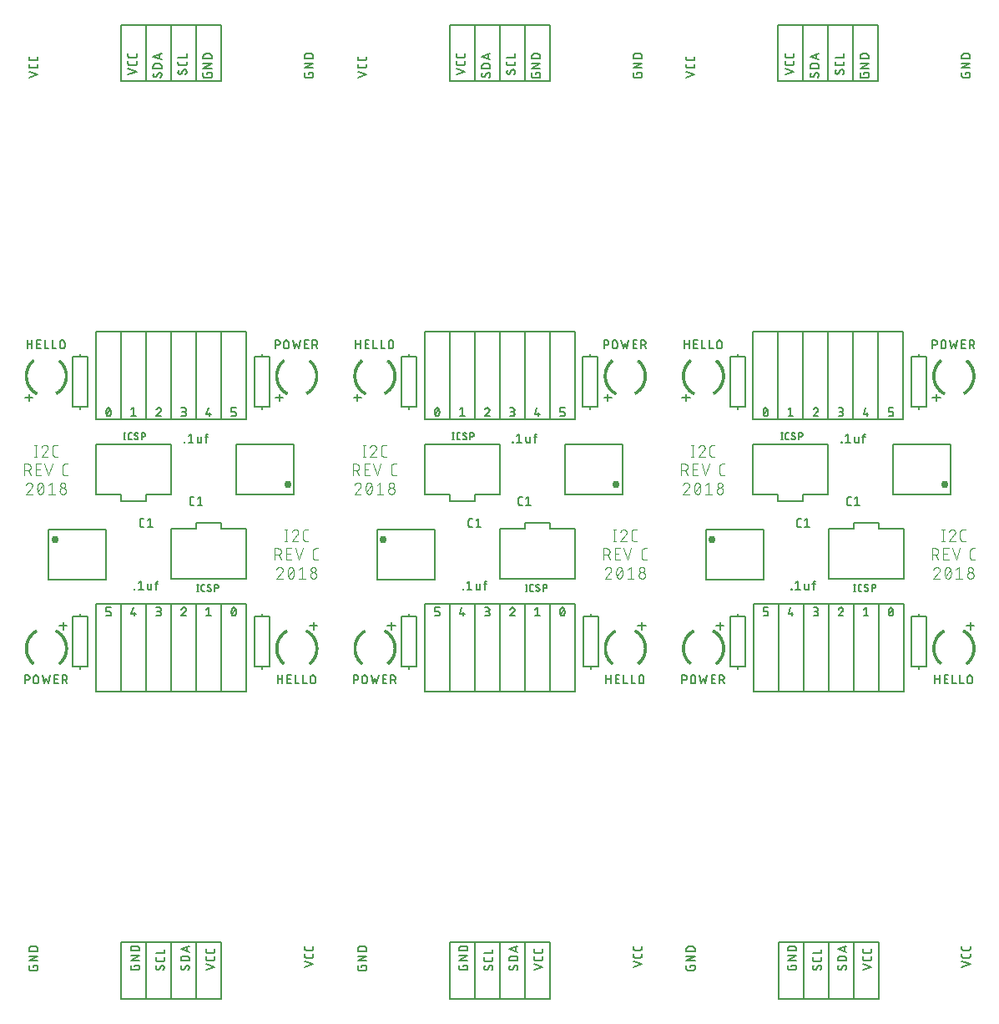
<source format=gbr>
G04 EAGLE Gerber RS-274X export*
G75*
%MOMM*%
%FSLAX34Y34*%
%LPD*%
%AMOC8*
5,1,8,0,0,1.08239X$1,22.5*%
G01*
%ADD10C,0.152400*%
%ADD11C,0.101600*%
%ADD12C,0.762000*%
%ADD13C,0.127000*%
%ADD14C,0.203200*%
%ADD15C,0.025400*%


D10*
X423700Y682500D02*
X449100Y682500D01*
X474500Y682500D01*
X499900Y682500D01*
X525300Y682500D01*
X550700Y682500D01*
X576100Y682500D01*
X576100Y593600D01*
X550700Y593600D01*
X525300Y593600D01*
X499900Y593600D01*
X474500Y593600D01*
X449100Y593600D01*
X423700Y593600D01*
X423700Y682500D01*
X449100Y682500D02*
X449100Y593600D01*
X474500Y593600D02*
X474500Y682500D01*
X499900Y682500D02*
X499900Y593600D01*
X525300Y593600D02*
X525300Y682500D01*
X550700Y682500D02*
X550700Y593600D01*
X605659Y665482D02*
X605659Y674118D01*
X608058Y674118D01*
X608155Y674116D01*
X608251Y674110D01*
X608347Y674101D01*
X608443Y674087D01*
X608538Y674070D01*
X608632Y674048D01*
X608725Y674023D01*
X608818Y673995D01*
X608909Y673962D01*
X608998Y673926D01*
X609086Y673886D01*
X609173Y673843D01*
X609258Y673797D01*
X609340Y673747D01*
X609421Y673693D01*
X609499Y673637D01*
X609575Y673577D01*
X609649Y673515D01*
X609720Y673449D01*
X609788Y673381D01*
X609854Y673310D01*
X609916Y673236D01*
X609976Y673160D01*
X610032Y673082D01*
X610086Y673001D01*
X610136Y672919D01*
X610182Y672834D01*
X610225Y672747D01*
X610265Y672659D01*
X610301Y672570D01*
X610334Y672479D01*
X610362Y672386D01*
X610387Y672293D01*
X610409Y672199D01*
X610426Y672104D01*
X610440Y672008D01*
X610449Y671912D01*
X610455Y671816D01*
X610457Y671719D01*
X610455Y671622D01*
X610449Y671526D01*
X610440Y671430D01*
X610426Y671334D01*
X610409Y671239D01*
X610387Y671145D01*
X610362Y671052D01*
X610334Y670959D01*
X610301Y670868D01*
X610265Y670779D01*
X610225Y670691D01*
X610182Y670604D01*
X610136Y670520D01*
X610086Y670437D01*
X610032Y670356D01*
X609976Y670278D01*
X609916Y670202D01*
X609854Y670128D01*
X609788Y670057D01*
X609720Y669989D01*
X609649Y669923D01*
X609575Y669861D01*
X609499Y669801D01*
X609421Y669745D01*
X609340Y669691D01*
X609258Y669641D01*
X609173Y669595D01*
X609086Y669552D01*
X608998Y669512D01*
X608909Y669476D01*
X608818Y669443D01*
X608725Y669415D01*
X608632Y669390D01*
X608538Y669368D01*
X608443Y669351D01*
X608347Y669337D01*
X608251Y669328D01*
X608155Y669322D01*
X608058Y669320D01*
X605659Y669320D01*
X614303Y667881D02*
X614303Y671719D01*
X614305Y671816D01*
X614311Y671912D01*
X614320Y672008D01*
X614334Y672104D01*
X614351Y672199D01*
X614373Y672293D01*
X614398Y672386D01*
X614426Y672479D01*
X614459Y672570D01*
X614495Y672659D01*
X614535Y672747D01*
X614578Y672834D01*
X614624Y672919D01*
X614674Y673001D01*
X614728Y673082D01*
X614784Y673160D01*
X614844Y673236D01*
X614906Y673310D01*
X614972Y673381D01*
X615040Y673449D01*
X615111Y673515D01*
X615185Y673577D01*
X615261Y673637D01*
X615339Y673693D01*
X615420Y673747D01*
X615503Y673797D01*
X615587Y673843D01*
X615674Y673886D01*
X615762Y673926D01*
X615851Y673962D01*
X615942Y673995D01*
X616035Y674023D01*
X616128Y674048D01*
X616222Y674070D01*
X616317Y674087D01*
X616413Y674101D01*
X616509Y674110D01*
X616605Y674116D01*
X616702Y674118D01*
X616799Y674116D01*
X616895Y674110D01*
X616991Y674101D01*
X617087Y674087D01*
X617182Y674070D01*
X617276Y674048D01*
X617369Y674023D01*
X617462Y673995D01*
X617553Y673962D01*
X617642Y673926D01*
X617730Y673886D01*
X617817Y673843D01*
X617902Y673797D01*
X617984Y673747D01*
X618065Y673693D01*
X618143Y673637D01*
X618219Y673577D01*
X618293Y673515D01*
X618364Y673449D01*
X618432Y673381D01*
X618498Y673310D01*
X618560Y673236D01*
X618620Y673160D01*
X618676Y673082D01*
X618730Y673001D01*
X618780Y672919D01*
X618826Y672834D01*
X618869Y672747D01*
X618909Y672659D01*
X618945Y672570D01*
X618978Y672479D01*
X619006Y672386D01*
X619031Y672293D01*
X619053Y672199D01*
X619070Y672104D01*
X619084Y672008D01*
X619093Y671912D01*
X619099Y671816D01*
X619101Y671719D01*
X619101Y667881D01*
X619099Y667784D01*
X619093Y667688D01*
X619084Y667592D01*
X619070Y667496D01*
X619053Y667401D01*
X619031Y667307D01*
X619006Y667214D01*
X618978Y667121D01*
X618945Y667030D01*
X618909Y666941D01*
X618869Y666853D01*
X618826Y666766D01*
X618780Y666682D01*
X618730Y666599D01*
X618676Y666518D01*
X618620Y666440D01*
X618560Y666364D01*
X618498Y666290D01*
X618432Y666219D01*
X618364Y666151D01*
X618293Y666085D01*
X618219Y666023D01*
X618143Y665963D01*
X618065Y665907D01*
X617984Y665853D01*
X617902Y665803D01*
X617817Y665757D01*
X617730Y665714D01*
X617642Y665674D01*
X617553Y665638D01*
X617462Y665605D01*
X617369Y665577D01*
X617276Y665552D01*
X617182Y665530D01*
X617087Y665513D01*
X616991Y665499D01*
X616895Y665490D01*
X616799Y665484D01*
X616702Y665482D01*
X616605Y665484D01*
X616509Y665490D01*
X616413Y665499D01*
X616317Y665513D01*
X616222Y665530D01*
X616128Y665552D01*
X616035Y665577D01*
X615942Y665605D01*
X615851Y665638D01*
X615762Y665674D01*
X615674Y665714D01*
X615587Y665757D01*
X615503Y665803D01*
X615420Y665853D01*
X615339Y665907D01*
X615261Y665963D01*
X615185Y666023D01*
X615111Y666085D01*
X615040Y666151D01*
X614972Y666219D01*
X614906Y666290D01*
X614844Y666364D01*
X614784Y666440D01*
X614728Y666518D01*
X614674Y666599D01*
X614624Y666682D01*
X614578Y666766D01*
X614535Y666853D01*
X614495Y666941D01*
X614459Y667030D01*
X614426Y667121D01*
X614398Y667214D01*
X614373Y667307D01*
X614351Y667401D01*
X614334Y667496D01*
X614320Y667592D01*
X614311Y667688D01*
X614305Y667784D01*
X614303Y667881D01*
X623227Y674118D02*
X625146Y665482D01*
X627065Y671239D01*
X628984Y665482D01*
X630903Y674118D01*
X635360Y665482D02*
X639198Y665482D01*
X635360Y665482D02*
X635360Y674118D01*
X639198Y674118D01*
X638239Y670280D02*
X635360Y670280D01*
X643344Y674118D02*
X643344Y665482D01*
X643344Y674118D02*
X645743Y674118D01*
X645840Y674116D01*
X645936Y674110D01*
X646032Y674101D01*
X646128Y674087D01*
X646223Y674070D01*
X646317Y674048D01*
X646410Y674023D01*
X646503Y673995D01*
X646594Y673962D01*
X646683Y673926D01*
X646771Y673886D01*
X646858Y673843D01*
X646943Y673797D01*
X647025Y673747D01*
X647106Y673693D01*
X647184Y673637D01*
X647260Y673577D01*
X647334Y673515D01*
X647405Y673449D01*
X647473Y673381D01*
X647539Y673310D01*
X647601Y673236D01*
X647661Y673160D01*
X647717Y673082D01*
X647771Y673001D01*
X647821Y672919D01*
X647867Y672834D01*
X647910Y672747D01*
X647950Y672659D01*
X647986Y672570D01*
X648019Y672479D01*
X648047Y672386D01*
X648072Y672293D01*
X648094Y672199D01*
X648111Y672104D01*
X648125Y672008D01*
X648134Y671912D01*
X648140Y671816D01*
X648142Y671719D01*
X648140Y671622D01*
X648134Y671526D01*
X648125Y671430D01*
X648111Y671334D01*
X648094Y671239D01*
X648072Y671145D01*
X648047Y671052D01*
X648019Y670959D01*
X647986Y670868D01*
X647950Y670779D01*
X647910Y670691D01*
X647867Y670604D01*
X647821Y670520D01*
X647771Y670437D01*
X647717Y670356D01*
X647661Y670278D01*
X647601Y670202D01*
X647539Y670128D01*
X647473Y670057D01*
X647405Y669989D01*
X647334Y669923D01*
X647260Y669861D01*
X647184Y669801D01*
X647106Y669745D01*
X647025Y669691D01*
X646943Y669641D01*
X646858Y669595D01*
X646771Y669552D01*
X646683Y669512D01*
X646594Y669476D01*
X646503Y669443D01*
X646410Y669415D01*
X646317Y669390D01*
X646223Y669368D01*
X646128Y669351D01*
X646032Y669337D01*
X645936Y669328D01*
X645840Y669322D01*
X645743Y669320D01*
X643344Y669320D01*
X646222Y669320D02*
X648141Y665482D01*
X353890Y665482D02*
X353890Y674118D01*
X353890Y670280D02*
X358687Y670280D01*
X358687Y674118D02*
X358687Y665482D01*
X363669Y665482D02*
X367507Y665482D01*
X363669Y665482D02*
X363669Y674118D01*
X367507Y674118D01*
X366548Y670280D02*
X363669Y670280D01*
X371594Y674118D02*
X371594Y665482D01*
X375432Y665482D01*
X379519Y665482D02*
X379519Y674118D01*
X379519Y665482D02*
X383357Y665482D01*
X387113Y667881D02*
X387113Y671719D01*
X387115Y671816D01*
X387121Y671912D01*
X387130Y672008D01*
X387144Y672104D01*
X387161Y672199D01*
X387183Y672293D01*
X387208Y672386D01*
X387236Y672479D01*
X387269Y672570D01*
X387305Y672659D01*
X387345Y672747D01*
X387388Y672834D01*
X387434Y672919D01*
X387484Y673001D01*
X387538Y673082D01*
X387594Y673160D01*
X387654Y673236D01*
X387716Y673310D01*
X387782Y673381D01*
X387850Y673449D01*
X387921Y673515D01*
X387995Y673577D01*
X388071Y673637D01*
X388149Y673693D01*
X388230Y673747D01*
X388313Y673797D01*
X388397Y673843D01*
X388484Y673886D01*
X388572Y673926D01*
X388661Y673962D01*
X388752Y673995D01*
X388845Y674023D01*
X388938Y674048D01*
X389032Y674070D01*
X389127Y674087D01*
X389223Y674101D01*
X389319Y674110D01*
X389415Y674116D01*
X389512Y674118D01*
X389609Y674116D01*
X389705Y674110D01*
X389801Y674101D01*
X389897Y674087D01*
X389992Y674070D01*
X390086Y674048D01*
X390179Y674023D01*
X390272Y673995D01*
X390363Y673962D01*
X390452Y673926D01*
X390540Y673886D01*
X390627Y673843D01*
X390712Y673797D01*
X390794Y673747D01*
X390875Y673693D01*
X390953Y673637D01*
X391029Y673577D01*
X391103Y673515D01*
X391174Y673449D01*
X391242Y673381D01*
X391308Y673310D01*
X391370Y673236D01*
X391430Y673160D01*
X391486Y673082D01*
X391540Y673001D01*
X391590Y672919D01*
X391636Y672834D01*
X391679Y672747D01*
X391719Y672659D01*
X391755Y672570D01*
X391788Y672479D01*
X391816Y672386D01*
X391841Y672293D01*
X391863Y672199D01*
X391880Y672104D01*
X391894Y672008D01*
X391903Y671912D01*
X391909Y671816D01*
X391911Y671719D01*
X391910Y671719D02*
X391910Y667881D01*
X391911Y667881D02*
X391909Y667784D01*
X391903Y667688D01*
X391894Y667592D01*
X391880Y667496D01*
X391863Y667401D01*
X391841Y667307D01*
X391816Y667214D01*
X391788Y667121D01*
X391755Y667030D01*
X391719Y666941D01*
X391679Y666853D01*
X391636Y666766D01*
X391590Y666682D01*
X391540Y666599D01*
X391486Y666518D01*
X391430Y666440D01*
X391370Y666364D01*
X391308Y666290D01*
X391242Y666219D01*
X391174Y666151D01*
X391103Y666085D01*
X391029Y666023D01*
X390953Y665963D01*
X390875Y665907D01*
X390794Y665853D01*
X390712Y665803D01*
X390627Y665757D01*
X390540Y665714D01*
X390452Y665674D01*
X390363Y665638D01*
X390272Y665605D01*
X390179Y665577D01*
X390086Y665552D01*
X389992Y665530D01*
X389897Y665513D01*
X389801Y665499D01*
X389705Y665490D01*
X389609Y665484D01*
X389512Y665482D01*
X389415Y665484D01*
X389319Y665490D01*
X389223Y665499D01*
X389127Y665513D01*
X389032Y665530D01*
X388938Y665552D01*
X388845Y665577D01*
X388752Y665605D01*
X388661Y665638D01*
X388572Y665674D01*
X388484Y665714D01*
X388397Y665757D01*
X388313Y665803D01*
X388230Y665853D01*
X388149Y665907D01*
X388071Y665963D01*
X387995Y666023D01*
X387921Y666085D01*
X387850Y666151D01*
X387782Y666219D01*
X387716Y666290D01*
X387654Y666364D01*
X387594Y666440D01*
X387538Y666518D01*
X387484Y666599D01*
X387434Y666682D01*
X387388Y666766D01*
X387345Y666853D01*
X387305Y666941D01*
X387269Y667030D01*
X387236Y667121D01*
X387208Y667214D01*
X387183Y667307D01*
X387161Y667401D01*
X387144Y667496D01*
X387130Y667592D01*
X387121Y667688D01*
X387115Y667784D01*
X387113Y667881D01*
X456212Y943269D02*
X464848Y946148D01*
X456212Y949027D01*
X464848Y954774D02*
X464848Y956693D01*
X464848Y954774D02*
X464846Y954688D01*
X464840Y954602D01*
X464831Y954516D01*
X464817Y954431D01*
X464800Y954347D01*
X464779Y954263D01*
X464754Y954181D01*
X464726Y954100D01*
X464694Y954020D01*
X464658Y953941D01*
X464619Y953865D01*
X464576Y953790D01*
X464531Y953717D01*
X464482Y953646D01*
X464429Y953578D01*
X464374Y953511D01*
X464316Y953448D01*
X464255Y953387D01*
X464192Y953329D01*
X464125Y953274D01*
X464057Y953222D01*
X463986Y953172D01*
X463913Y953127D01*
X463838Y953084D01*
X463762Y953045D01*
X463683Y953009D01*
X463603Y952977D01*
X463522Y952949D01*
X463440Y952924D01*
X463356Y952903D01*
X463272Y952886D01*
X463187Y952872D01*
X463101Y952863D01*
X463015Y952857D01*
X462929Y952855D01*
X458131Y952855D01*
X458045Y952857D01*
X457959Y952863D01*
X457873Y952872D01*
X457788Y952886D01*
X457704Y952903D01*
X457620Y952924D01*
X457538Y952949D01*
X457457Y952977D01*
X457377Y953009D01*
X457298Y953045D01*
X457222Y953084D01*
X457147Y953127D01*
X457074Y953172D01*
X457003Y953221D01*
X456935Y953274D01*
X456868Y953329D01*
X456805Y953387D01*
X456744Y953448D01*
X456686Y953511D01*
X456631Y953578D01*
X456579Y953646D01*
X456529Y953717D01*
X456484Y953790D01*
X456441Y953865D01*
X456402Y953941D01*
X456366Y954020D01*
X456334Y954100D01*
X456306Y954181D01*
X456281Y954263D01*
X456260Y954347D01*
X456243Y954431D01*
X456229Y954516D01*
X456220Y954602D01*
X456214Y954688D01*
X456212Y954774D01*
X456212Y956693D01*
X464848Y962394D02*
X464848Y964313D01*
X464848Y962394D02*
X464846Y962308D01*
X464840Y962222D01*
X464831Y962136D01*
X464817Y962051D01*
X464800Y961967D01*
X464779Y961883D01*
X464754Y961801D01*
X464726Y961720D01*
X464694Y961640D01*
X464658Y961561D01*
X464619Y961485D01*
X464576Y961410D01*
X464531Y961337D01*
X464482Y961266D01*
X464429Y961198D01*
X464374Y961131D01*
X464316Y961068D01*
X464255Y961007D01*
X464192Y960949D01*
X464125Y960894D01*
X464057Y960842D01*
X463986Y960792D01*
X463913Y960747D01*
X463838Y960704D01*
X463762Y960665D01*
X463683Y960629D01*
X463603Y960597D01*
X463522Y960569D01*
X463440Y960544D01*
X463356Y960523D01*
X463272Y960506D01*
X463187Y960492D01*
X463101Y960483D01*
X463015Y960477D01*
X462929Y960475D01*
X458131Y960475D01*
X458045Y960477D01*
X457959Y960483D01*
X457873Y960492D01*
X457788Y960506D01*
X457704Y960523D01*
X457620Y960544D01*
X457538Y960569D01*
X457457Y960597D01*
X457377Y960629D01*
X457298Y960665D01*
X457222Y960704D01*
X457147Y960747D01*
X457074Y960792D01*
X457003Y960841D01*
X456935Y960894D01*
X456868Y960949D01*
X456805Y961007D01*
X456744Y961068D01*
X456686Y961131D01*
X456631Y961198D01*
X456579Y961266D01*
X456529Y961337D01*
X456484Y961410D01*
X456441Y961485D01*
X456402Y961561D01*
X456366Y961640D01*
X456334Y961720D01*
X456306Y961801D01*
X456281Y961883D01*
X456260Y961967D01*
X456243Y962051D01*
X456229Y962136D01*
X456220Y962222D01*
X456214Y962308D01*
X456212Y962394D01*
X456212Y964313D01*
X488329Y945240D02*
X488415Y945238D01*
X488501Y945232D01*
X488587Y945223D01*
X488672Y945209D01*
X488756Y945192D01*
X488840Y945171D01*
X488922Y945146D01*
X489003Y945118D01*
X489083Y945086D01*
X489162Y945050D01*
X489238Y945011D01*
X489313Y944968D01*
X489386Y944923D01*
X489457Y944874D01*
X489525Y944821D01*
X489592Y944766D01*
X489655Y944708D01*
X489716Y944647D01*
X489774Y944584D01*
X489829Y944517D01*
X489882Y944449D01*
X489931Y944378D01*
X489976Y944305D01*
X490019Y944230D01*
X490058Y944154D01*
X490094Y944075D01*
X490126Y943995D01*
X490154Y943914D01*
X490179Y943832D01*
X490200Y943748D01*
X490217Y943664D01*
X490231Y943579D01*
X490240Y943493D01*
X490246Y943407D01*
X490248Y943321D01*
X490246Y943198D01*
X490241Y943075D01*
X490231Y942952D01*
X490218Y942830D01*
X490201Y942708D01*
X490181Y942586D01*
X490157Y942466D01*
X490129Y942346D01*
X490098Y942227D01*
X490062Y942109D01*
X490024Y941992D01*
X489982Y941876D01*
X489936Y941762D01*
X489887Y941649D01*
X489835Y941538D01*
X489779Y941428D01*
X489720Y941320D01*
X489657Y941214D01*
X489592Y941110D01*
X489523Y941007D01*
X489451Y940907D01*
X489376Y940810D01*
X489299Y940714D01*
X489218Y940621D01*
X489135Y940530D01*
X489049Y940442D01*
X483531Y940683D02*
X483445Y940685D01*
X483359Y940691D01*
X483273Y940700D01*
X483188Y940714D01*
X483104Y940731D01*
X483020Y940752D01*
X482938Y940777D01*
X482857Y940805D01*
X482777Y940837D01*
X482698Y940873D01*
X482622Y940912D01*
X482547Y940955D01*
X482474Y941000D01*
X482403Y941049D01*
X482335Y941102D01*
X482268Y941157D01*
X482205Y941215D01*
X482144Y941276D01*
X482086Y941339D01*
X482031Y941406D01*
X481978Y941474D01*
X481929Y941545D01*
X481884Y941618D01*
X481841Y941693D01*
X481802Y941769D01*
X481766Y941848D01*
X481734Y941928D01*
X481706Y942009D01*
X481681Y942091D01*
X481660Y942175D01*
X481643Y942259D01*
X481629Y942344D01*
X481620Y942430D01*
X481614Y942516D01*
X481612Y942602D01*
X481614Y942718D01*
X481619Y942833D01*
X481629Y942949D01*
X481642Y943064D01*
X481658Y943178D01*
X481679Y943292D01*
X481703Y943406D01*
X481731Y943518D01*
X481762Y943629D01*
X481797Y943740D01*
X481835Y943849D01*
X481877Y943957D01*
X481922Y944063D01*
X481971Y944169D01*
X482023Y944272D01*
X482078Y944374D01*
X482137Y944473D01*
X482199Y944571D01*
X482264Y944667D01*
X482332Y944761D01*
X485210Y941643D02*
X485164Y941568D01*
X485114Y941495D01*
X485061Y941425D01*
X485005Y941357D01*
X484946Y941292D01*
X484884Y941229D01*
X484820Y941170D01*
X484752Y941113D01*
X484682Y941059D01*
X484610Y941009D01*
X484536Y940962D01*
X484460Y940918D01*
X484381Y940878D01*
X484301Y940842D01*
X484220Y940809D01*
X484137Y940780D01*
X484052Y940754D01*
X483967Y940732D01*
X483881Y940715D01*
X483794Y940701D01*
X483707Y940691D01*
X483619Y940685D01*
X483531Y940683D01*
X486650Y944281D02*
X486696Y944355D01*
X486746Y944428D01*
X486799Y944498D01*
X486855Y944566D01*
X486914Y944631D01*
X486976Y944694D01*
X487041Y944753D01*
X487108Y944810D01*
X487178Y944864D01*
X487250Y944914D01*
X487324Y944961D01*
X487400Y945005D01*
X487479Y945045D01*
X487559Y945081D01*
X487640Y945114D01*
X487723Y945144D01*
X487808Y945169D01*
X487893Y945191D01*
X487979Y945208D01*
X488066Y945222D01*
X488153Y945232D01*
X488241Y945238D01*
X488329Y945240D01*
X486650Y944281D02*
X485210Y941642D01*
X481612Y949587D02*
X490248Y949587D01*
X481612Y949587D02*
X481612Y951986D01*
X481614Y952083D01*
X481620Y952179D01*
X481629Y952275D01*
X481643Y952371D01*
X481660Y952466D01*
X481682Y952560D01*
X481707Y952653D01*
X481735Y952746D01*
X481768Y952837D01*
X481804Y952926D01*
X481844Y953014D01*
X481887Y953101D01*
X481933Y953186D01*
X481983Y953268D01*
X482037Y953349D01*
X482093Y953427D01*
X482153Y953503D01*
X482215Y953577D01*
X482281Y953648D01*
X482349Y953716D01*
X482420Y953782D01*
X482494Y953844D01*
X482570Y953904D01*
X482648Y953960D01*
X482729Y954014D01*
X482812Y954064D01*
X482896Y954110D01*
X482983Y954153D01*
X483071Y954193D01*
X483160Y954229D01*
X483251Y954262D01*
X483344Y954290D01*
X483437Y954315D01*
X483531Y954337D01*
X483626Y954354D01*
X483722Y954368D01*
X483818Y954377D01*
X483914Y954383D01*
X484011Y954385D01*
X484011Y954384D02*
X487849Y954384D01*
X487849Y954385D02*
X487946Y954383D01*
X488042Y954377D01*
X488138Y954368D01*
X488234Y954354D01*
X488329Y954337D01*
X488423Y954315D01*
X488516Y954290D01*
X488609Y954262D01*
X488700Y954229D01*
X488789Y954193D01*
X488877Y954153D01*
X488964Y954110D01*
X489049Y954064D01*
X489131Y954014D01*
X489212Y953960D01*
X489290Y953904D01*
X489366Y953844D01*
X489440Y953782D01*
X489511Y953716D01*
X489579Y953648D01*
X489645Y953577D01*
X489707Y953503D01*
X489767Y953427D01*
X489823Y953349D01*
X489877Y953268D01*
X489927Y953186D01*
X489973Y953101D01*
X490016Y953014D01*
X490056Y952926D01*
X490092Y952837D01*
X490125Y952746D01*
X490153Y952653D01*
X490178Y952560D01*
X490200Y952466D01*
X490217Y952371D01*
X490231Y952275D01*
X490240Y952179D01*
X490246Y952083D01*
X490248Y951986D01*
X490248Y949587D01*
X490248Y958556D02*
X481612Y961434D01*
X490248Y964313D01*
X488089Y963593D02*
X488089Y959275D01*
X513729Y948483D02*
X513815Y948481D01*
X513901Y948475D01*
X513987Y948466D01*
X514072Y948452D01*
X514156Y948435D01*
X514240Y948414D01*
X514322Y948389D01*
X514403Y948361D01*
X514483Y948329D01*
X514562Y948293D01*
X514638Y948254D01*
X514713Y948211D01*
X514786Y948166D01*
X514857Y948117D01*
X514925Y948064D01*
X514992Y948009D01*
X515055Y947951D01*
X515116Y947890D01*
X515174Y947827D01*
X515229Y947760D01*
X515282Y947692D01*
X515331Y947621D01*
X515376Y947548D01*
X515419Y947473D01*
X515458Y947397D01*
X515494Y947318D01*
X515526Y947238D01*
X515554Y947157D01*
X515579Y947075D01*
X515600Y946991D01*
X515617Y946907D01*
X515631Y946822D01*
X515640Y946736D01*
X515646Y946650D01*
X515648Y946564D01*
X515646Y946441D01*
X515641Y946318D01*
X515631Y946195D01*
X515618Y946073D01*
X515601Y945951D01*
X515581Y945829D01*
X515557Y945709D01*
X515529Y945589D01*
X515498Y945470D01*
X515462Y945352D01*
X515424Y945235D01*
X515382Y945119D01*
X515336Y945005D01*
X515287Y944892D01*
X515235Y944781D01*
X515179Y944671D01*
X515120Y944563D01*
X515057Y944457D01*
X514992Y944353D01*
X514923Y944250D01*
X514851Y944150D01*
X514776Y944053D01*
X514699Y943957D01*
X514618Y943864D01*
X514535Y943773D01*
X514449Y943685D01*
X508931Y943925D02*
X508845Y943927D01*
X508759Y943933D01*
X508673Y943942D01*
X508588Y943956D01*
X508504Y943973D01*
X508420Y943994D01*
X508338Y944019D01*
X508257Y944047D01*
X508177Y944079D01*
X508098Y944115D01*
X508022Y944154D01*
X507947Y944197D01*
X507874Y944242D01*
X507803Y944291D01*
X507735Y944344D01*
X507668Y944399D01*
X507605Y944457D01*
X507544Y944518D01*
X507486Y944581D01*
X507431Y944648D01*
X507378Y944716D01*
X507329Y944787D01*
X507284Y944860D01*
X507241Y944935D01*
X507202Y945011D01*
X507166Y945090D01*
X507134Y945170D01*
X507106Y945251D01*
X507081Y945333D01*
X507060Y945417D01*
X507043Y945501D01*
X507029Y945586D01*
X507020Y945672D01*
X507014Y945758D01*
X507012Y945844D01*
X507014Y945960D01*
X507019Y946075D01*
X507029Y946191D01*
X507042Y946306D01*
X507058Y946420D01*
X507079Y946534D01*
X507103Y946648D01*
X507131Y946760D01*
X507162Y946871D01*
X507197Y946982D01*
X507235Y947091D01*
X507277Y947199D01*
X507322Y947305D01*
X507371Y947411D01*
X507423Y947514D01*
X507478Y947616D01*
X507537Y947715D01*
X507599Y947813D01*
X507664Y947909D01*
X507732Y948003D01*
X510610Y944885D02*
X510564Y944810D01*
X510514Y944737D01*
X510461Y944667D01*
X510405Y944599D01*
X510346Y944534D01*
X510284Y944471D01*
X510220Y944412D01*
X510152Y944355D01*
X510082Y944301D01*
X510010Y944251D01*
X509936Y944204D01*
X509860Y944160D01*
X509781Y944120D01*
X509701Y944084D01*
X509620Y944051D01*
X509537Y944022D01*
X509452Y943996D01*
X509367Y943974D01*
X509281Y943957D01*
X509194Y943943D01*
X509107Y943933D01*
X509019Y943927D01*
X508931Y943925D01*
X512050Y947524D02*
X512096Y947598D01*
X512146Y947671D01*
X512199Y947741D01*
X512255Y947809D01*
X512314Y947874D01*
X512376Y947937D01*
X512441Y947996D01*
X512508Y948053D01*
X512578Y948107D01*
X512650Y948157D01*
X512724Y948204D01*
X512800Y948248D01*
X512879Y948288D01*
X512959Y948324D01*
X513040Y948357D01*
X513123Y948387D01*
X513208Y948412D01*
X513293Y948434D01*
X513379Y948451D01*
X513466Y948465D01*
X513553Y948475D01*
X513641Y948481D01*
X513729Y948483D01*
X512050Y947523D02*
X510610Y944884D01*
X515648Y954405D02*
X515648Y956324D01*
X515648Y954405D02*
X515646Y954319D01*
X515640Y954233D01*
X515631Y954147D01*
X515617Y954062D01*
X515600Y953978D01*
X515579Y953894D01*
X515554Y953812D01*
X515526Y953731D01*
X515494Y953651D01*
X515458Y953572D01*
X515419Y953496D01*
X515376Y953421D01*
X515331Y953348D01*
X515282Y953277D01*
X515229Y953209D01*
X515174Y953142D01*
X515116Y953079D01*
X515055Y953018D01*
X514992Y952960D01*
X514925Y952905D01*
X514857Y952853D01*
X514786Y952803D01*
X514713Y952758D01*
X514638Y952715D01*
X514562Y952676D01*
X514483Y952640D01*
X514403Y952608D01*
X514322Y952580D01*
X514240Y952555D01*
X514156Y952534D01*
X514072Y952517D01*
X513987Y952503D01*
X513901Y952494D01*
X513815Y952488D01*
X513729Y952486D01*
X508931Y952486D01*
X508845Y952488D01*
X508759Y952494D01*
X508673Y952503D01*
X508588Y952517D01*
X508504Y952534D01*
X508420Y952555D01*
X508338Y952580D01*
X508257Y952608D01*
X508177Y952640D01*
X508098Y952676D01*
X508022Y952715D01*
X507947Y952758D01*
X507874Y952803D01*
X507803Y952852D01*
X507735Y952905D01*
X507668Y952960D01*
X507605Y953018D01*
X507544Y953079D01*
X507486Y953142D01*
X507431Y953209D01*
X507379Y953277D01*
X507329Y953348D01*
X507284Y953421D01*
X507241Y953496D01*
X507202Y953572D01*
X507166Y953651D01*
X507134Y953731D01*
X507106Y953812D01*
X507081Y953894D01*
X507060Y953978D01*
X507043Y954062D01*
X507029Y954147D01*
X507020Y954233D01*
X507014Y954319D01*
X507012Y954405D01*
X507012Y956324D01*
X507012Y960475D02*
X515648Y960475D01*
X515648Y964313D01*
X536250Y944806D02*
X536250Y943367D01*
X536250Y944806D02*
X541048Y944806D01*
X541048Y941927D01*
X541046Y941841D01*
X541040Y941755D01*
X541031Y941669D01*
X541017Y941584D01*
X541000Y941500D01*
X540979Y941416D01*
X540954Y941334D01*
X540926Y941253D01*
X540894Y941173D01*
X540858Y941094D01*
X540819Y941018D01*
X540776Y940943D01*
X540731Y940870D01*
X540682Y940799D01*
X540629Y940731D01*
X540574Y940664D01*
X540516Y940601D01*
X540455Y940540D01*
X540392Y940482D01*
X540325Y940427D01*
X540257Y940375D01*
X540186Y940325D01*
X540113Y940280D01*
X540038Y940237D01*
X539962Y940198D01*
X539883Y940162D01*
X539803Y940130D01*
X539722Y940102D01*
X539640Y940077D01*
X539556Y940056D01*
X539472Y940039D01*
X539387Y940025D01*
X539301Y940016D01*
X539215Y940010D01*
X539129Y940008D01*
X534331Y940008D01*
X534245Y940010D01*
X534159Y940016D01*
X534073Y940025D01*
X533988Y940039D01*
X533904Y940056D01*
X533820Y940077D01*
X533738Y940102D01*
X533657Y940130D01*
X533577Y940162D01*
X533498Y940198D01*
X533422Y940237D01*
X533347Y940280D01*
X533274Y940325D01*
X533203Y940374D01*
X533135Y940427D01*
X533068Y940482D01*
X533005Y940540D01*
X532944Y940601D01*
X532886Y940664D01*
X532831Y940731D01*
X532779Y940799D01*
X532729Y940870D01*
X532684Y940943D01*
X532641Y941018D01*
X532602Y941094D01*
X532566Y941173D01*
X532534Y941253D01*
X532506Y941334D01*
X532481Y941416D01*
X532460Y941500D01*
X532443Y941584D01*
X532429Y941669D01*
X532420Y941755D01*
X532414Y941841D01*
X532412Y941927D01*
X532412Y944806D01*
X532412Y949762D02*
X541048Y949762D01*
X541048Y954559D02*
X532412Y949762D01*
X532412Y954559D02*
X541048Y954559D01*
X541048Y959515D02*
X532412Y959515D01*
X532412Y961914D01*
X532414Y962011D01*
X532420Y962107D01*
X532429Y962203D01*
X532443Y962299D01*
X532460Y962394D01*
X532482Y962488D01*
X532507Y962581D01*
X532535Y962674D01*
X532568Y962765D01*
X532604Y962854D01*
X532644Y962942D01*
X532687Y963029D01*
X532733Y963114D01*
X532783Y963196D01*
X532837Y963277D01*
X532893Y963355D01*
X532953Y963431D01*
X533015Y963505D01*
X533081Y963576D01*
X533149Y963644D01*
X533220Y963710D01*
X533294Y963772D01*
X533370Y963832D01*
X533448Y963888D01*
X533529Y963942D01*
X533612Y963992D01*
X533696Y964038D01*
X533783Y964081D01*
X533871Y964121D01*
X533960Y964157D01*
X534051Y964190D01*
X534144Y964218D01*
X534237Y964243D01*
X534331Y964265D01*
X534426Y964282D01*
X534522Y964296D01*
X534618Y964305D01*
X534714Y964311D01*
X534811Y964313D01*
X538649Y964313D01*
X538746Y964311D01*
X538842Y964305D01*
X538938Y964296D01*
X539034Y964282D01*
X539129Y964265D01*
X539223Y964243D01*
X539316Y964218D01*
X539409Y964190D01*
X539500Y964157D01*
X539589Y964121D01*
X539677Y964081D01*
X539764Y964038D01*
X539849Y963992D01*
X539931Y963942D01*
X540012Y963888D01*
X540090Y963832D01*
X540166Y963772D01*
X540240Y963710D01*
X540311Y963644D01*
X540379Y963576D01*
X540445Y963505D01*
X540507Y963431D01*
X540567Y963355D01*
X540623Y963277D01*
X540677Y963196D01*
X540727Y963114D01*
X540773Y963029D01*
X540816Y962942D01*
X540856Y962854D01*
X540892Y962765D01*
X540925Y962674D01*
X540953Y962581D01*
X540978Y962488D01*
X541000Y962394D01*
X541017Y962299D01*
X541031Y962203D01*
X541040Y962107D01*
X541046Y962011D01*
X541048Y961914D01*
X541048Y959515D01*
X550700Y936500D02*
X550700Y993650D01*
X550700Y936500D02*
X525300Y936500D01*
X499900Y936500D01*
X474500Y936500D01*
X449100Y936500D01*
X449100Y993650D01*
X474500Y993650D01*
X499900Y993650D01*
X525300Y993650D01*
X550700Y993650D01*
X525300Y993650D02*
X525300Y936500D01*
X499900Y936500D02*
X499900Y993650D01*
X474500Y993650D02*
X474500Y936500D01*
X434721Y604339D02*
X434648Y604185D01*
X434579Y604030D01*
X434514Y603873D01*
X434452Y603715D01*
X434395Y603555D01*
X434341Y603394D01*
X434291Y603231D01*
X434245Y603068D01*
X434203Y602903D01*
X434165Y602737D01*
X434130Y602571D01*
X434100Y602404D01*
X434074Y602236D01*
X434052Y602068D01*
X434033Y601899D01*
X434019Y601729D01*
X434009Y601560D01*
X434003Y601390D01*
X434001Y601220D01*
X434721Y604339D02*
X434749Y604415D01*
X434781Y604490D01*
X434816Y604564D01*
X434854Y604636D01*
X434896Y604706D01*
X434941Y604774D01*
X434989Y604840D01*
X435040Y604904D01*
X435094Y604965D01*
X435150Y605024D01*
X435210Y605080D01*
X435271Y605133D01*
X435335Y605183D01*
X435402Y605231D01*
X435470Y605275D01*
X435541Y605316D01*
X435613Y605354D01*
X435687Y605388D01*
X435762Y605419D01*
X435839Y605447D01*
X435917Y605471D01*
X435996Y605491D01*
X436076Y605508D01*
X436156Y605521D01*
X436237Y605531D01*
X436318Y605536D01*
X436400Y605538D01*
X436482Y605536D01*
X436563Y605531D01*
X436644Y605521D01*
X436724Y605508D01*
X436804Y605491D01*
X436883Y605471D01*
X436961Y605447D01*
X437038Y605419D01*
X437113Y605388D01*
X437187Y605354D01*
X437259Y605316D01*
X437330Y605275D01*
X437398Y605231D01*
X437465Y605183D01*
X437529Y605133D01*
X437590Y605080D01*
X437650Y605024D01*
X437706Y604965D01*
X437760Y604904D01*
X437811Y604840D01*
X437859Y604774D01*
X437904Y604706D01*
X437946Y604636D01*
X437984Y604564D01*
X438019Y604490D01*
X438051Y604415D01*
X438079Y604339D01*
X438152Y604185D01*
X438221Y604030D01*
X438286Y603873D01*
X438348Y603715D01*
X438405Y603555D01*
X438459Y603394D01*
X438509Y603231D01*
X438555Y603068D01*
X438597Y602903D01*
X438635Y602737D01*
X438670Y602571D01*
X438700Y602404D01*
X438726Y602236D01*
X438748Y602068D01*
X438767Y601899D01*
X438781Y601729D01*
X438791Y601560D01*
X438797Y601390D01*
X438799Y601220D01*
X434001Y601220D02*
X434003Y601050D01*
X434009Y600880D01*
X434019Y600711D01*
X434033Y600541D01*
X434052Y600372D01*
X434074Y600204D01*
X434100Y600036D01*
X434130Y599869D01*
X434165Y599703D01*
X434203Y599537D01*
X434245Y599372D01*
X434291Y599209D01*
X434341Y599047D01*
X434395Y598885D01*
X434452Y598726D01*
X434514Y598567D01*
X434579Y598410D01*
X434648Y598255D01*
X434721Y598101D01*
X434749Y598025D01*
X434781Y597950D01*
X434816Y597876D01*
X434854Y597804D01*
X434896Y597734D01*
X434941Y597666D01*
X434989Y597600D01*
X435040Y597536D01*
X435094Y597475D01*
X435150Y597416D01*
X435210Y597360D01*
X435271Y597307D01*
X435335Y597257D01*
X435402Y597209D01*
X435470Y597165D01*
X435541Y597124D01*
X435613Y597086D01*
X435687Y597052D01*
X435762Y597021D01*
X435839Y596993D01*
X435917Y596969D01*
X435996Y596949D01*
X436076Y596932D01*
X436156Y596919D01*
X436237Y596909D01*
X436318Y596904D01*
X436400Y596902D01*
X438079Y598101D02*
X438152Y598255D01*
X438221Y598410D01*
X438286Y598567D01*
X438348Y598726D01*
X438405Y598885D01*
X438459Y599047D01*
X438509Y599209D01*
X438555Y599372D01*
X438597Y599537D01*
X438635Y599703D01*
X438670Y599869D01*
X438700Y600036D01*
X438726Y600204D01*
X438748Y600372D01*
X438767Y600541D01*
X438781Y600711D01*
X438791Y600880D01*
X438797Y601050D01*
X438799Y601220D01*
X438079Y598101D02*
X438051Y598025D01*
X438019Y597950D01*
X437984Y597876D01*
X437946Y597804D01*
X437904Y597734D01*
X437859Y597666D01*
X437811Y597600D01*
X437760Y597536D01*
X437706Y597475D01*
X437650Y597416D01*
X437590Y597360D01*
X437529Y597307D01*
X437465Y597257D01*
X437398Y597209D01*
X437330Y597165D01*
X437259Y597124D01*
X437187Y597086D01*
X437113Y597052D01*
X437038Y597021D01*
X436961Y596993D01*
X436883Y596969D01*
X436804Y596949D01*
X436724Y596932D01*
X436644Y596919D01*
X436563Y596909D01*
X436482Y596904D01*
X436400Y596902D01*
X434481Y598821D02*
X438319Y603619D01*
X459401Y603619D02*
X461800Y605538D01*
X461800Y596902D01*
X459401Y596902D02*
X464199Y596902D01*
X487440Y605538D02*
X487532Y605536D01*
X487623Y605530D01*
X487714Y605521D01*
X487805Y605507D01*
X487895Y605490D01*
X487984Y605468D01*
X488072Y605443D01*
X488159Y605415D01*
X488245Y605382D01*
X488329Y605346D01*
X488412Y605307D01*
X488493Y605264D01*
X488572Y605217D01*
X488649Y605168D01*
X488724Y605115D01*
X488796Y605059D01*
X488866Y605000D01*
X488934Y604938D01*
X488999Y604873D01*
X489061Y604805D01*
X489120Y604735D01*
X489176Y604663D01*
X489229Y604588D01*
X489278Y604511D01*
X489325Y604432D01*
X489368Y604351D01*
X489407Y604268D01*
X489443Y604184D01*
X489476Y604098D01*
X489504Y604011D01*
X489529Y603923D01*
X489551Y603834D01*
X489568Y603744D01*
X489582Y603653D01*
X489591Y603562D01*
X489597Y603471D01*
X489599Y603379D01*
X487440Y605538D02*
X487337Y605536D01*
X487235Y605530D01*
X487133Y605521D01*
X487031Y605508D01*
X486930Y605491D01*
X486829Y605470D01*
X486730Y605446D01*
X486631Y605417D01*
X486534Y605386D01*
X486437Y605350D01*
X486342Y605312D01*
X486249Y605269D01*
X486157Y605223D01*
X486067Y605174D01*
X485979Y605122D01*
X485892Y605066D01*
X485808Y605007D01*
X485727Y604946D01*
X485647Y604881D01*
X485570Y604813D01*
X485495Y604742D01*
X485424Y604669D01*
X485355Y604593D01*
X485288Y604515D01*
X485225Y604434D01*
X485165Y604351D01*
X485108Y604266D01*
X485054Y604179D01*
X485003Y604089D01*
X484956Y603998D01*
X484912Y603906D01*
X484871Y603811D01*
X484834Y603716D01*
X484801Y603619D01*
X488879Y601700D02*
X488946Y601766D01*
X489010Y601835D01*
X489071Y601906D01*
X489129Y601980D01*
X489184Y602056D01*
X489236Y602134D01*
X489285Y602214D01*
X489331Y602296D01*
X489373Y602380D01*
X489412Y602466D01*
X489447Y602553D01*
X489478Y602641D01*
X489506Y602731D01*
X489531Y602821D01*
X489552Y602913D01*
X489569Y603005D01*
X489582Y603098D01*
X489591Y603191D01*
X489597Y603285D01*
X489599Y603379D01*
X488879Y601700D02*
X484801Y596902D01*
X489599Y596902D01*
X510201Y596902D02*
X512600Y596902D01*
X512697Y596904D01*
X512793Y596910D01*
X512889Y596919D01*
X512985Y596933D01*
X513080Y596950D01*
X513174Y596972D01*
X513267Y596997D01*
X513360Y597025D01*
X513451Y597058D01*
X513540Y597094D01*
X513628Y597134D01*
X513715Y597177D01*
X513800Y597223D01*
X513882Y597273D01*
X513963Y597327D01*
X514041Y597383D01*
X514117Y597443D01*
X514191Y597505D01*
X514262Y597571D01*
X514330Y597639D01*
X514396Y597710D01*
X514458Y597784D01*
X514518Y597860D01*
X514574Y597938D01*
X514628Y598019D01*
X514678Y598102D01*
X514724Y598186D01*
X514767Y598273D01*
X514807Y598361D01*
X514843Y598450D01*
X514876Y598541D01*
X514904Y598634D01*
X514929Y598727D01*
X514951Y598821D01*
X514968Y598916D01*
X514982Y599012D01*
X514991Y599108D01*
X514997Y599204D01*
X514999Y599301D01*
X514997Y599398D01*
X514991Y599494D01*
X514982Y599590D01*
X514968Y599686D01*
X514951Y599781D01*
X514929Y599875D01*
X514904Y599968D01*
X514876Y600061D01*
X514843Y600152D01*
X514807Y600241D01*
X514767Y600329D01*
X514724Y600416D01*
X514678Y600501D01*
X514628Y600583D01*
X514574Y600664D01*
X514518Y600742D01*
X514458Y600818D01*
X514396Y600892D01*
X514330Y600963D01*
X514262Y601031D01*
X514191Y601097D01*
X514117Y601159D01*
X514041Y601219D01*
X513963Y601275D01*
X513882Y601329D01*
X513800Y601379D01*
X513715Y601425D01*
X513628Y601468D01*
X513540Y601508D01*
X513451Y601544D01*
X513360Y601577D01*
X513267Y601605D01*
X513174Y601630D01*
X513080Y601652D01*
X512985Y601669D01*
X512889Y601683D01*
X512793Y601692D01*
X512697Y601698D01*
X512600Y601700D01*
X513080Y605538D02*
X510201Y605538D01*
X513080Y605538D02*
X513166Y605536D01*
X513252Y605530D01*
X513338Y605521D01*
X513423Y605507D01*
X513507Y605490D01*
X513591Y605469D01*
X513673Y605444D01*
X513754Y605416D01*
X513834Y605384D01*
X513913Y605348D01*
X513989Y605309D01*
X514064Y605266D01*
X514137Y605221D01*
X514208Y605172D01*
X514276Y605119D01*
X514343Y605064D01*
X514406Y605006D01*
X514467Y604945D01*
X514525Y604882D01*
X514580Y604815D01*
X514633Y604747D01*
X514682Y604676D01*
X514727Y604603D01*
X514770Y604528D01*
X514809Y604452D01*
X514845Y604373D01*
X514877Y604293D01*
X514905Y604212D01*
X514930Y604130D01*
X514951Y604046D01*
X514968Y603962D01*
X514982Y603877D01*
X514991Y603791D01*
X514997Y603705D01*
X514999Y603619D01*
X514997Y603533D01*
X514991Y603447D01*
X514982Y603361D01*
X514968Y603276D01*
X514951Y603192D01*
X514930Y603108D01*
X514905Y603026D01*
X514877Y602945D01*
X514845Y602865D01*
X514809Y602786D01*
X514770Y602710D01*
X514727Y602635D01*
X514682Y602562D01*
X514633Y602491D01*
X514580Y602423D01*
X514525Y602356D01*
X514467Y602293D01*
X514406Y602232D01*
X514343Y602174D01*
X514276Y602119D01*
X514208Y602066D01*
X514137Y602017D01*
X514064Y601972D01*
X513989Y601929D01*
X513913Y601890D01*
X513834Y601854D01*
X513754Y601822D01*
X513673Y601794D01*
X513591Y601769D01*
X513507Y601748D01*
X513423Y601731D01*
X513338Y601717D01*
X513252Y601708D01*
X513166Y601702D01*
X513080Y601700D01*
X511161Y601700D01*
X535601Y598821D02*
X537520Y605538D01*
X535601Y598821D02*
X540399Y598821D01*
X538960Y600740D02*
X538960Y596902D01*
X561001Y596902D02*
X563880Y596902D01*
X563966Y596904D01*
X564052Y596910D01*
X564138Y596919D01*
X564223Y596933D01*
X564307Y596950D01*
X564391Y596971D01*
X564473Y596996D01*
X564554Y597024D01*
X564634Y597056D01*
X564713Y597092D01*
X564789Y597131D01*
X564864Y597174D01*
X564937Y597219D01*
X565008Y597269D01*
X565076Y597321D01*
X565143Y597376D01*
X565206Y597434D01*
X565267Y597495D01*
X565325Y597558D01*
X565380Y597625D01*
X565433Y597693D01*
X565482Y597764D01*
X565527Y597837D01*
X565570Y597912D01*
X565609Y597988D01*
X565645Y598067D01*
X565677Y598147D01*
X565705Y598228D01*
X565730Y598311D01*
X565751Y598394D01*
X565768Y598478D01*
X565782Y598563D01*
X565791Y598649D01*
X565797Y598735D01*
X565799Y598821D01*
X565799Y599781D01*
X565797Y599867D01*
X565791Y599953D01*
X565782Y600039D01*
X565768Y600124D01*
X565751Y600208D01*
X565730Y600292D01*
X565705Y600374D01*
X565677Y600455D01*
X565645Y600535D01*
X565609Y600614D01*
X565570Y600690D01*
X565527Y600765D01*
X565482Y600838D01*
X565433Y600909D01*
X565380Y600977D01*
X565325Y601044D01*
X565267Y601107D01*
X565206Y601168D01*
X565143Y601226D01*
X565076Y601281D01*
X565008Y601334D01*
X564937Y601383D01*
X564864Y601428D01*
X564789Y601471D01*
X564713Y601510D01*
X564634Y601546D01*
X564554Y601578D01*
X564473Y601606D01*
X564391Y601631D01*
X564307Y601652D01*
X564223Y601669D01*
X564138Y601683D01*
X564052Y601692D01*
X563966Y601698D01*
X563880Y601700D01*
X561001Y601700D01*
X561001Y605538D01*
X565799Y605538D01*
D11*
X362305Y567692D02*
X362305Y556008D01*
X361007Y556008D02*
X363603Y556008D01*
X363603Y567692D02*
X361007Y567692D01*
X371774Y567692D02*
X371881Y567690D01*
X371987Y567684D01*
X372093Y567674D01*
X372199Y567661D01*
X372305Y567643D01*
X372409Y567622D01*
X372513Y567597D01*
X372616Y567568D01*
X372717Y567536D01*
X372817Y567499D01*
X372916Y567459D01*
X373014Y567416D01*
X373110Y567369D01*
X373204Y567318D01*
X373296Y567264D01*
X373386Y567207D01*
X373474Y567147D01*
X373559Y567083D01*
X373642Y567016D01*
X373723Y566946D01*
X373801Y566874D01*
X373877Y566798D01*
X373949Y566720D01*
X374019Y566639D01*
X374086Y566556D01*
X374150Y566471D01*
X374210Y566383D01*
X374267Y566293D01*
X374321Y566201D01*
X374372Y566107D01*
X374419Y566011D01*
X374462Y565913D01*
X374502Y565814D01*
X374539Y565714D01*
X374571Y565613D01*
X374600Y565510D01*
X374625Y565406D01*
X374646Y565302D01*
X374664Y565196D01*
X374677Y565090D01*
X374687Y564984D01*
X374693Y564878D01*
X374695Y564771D01*
X371774Y567692D02*
X371653Y567690D01*
X371532Y567684D01*
X371412Y567674D01*
X371291Y567661D01*
X371172Y567643D01*
X371052Y567622D01*
X370934Y567597D01*
X370817Y567568D01*
X370700Y567535D01*
X370585Y567499D01*
X370471Y567458D01*
X370358Y567415D01*
X370246Y567367D01*
X370137Y567316D01*
X370029Y567261D01*
X369922Y567203D01*
X369818Y567142D01*
X369716Y567077D01*
X369616Y567009D01*
X369518Y566938D01*
X369422Y566864D01*
X369329Y566787D01*
X369239Y566706D01*
X369151Y566623D01*
X369066Y566537D01*
X368983Y566448D01*
X368904Y566357D01*
X368827Y566263D01*
X368754Y566167D01*
X368684Y566069D01*
X368617Y565968D01*
X368553Y565865D01*
X368493Y565760D01*
X368436Y565653D01*
X368382Y565545D01*
X368332Y565435D01*
X368286Y565323D01*
X368243Y565210D01*
X368204Y565095D01*
X373721Y562499D02*
X373800Y562576D01*
X373876Y562657D01*
X373949Y562740D01*
X374019Y562825D01*
X374086Y562913D01*
X374150Y563003D01*
X374210Y563095D01*
X374267Y563190D01*
X374321Y563286D01*
X374372Y563384D01*
X374419Y563484D01*
X374463Y563586D01*
X374503Y563689D01*
X374539Y563793D01*
X374571Y563899D01*
X374600Y564005D01*
X374625Y564113D01*
X374647Y564221D01*
X374664Y564331D01*
X374678Y564440D01*
X374687Y564550D01*
X374693Y564661D01*
X374695Y564771D01*
X373721Y562499D02*
X368203Y556008D01*
X374695Y556008D01*
X382197Y556008D02*
X384793Y556008D01*
X382197Y556008D02*
X382098Y556010D01*
X381998Y556016D01*
X381899Y556025D01*
X381801Y556038D01*
X381703Y556055D01*
X381605Y556076D01*
X381509Y556101D01*
X381414Y556129D01*
X381320Y556161D01*
X381227Y556196D01*
X381135Y556235D01*
X381045Y556278D01*
X380957Y556323D01*
X380870Y556373D01*
X380786Y556425D01*
X380703Y556481D01*
X380623Y556539D01*
X380545Y556601D01*
X380470Y556666D01*
X380397Y556734D01*
X380327Y556804D01*
X380259Y556877D01*
X380194Y556952D01*
X380132Y557030D01*
X380074Y557110D01*
X380018Y557193D01*
X379966Y557277D01*
X379916Y557364D01*
X379871Y557452D01*
X379828Y557542D01*
X379789Y557634D01*
X379754Y557727D01*
X379722Y557821D01*
X379694Y557916D01*
X379669Y558012D01*
X379648Y558110D01*
X379631Y558208D01*
X379618Y558306D01*
X379609Y558405D01*
X379603Y558505D01*
X379601Y558604D01*
X379600Y558604D02*
X379600Y565096D01*
X379601Y565096D02*
X379603Y565195D01*
X379609Y565295D01*
X379618Y565394D01*
X379631Y565492D01*
X379648Y565590D01*
X379669Y565688D01*
X379694Y565784D01*
X379722Y565879D01*
X379754Y565973D01*
X379789Y566066D01*
X379828Y566158D01*
X379871Y566248D01*
X379916Y566336D01*
X379966Y566423D01*
X380018Y566507D01*
X380074Y566590D01*
X380132Y566670D01*
X380194Y566748D01*
X380259Y566823D01*
X380327Y566896D01*
X380397Y566966D01*
X380470Y567034D01*
X380545Y567099D01*
X380623Y567161D01*
X380703Y567219D01*
X380786Y567275D01*
X380870Y567327D01*
X380957Y567377D01*
X381045Y567422D01*
X381135Y567465D01*
X381227Y567504D01*
X381319Y567539D01*
X381414Y567571D01*
X381509Y567599D01*
X381605Y567624D01*
X381703Y567645D01*
X381801Y567662D01*
X381899Y567675D01*
X381998Y567684D01*
X382098Y567690D01*
X382197Y567692D01*
X384793Y567692D01*
X350926Y548642D02*
X350926Y536958D01*
X350926Y548642D02*
X354172Y548642D01*
X354285Y548640D01*
X354398Y548634D01*
X354511Y548624D01*
X354624Y548610D01*
X354736Y548593D01*
X354847Y548571D01*
X354957Y548546D01*
X355067Y548516D01*
X355175Y548483D01*
X355282Y548446D01*
X355388Y548406D01*
X355492Y548361D01*
X355595Y548313D01*
X355696Y548262D01*
X355795Y548207D01*
X355892Y548149D01*
X355987Y548087D01*
X356080Y548022D01*
X356170Y547954D01*
X356258Y547883D01*
X356344Y547808D01*
X356427Y547731D01*
X356507Y547651D01*
X356584Y547568D01*
X356659Y547482D01*
X356730Y547394D01*
X356798Y547304D01*
X356863Y547211D01*
X356925Y547116D01*
X356983Y547019D01*
X357038Y546920D01*
X357089Y546819D01*
X357137Y546716D01*
X357182Y546612D01*
X357222Y546506D01*
X357259Y546399D01*
X357292Y546291D01*
X357322Y546181D01*
X357347Y546071D01*
X357369Y545960D01*
X357386Y545848D01*
X357400Y545735D01*
X357410Y545622D01*
X357416Y545509D01*
X357418Y545396D01*
X357416Y545283D01*
X357410Y545170D01*
X357400Y545057D01*
X357386Y544944D01*
X357369Y544832D01*
X357347Y544721D01*
X357322Y544611D01*
X357292Y544501D01*
X357259Y544393D01*
X357222Y544286D01*
X357182Y544180D01*
X357137Y544076D01*
X357089Y543973D01*
X357038Y543872D01*
X356983Y543773D01*
X356925Y543676D01*
X356863Y543581D01*
X356798Y543488D01*
X356730Y543398D01*
X356659Y543310D01*
X356584Y543224D01*
X356507Y543141D01*
X356427Y543061D01*
X356344Y542984D01*
X356258Y542909D01*
X356170Y542838D01*
X356080Y542770D01*
X355987Y542705D01*
X355892Y542643D01*
X355795Y542585D01*
X355696Y542530D01*
X355595Y542479D01*
X355492Y542431D01*
X355388Y542386D01*
X355282Y542346D01*
X355175Y542309D01*
X355067Y542276D01*
X354957Y542246D01*
X354847Y542221D01*
X354736Y542199D01*
X354624Y542182D01*
X354511Y542168D01*
X354398Y542158D01*
X354285Y542152D01*
X354172Y542150D01*
X354172Y542151D02*
X350926Y542151D01*
X354821Y542151D02*
X357417Y536958D01*
X362686Y536958D02*
X367879Y536958D01*
X362686Y536958D02*
X362686Y548642D01*
X367879Y548642D01*
X366581Y543449D02*
X362686Y543449D01*
X371539Y548642D02*
X375434Y536958D01*
X379329Y548642D01*
X392278Y536958D02*
X394874Y536958D01*
X392278Y536958D02*
X392179Y536960D01*
X392079Y536966D01*
X391980Y536975D01*
X391882Y536988D01*
X391784Y537005D01*
X391686Y537026D01*
X391590Y537051D01*
X391495Y537079D01*
X391401Y537111D01*
X391308Y537146D01*
X391216Y537185D01*
X391126Y537228D01*
X391038Y537273D01*
X390951Y537323D01*
X390867Y537375D01*
X390784Y537431D01*
X390704Y537489D01*
X390626Y537551D01*
X390551Y537616D01*
X390478Y537684D01*
X390408Y537754D01*
X390340Y537827D01*
X390275Y537902D01*
X390213Y537980D01*
X390155Y538060D01*
X390099Y538143D01*
X390047Y538227D01*
X389997Y538314D01*
X389952Y538402D01*
X389909Y538492D01*
X389870Y538584D01*
X389835Y538677D01*
X389803Y538771D01*
X389775Y538866D01*
X389750Y538962D01*
X389729Y539060D01*
X389712Y539158D01*
X389699Y539256D01*
X389690Y539355D01*
X389684Y539455D01*
X389682Y539554D01*
X389681Y539554D02*
X389681Y546046D01*
X389682Y546046D02*
X389684Y546145D01*
X389690Y546245D01*
X389699Y546344D01*
X389712Y546442D01*
X389729Y546540D01*
X389750Y546638D01*
X389775Y546734D01*
X389803Y546829D01*
X389835Y546923D01*
X389870Y547016D01*
X389909Y547108D01*
X389952Y547198D01*
X389997Y547286D01*
X390047Y547373D01*
X390099Y547457D01*
X390155Y547540D01*
X390213Y547620D01*
X390275Y547698D01*
X390340Y547773D01*
X390408Y547846D01*
X390478Y547916D01*
X390551Y547984D01*
X390626Y548049D01*
X390704Y548111D01*
X390784Y548169D01*
X390867Y548225D01*
X390951Y548277D01*
X391038Y548327D01*
X391126Y548372D01*
X391216Y548415D01*
X391308Y548454D01*
X391400Y548489D01*
X391495Y548521D01*
X391590Y548549D01*
X391686Y548574D01*
X391784Y548595D01*
X391882Y548612D01*
X391980Y548625D01*
X392079Y548634D01*
X392179Y548640D01*
X392278Y548642D01*
X394874Y548642D01*
X359001Y526671D02*
X358999Y526778D01*
X358993Y526884D01*
X358983Y526990D01*
X358970Y527096D01*
X358952Y527202D01*
X358931Y527306D01*
X358906Y527410D01*
X358877Y527513D01*
X358845Y527614D01*
X358808Y527714D01*
X358768Y527813D01*
X358725Y527911D01*
X358678Y528007D01*
X358627Y528101D01*
X358573Y528193D01*
X358516Y528283D01*
X358456Y528371D01*
X358392Y528456D01*
X358325Y528539D01*
X358255Y528620D01*
X358183Y528698D01*
X358107Y528774D01*
X358029Y528846D01*
X357948Y528916D01*
X357865Y528983D01*
X357780Y529047D01*
X357692Y529107D01*
X357602Y529164D01*
X357510Y529218D01*
X357416Y529269D01*
X357320Y529316D01*
X357222Y529359D01*
X357123Y529399D01*
X357023Y529436D01*
X356922Y529468D01*
X356819Y529497D01*
X356715Y529522D01*
X356611Y529543D01*
X356505Y529561D01*
X356399Y529574D01*
X356293Y529584D01*
X356187Y529590D01*
X356080Y529592D01*
X355959Y529590D01*
X355838Y529584D01*
X355718Y529574D01*
X355597Y529561D01*
X355478Y529543D01*
X355358Y529522D01*
X355240Y529497D01*
X355123Y529468D01*
X355006Y529435D01*
X354891Y529399D01*
X354777Y529358D01*
X354664Y529315D01*
X354552Y529267D01*
X354443Y529216D01*
X354335Y529161D01*
X354228Y529103D01*
X354124Y529042D01*
X354022Y528977D01*
X353922Y528909D01*
X353824Y528838D01*
X353728Y528764D01*
X353635Y528687D01*
X353545Y528606D01*
X353457Y528523D01*
X353372Y528437D01*
X353289Y528348D01*
X353210Y528257D01*
X353133Y528163D01*
X353060Y528067D01*
X352990Y527969D01*
X352923Y527868D01*
X352859Y527765D01*
X352799Y527660D01*
X352742Y527553D01*
X352688Y527445D01*
X352638Y527335D01*
X352592Y527223D01*
X352549Y527110D01*
X352510Y526995D01*
X358027Y524399D02*
X358106Y524476D01*
X358182Y524557D01*
X358255Y524640D01*
X358325Y524725D01*
X358392Y524813D01*
X358456Y524903D01*
X358516Y524995D01*
X358573Y525090D01*
X358627Y525186D01*
X358678Y525284D01*
X358725Y525384D01*
X358769Y525486D01*
X358809Y525589D01*
X358845Y525693D01*
X358877Y525799D01*
X358906Y525905D01*
X358931Y526013D01*
X358953Y526121D01*
X358970Y526231D01*
X358984Y526340D01*
X358993Y526450D01*
X358999Y526561D01*
X359001Y526671D01*
X358027Y524399D02*
X352509Y517908D01*
X359001Y517908D01*
X363940Y523750D02*
X363943Y523980D01*
X363951Y524210D01*
X363965Y524439D01*
X363984Y524668D01*
X364009Y524897D01*
X364039Y525124D01*
X364074Y525352D01*
X364115Y525578D01*
X364161Y525803D01*
X364213Y526027D01*
X364270Y526249D01*
X364332Y526471D01*
X364400Y526690D01*
X364473Y526908D01*
X364551Y527125D01*
X364634Y527339D01*
X364722Y527551D01*
X364815Y527761D01*
X364914Y527969D01*
X364913Y527969D02*
X364946Y528059D01*
X364982Y528148D01*
X365022Y528236D01*
X365066Y528321D01*
X365113Y528405D01*
X365163Y528487D01*
X365217Y528567D01*
X365273Y528644D01*
X365333Y528720D01*
X365396Y528793D01*
X365461Y528863D01*
X365530Y528931D01*
X365601Y528995D01*
X365674Y529057D01*
X365750Y529116D01*
X365828Y529172D01*
X365909Y529225D01*
X365991Y529274D01*
X366075Y529320D01*
X366162Y529363D01*
X366249Y529402D01*
X366339Y529438D01*
X366429Y529470D01*
X366521Y529498D01*
X366614Y529523D01*
X366708Y529544D01*
X366802Y529561D01*
X366897Y529575D01*
X366993Y529584D01*
X367089Y529590D01*
X367185Y529592D01*
X367281Y529590D01*
X367377Y529584D01*
X367473Y529575D01*
X367568Y529561D01*
X367662Y529544D01*
X367756Y529523D01*
X367849Y529498D01*
X367941Y529470D01*
X368031Y529438D01*
X368121Y529402D01*
X368208Y529363D01*
X368295Y529320D01*
X368379Y529274D01*
X368461Y529225D01*
X368542Y529172D01*
X368620Y529116D01*
X368696Y529057D01*
X368769Y528995D01*
X368840Y528931D01*
X368909Y528863D01*
X368974Y528793D01*
X369037Y528720D01*
X369097Y528644D01*
X369153Y528567D01*
X369207Y528487D01*
X369257Y528405D01*
X369304Y528321D01*
X369348Y528236D01*
X369388Y528148D01*
X369424Y528059D01*
X369457Y527969D01*
X369556Y527762D01*
X369649Y527552D01*
X369737Y527339D01*
X369820Y527125D01*
X369898Y526909D01*
X369971Y526691D01*
X370039Y526471D01*
X370101Y526250D01*
X370158Y526027D01*
X370210Y525803D01*
X370256Y525578D01*
X370297Y525352D01*
X370332Y525125D01*
X370362Y524897D01*
X370387Y524668D01*
X370406Y524439D01*
X370420Y524210D01*
X370428Y523980D01*
X370431Y523750D01*
X363939Y523750D02*
X363942Y523520D01*
X363950Y523290D01*
X363964Y523061D01*
X363983Y522832D01*
X364008Y522603D01*
X364038Y522375D01*
X364073Y522148D01*
X364114Y521922D01*
X364160Y521697D01*
X364212Y521473D01*
X364269Y521250D01*
X364331Y521029D01*
X364399Y520809D01*
X364472Y520591D01*
X364550Y520375D01*
X364633Y520161D01*
X364721Y519949D01*
X364814Y519738D01*
X364913Y519531D01*
X364946Y519441D01*
X364982Y519352D01*
X365023Y519264D01*
X365066Y519179D01*
X365113Y519095D01*
X365163Y519013D01*
X365217Y518933D01*
X365273Y518856D01*
X365333Y518780D01*
X365396Y518707D01*
X365461Y518637D01*
X365530Y518569D01*
X365601Y518505D01*
X365674Y518443D01*
X365750Y518384D01*
X365828Y518328D01*
X365909Y518275D01*
X365991Y518226D01*
X366075Y518180D01*
X366162Y518137D01*
X366249Y518098D01*
X366339Y518062D01*
X366429Y518030D01*
X366521Y518002D01*
X366614Y517977D01*
X366708Y517956D01*
X366802Y517939D01*
X366897Y517925D01*
X366993Y517916D01*
X367089Y517910D01*
X367185Y517908D01*
X369457Y519531D02*
X369556Y519738D01*
X369649Y519949D01*
X369737Y520161D01*
X369820Y520375D01*
X369898Y520591D01*
X369971Y520809D01*
X370039Y521029D01*
X370101Y521250D01*
X370158Y521473D01*
X370210Y521697D01*
X370256Y521922D01*
X370297Y522148D01*
X370332Y522375D01*
X370362Y522603D01*
X370387Y522832D01*
X370406Y523061D01*
X370420Y523290D01*
X370428Y523520D01*
X370431Y523750D01*
X369457Y519531D02*
X369424Y519441D01*
X369388Y519352D01*
X369348Y519264D01*
X369304Y519179D01*
X369257Y519095D01*
X369207Y519013D01*
X369153Y518933D01*
X369097Y518856D01*
X369037Y518780D01*
X368974Y518707D01*
X368909Y518637D01*
X368840Y518569D01*
X368769Y518505D01*
X368696Y518443D01*
X368620Y518384D01*
X368542Y518328D01*
X368461Y518275D01*
X368379Y518226D01*
X368295Y518180D01*
X368208Y518137D01*
X368121Y518098D01*
X368031Y518062D01*
X367941Y518030D01*
X367849Y518002D01*
X367756Y517977D01*
X367662Y517956D01*
X367568Y517939D01*
X367473Y517925D01*
X367377Y517916D01*
X367281Y517910D01*
X367185Y517908D01*
X364589Y520504D02*
X369781Y526996D01*
X375369Y526996D02*
X378615Y529592D01*
X378615Y517908D01*
X375369Y517908D02*
X381861Y517908D01*
X386799Y521154D02*
X386801Y521267D01*
X386807Y521380D01*
X386817Y521493D01*
X386831Y521606D01*
X386848Y521718D01*
X386870Y521829D01*
X386895Y521939D01*
X386925Y522049D01*
X386958Y522157D01*
X386995Y522264D01*
X387035Y522370D01*
X387080Y522474D01*
X387128Y522577D01*
X387179Y522678D01*
X387234Y522777D01*
X387292Y522874D01*
X387354Y522969D01*
X387419Y523062D01*
X387487Y523152D01*
X387558Y523240D01*
X387633Y523326D01*
X387710Y523409D01*
X387790Y523489D01*
X387873Y523566D01*
X387959Y523641D01*
X388047Y523712D01*
X388137Y523780D01*
X388230Y523845D01*
X388325Y523907D01*
X388422Y523965D01*
X388521Y524020D01*
X388622Y524071D01*
X388725Y524119D01*
X388829Y524164D01*
X388935Y524204D01*
X389042Y524241D01*
X389150Y524274D01*
X389260Y524304D01*
X389370Y524329D01*
X389481Y524351D01*
X389593Y524368D01*
X389706Y524382D01*
X389819Y524392D01*
X389932Y524398D01*
X390045Y524400D01*
X390158Y524398D01*
X390271Y524392D01*
X390384Y524382D01*
X390497Y524368D01*
X390609Y524351D01*
X390720Y524329D01*
X390830Y524304D01*
X390940Y524274D01*
X391048Y524241D01*
X391155Y524204D01*
X391261Y524164D01*
X391365Y524119D01*
X391468Y524071D01*
X391569Y524020D01*
X391668Y523965D01*
X391765Y523907D01*
X391860Y523845D01*
X391953Y523780D01*
X392043Y523712D01*
X392131Y523641D01*
X392217Y523566D01*
X392300Y523489D01*
X392380Y523409D01*
X392457Y523326D01*
X392532Y523240D01*
X392603Y523152D01*
X392671Y523062D01*
X392736Y522969D01*
X392798Y522874D01*
X392856Y522777D01*
X392911Y522678D01*
X392962Y522577D01*
X393010Y522474D01*
X393055Y522370D01*
X393095Y522264D01*
X393132Y522157D01*
X393165Y522049D01*
X393195Y521939D01*
X393220Y521829D01*
X393242Y521718D01*
X393259Y521606D01*
X393273Y521493D01*
X393283Y521380D01*
X393289Y521267D01*
X393291Y521154D01*
X393289Y521041D01*
X393283Y520928D01*
X393273Y520815D01*
X393259Y520702D01*
X393242Y520590D01*
X393220Y520479D01*
X393195Y520369D01*
X393165Y520259D01*
X393132Y520151D01*
X393095Y520044D01*
X393055Y519938D01*
X393010Y519834D01*
X392962Y519731D01*
X392911Y519630D01*
X392856Y519531D01*
X392798Y519434D01*
X392736Y519339D01*
X392671Y519246D01*
X392603Y519156D01*
X392532Y519068D01*
X392457Y518982D01*
X392380Y518899D01*
X392300Y518819D01*
X392217Y518742D01*
X392131Y518667D01*
X392043Y518596D01*
X391953Y518528D01*
X391860Y518463D01*
X391765Y518401D01*
X391668Y518343D01*
X391569Y518288D01*
X391468Y518237D01*
X391365Y518189D01*
X391261Y518144D01*
X391155Y518104D01*
X391048Y518067D01*
X390940Y518034D01*
X390830Y518004D01*
X390720Y517979D01*
X390609Y517957D01*
X390497Y517940D01*
X390384Y517926D01*
X390271Y517916D01*
X390158Y517910D01*
X390045Y517908D01*
X389932Y517910D01*
X389819Y517916D01*
X389706Y517926D01*
X389593Y517940D01*
X389481Y517957D01*
X389370Y517979D01*
X389260Y518004D01*
X389150Y518034D01*
X389042Y518067D01*
X388935Y518104D01*
X388829Y518144D01*
X388725Y518189D01*
X388622Y518237D01*
X388521Y518288D01*
X388422Y518343D01*
X388325Y518401D01*
X388230Y518463D01*
X388137Y518528D01*
X388047Y518596D01*
X387959Y518667D01*
X387873Y518742D01*
X387790Y518819D01*
X387710Y518899D01*
X387633Y518982D01*
X387558Y519068D01*
X387487Y519156D01*
X387419Y519246D01*
X387354Y519339D01*
X387292Y519434D01*
X387234Y519531D01*
X387179Y519630D01*
X387128Y519731D01*
X387080Y519834D01*
X387035Y519938D01*
X386995Y520044D01*
X386958Y520151D01*
X386925Y520259D01*
X386895Y520369D01*
X386870Y520479D01*
X386848Y520590D01*
X386831Y520702D01*
X386817Y520815D01*
X386807Y520928D01*
X386801Y521041D01*
X386799Y521154D01*
X387449Y526996D02*
X387451Y527097D01*
X387457Y527197D01*
X387467Y527297D01*
X387480Y527397D01*
X387498Y527496D01*
X387519Y527595D01*
X387544Y527692D01*
X387573Y527789D01*
X387606Y527884D01*
X387642Y527978D01*
X387682Y528070D01*
X387725Y528161D01*
X387772Y528250D01*
X387822Y528337D01*
X387876Y528423D01*
X387933Y528506D01*
X387993Y528586D01*
X388056Y528665D01*
X388123Y528741D01*
X388192Y528814D01*
X388264Y528884D01*
X388338Y528952D01*
X388415Y529017D01*
X388495Y529078D01*
X388577Y529137D01*
X388661Y529192D01*
X388747Y529244D01*
X388835Y529293D01*
X388925Y529338D01*
X389017Y529380D01*
X389110Y529418D01*
X389205Y529452D01*
X389300Y529483D01*
X389397Y529510D01*
X389495Y529533D01*
X389594Y529553D01*
X389694Y529568D01*
X389794Y529580D01*
X389894Y529588D01*
X389995Y529592D01*
X390095Y529592D01*
X390196Y529588D01*
X390296Y529580D01*
X390396Y529568D01*
X390496Y529553D01*
X390595Y529533D01*
X390693Y529510D01*
X390790Y529483D01*
X390885Y529452D01*
X390980Y529418D01*
X391073Y529380D01*
X391165Y529338D01*
X391255Y529293D01*
X391343Y529244D01*
X391429Y529192D01*
X391513Y529137D01*
X391595Y529078D01*
X391675Y529017D01*
X391752Y528952D01*
X391826Y528884D01*
X391898Y528814D01*
X391967Y528741D01*
X392034Y528665D01*
X392097Y528586D01*
X392157Y528506D01*
X392214Y528423D01*
X392268Y528337D01*
X392318Y528250D01*
X392365Y528161D01*
X392408Y528070D01*
X392448Y527978D01*
X392484Y527884D01*
X392517Y527789D01*
X392546Y527692D01*
X392571Y527595D01*
X392592Y527496D01*
X392610Y527397D01*
X392623Y527297D01*
X392633Y527197D01*
X392639Y527097D01*
X392641Y526996D01*
X392639Y526895D01*
X392633Y526795D01*
X392623Y526695D01*
X392610Y526595D01*
X392592Y526496D01*
X392571Y526397D01*
X392546Y526300D01*
X392517Y526203D01*
X392484Y526108D01*
X392448Y526014D01*
X392408Y525922D01*
X392365Y525831D01*
X392318Y525742D01*
X392268Y525655D01*
X392214Y525569D01*
X392157Y525486D01*
X392097Y525406D01*
X392034Y525327D01*
X391967Y525251D01*
X391898Y525178D01*
X391826Y525108D01*
X391752Y525040D01*
X391675Y524975D01*
X391595Y524914D01*
X391513Y524855D01*
X391429Y524800D01*
X391343Y524748D01*
X391255Y524699D01*
X391165Y524654D01*
X391073Y524612D01*
X390980Y524574D01*
X390885Y524540D01*
X390790Y524509D01*
X390693Y524482D01*
X390595Y524459D01*
X390496Y524439D01*
X390396Y524424D01*
X390296Y524412D01*
X390196Y524404D01*
X390095Y524400D01*
X389995Y524400D01*
X389894Y524404D01*
X389794Y524412D01*
X389694Y524424D01*
X389594Y524439D01*
X389495Y524459D01*
X389397Y524482D01*
X389300Y524509D01*
X389205Y524540D01*
X389110Y524574D01*
X389017Y524612D01*
X388925Y524654D01*
X388835Y524699D01*
X388747Y524748D01*
X388661Y524800D01*
X388577Y524855D01*
X388495Y524914D01*
X388415Y524975D01*
X388338Y525040D01*
X388264Y525108D01*
X388192Y525178D01*
X388123Y525251D01*
X388056Y525327D01*
X387993Y525406D01*
X387933Y525486D01*
X387876Y525569D01*
X387822Y525655D01*
X387772Y525742D01*
X387725Y525831D01*
X387682Y525922D01*
X387642Y526014D01*
X387606Y526108D01*
X387573Y526203D01*
X387544Y526300D01*
X387519Y526397D01*
X387498Y526496D01*
X387480Y526595D01*
X387467Y526695D01*
X387457Y526795D01*
X387451Y526895D01*
X387449Y526996D01*
D10*
X513218Y570232D02*
X513218Y570712D01*
X513698Y570712D01*
X513698Y570232D01*
X513218Y570232D01*
X517460Y576949D02*
X519859Y578868D01*
X519859Y570232D01*
X517460Y570232D02*
X522258Y570232D01*
X526779Y571671D02*
X526779Y575989D01*
X526779Y571671D02*
X526781Y571596D01*
X526787Y571521D01*
X526797Y571446D01*
X526810Y571372D01*
X526828Y571299D01*
X526849Y571226D01*
X526875Y571155D01*
X526903Y571086D01*
X526936Y571018D01*
X526972Y570952D01*
X527011Y570887D01*
X527054Y570825D01*
X527100Y570765D01*
X527149Y570708D01*
X527200Y570653D01*
X527255Y570602D01*
X527312Y570553D01*
X527372Y570507D01*
X527434Y570464D01*
X527499Y570425D01*
X527565Y570389D01*
X527633Y570356D01*
X527702Y570328D01*
X527773Y570302D01*
X527846Y570281D01*
X527919Y570263D01*
X527993Y570250D01*
X528068Y570240D01*
X528143Y570234D01*
X528218Y570232D01*
X530617Y570232D01*
X530617Y575989D01*
X535462Y577429D02*
X535462Y570232D01*
X535463Y577429D02*
X535465Y577502D01*
X535470Y577575D01*
X535480Y577647D01*
X535492Y577719D01*
X535509Y577790D01*
X535529Y577860D01*
X535553Y577929D01*
X535580Y577996D01*
X535610Y578063D01*
X535644Y578127D01*
X535681Y578190D01*
X535721Y578251D01*
X535764Y578310D01*
X535810Y578366D01*
X535859Y578420D01*
X535911Y578472D01*
X535965Y578521D01*
X536021Y578567D01*
X536080Y578610D01*
X536141Y578650D01*
X536204Y578687D01*
X536268Y578721D01*
X536335Y578751D01*
X536402Y578778D01*
X536471Y578802D01*
X536541Y578822D01*
X536612Y578839D01*
X536684Y578851D01*
X536756Y578861D01*
X536829Y578866D01*
X536902Y578868D01*
X537382Y578868D01*
X537382Y575989D02*
X534503Y575989D01*
X522910Y506732D02*
X520991Y506732D01*
X520905Y506734D01*
X520819Y506740D01*
X520733Y506749D01*
X520648Y506763D01*
X520564Y506780D01*
X520480Y506801D01*
X520398Y506826D01*
X520317Y506854D01*
X520237Y506886D01*
X520158Y506922D01*
X520082Y506961D01*
X520007Y507004D01*
X519934Y507049D01*
X519863Y507098D01*
X519795Y507151D01*
X519728Y507206D01*
X519665Y507264D01*
X519604Y507325D01*
X519546Y507388D01*
X519491Y507455D01*
X519438Y507523D01*
X519389Y507594D01*
X519344Y507667D01*
X519301Y507742D01*
X519262Y507818D01*
X519226Y507897D01*
X519194Y507977D01*
X519166Y508058D01*
X519141Y508140D01*
X519120Y508224D01*
X519103Y508308D01*
X519089Y508393D01*
X519080Y508479D01*
X519074Y508565D01*
X519072Y508651D01*
X519072Y513449D01*
X519074Y513535D01*
X519080Y513621D01*
X519089Y513707D01*
X519103Y513792D01*
X519120Y513876D01*
X519141Y513960D01*
X519166Y514042D01*
X519194Y514123D01*
X519226Y514203D01*
X519262Y514282D01*
X519301Y514358D01*
X519344Y514433D01*
X519389Y514506D01*
X519438Y514577D01*
X519491Y514645D01*
X519546Y514712D01*
X519604Y514775D01*
X519665Y514836D01*
X519728Y514894D01*
X519795Y514949D01*
X519863Y515001D01*
X519934Y515051D01*
X520007Y515096D01*
X520082Y515139D01*
X520158Y515178D01*
X520237Y515214D01*
X520317Y515246D01*
X520398Y515274D01*
X520480Y515299D01*
X520564Y515320D01*
X520648Y515337D01*
X520733Y515351D01*
X520819Y515360D01*
X520905Y515366D01*
X520991Y515368D01*
X522910Y515368D01*
X526730Y513449D02*
X529129Y515368D01*
X529129Y506732D01*
X526730Y506732D02*
X531528Y506732D01*
X550800Y317500D02*
X576200Y317500D01*
X550800Y317500D02*
X525400Y317500D01*
X500000Y317500D01*
X474600Y317500D01*
X449200Y317500D01*
X423800Y317500D01*
X423800Y406400D01*
X449200Y406400D01*
X474600Y406400D01*
X500000Y406400D01*
X525400Y406400D01*
X550800Y406400D01*
X576200Y406400D01*
X576200Y317500D01*
X550800Y317500D02*
X550800Y406400D01*
X525400Y406400D02*
X525400Y317500D01*
X500000Y317500D02*
X500000Y406400D01*
X474600Y406400D02*
X474600Y317500D01*
X449200Y317500D02*
X449200Y406400D01*
X351759Y334518D02*
X351759Y325882D01*
X351759Y334518D02*
X354158Y334518D01*
X354255Y334516D01*
X354351Y334510D01*
X354447Y334501D01*
X354543Y334487D01*
X354638Y334470D01*
X354732Y334448D01*
X354825Y334423D01*
X354918Y334395D01*
X355009Y334362D01*
X355098Y334326D01*
X355186Y334286D01*
X355273Y334243D01*
X355358Y334197D01*
X355440Y334147D01*
X355521Y334093D01*
X355599Y334037D01*
X355675Y333977D01*
X355749Y333915D01*
X355820Y333849D01*
X355888Y333781D01*
X355954Y333710D01*
X356016Y333636D01*
X356076Y333560D01*
X356132Y333482D01*
X356186Y333401D01*
X356236Y333319D01*
X356282Y333234D01*
X356325Y333147D01*
X356365Y333059D01*
X356401Y332970D01*
X356434Y332879D01*
X356462Y332786D01*
X356487Y332693D01*
X356509Y332599D01*
X356526Y332504D01*
X356540Y332408D01*
X356549Y332312D01*
X356555Y332216D01*
X356557Y332119D01*
X356555Y332022D01*
X356549Y331926D01*
X356540Y331830D01*
X356526Y331734D01*
X356509Y331639D01*
X356487Y331545D01*
X356462Y331452D01*
X356434Y331359D01*
X356401Y331268D01*
X356365Y331179D01*
X356325Y331091D01*
X356282Y331004D01*
X356236Y330920D01*
X356186Y330837D01*
X356132Y330756D01*
X356076Y330678D01*
X356016Y330602D01*
X355954Y330528D01*
X355888Y330457D01*
X355820Y330389D01*
X355749Y330323D01*
X355675Y330261D01*
X355599Y330201D01*
X355521Y330145D01*
X355440Y330091D01*
X355358Y330041D01*
X355273Y329995D01*
X355186Y329952D01*
X355098Y329912D01*
X355009Y329876D01*
X354918Y329843D01*
X354825Y329815D01*
X354732Y329790D01*
X354638Y329768D01*
X354543Y329751D01*
X354447Y329737D01*
X354351Y329728D01*
X354255Y329722D01*
X354158Y329720D01*
X351759Y329720D01*
X360403Y328281D02*
X360403Y332119D01*
X360405Y332216D01*
X360411Y332312D01*
X360420Y332408D01*
X360434Y332504D01*
X360451Y332599D01*
X360473Y332693D01*
X360498Y332786D01*
X360526Y332879D01*
X360559Y332970D01*
X360595Y333059D01*
X360635Y333147D01*
X360678Y333234D01*
X360724Y333319D01*
X360774Y333401D01*
X360828Y333482D01*
X360884Y333560D01*
X360944Y333636D01*
X361006Y333710D01*
X361072Y333781D01*
X361140Y333849D01*
X361211Y333915D01*
X361285Y333977D01*
X361361Y334037D01*
X361439Y334093D01*
X361520Y334147D01*
X361603Y334197D01*
X361687Y334243D01*
X361774Y334286D01*
X361862Y334326D01*
X361951Y334362D01*
X362042Y334395D01*
X362135Y334423D01*
X362228Y334448D01*
X362322Y334470D01*
X362417Y334487D01*
X362513Y334501D01*
X362609Y334510D01*
X362705Y334516D01*
X362802Y334518D01*
X362899Y334516D01*
X362995Y334510D01*
X363091Y334501D01*
X363187Y334487D01*
X363282Y334470D01*
X363376Y334448D01*
X363469Y334423D01*
X363562Y334395D01*
X363653Y334362D01*
X363742Y334326D01*
X363830Y334286D01*
X363917Y334243D01*
X364002Y334197D01*
X364084Y334147D01*
X364165Y334093D01*
X364243Y334037D01*
X364319Y333977D01*
X364393Y333915D01*
X364464Y333849D01*
X364532Y333781D01*
X364598Y333710D01*
X364660Y333636D01*
X364720Y333560D01*
X364776Y333482D01*
X364830Y333401D01*
X364880Y333319D01*
X364926Y333234D01*
X364969Y333147D01*
X365009Y333059D01*
X365045Y332970D01*
X365078Y332879D01*
X365106Y332786D01*
X365131Y332693D01*
X365153Y332599D01*
X365170Y332504D01*
X365184Y332408D01*
X365193Y332312D01*
X365199Y332216D01*
X365201Y332119D01*
X365201Y328281D01*
X365199Y328184D01*
X365193Y328088D01*
X365184Y327992D01*
X365170Y327896D01*
X365153Y327801D01*
X365131Y327707D01*
X365106Y327614D01*
X365078Y327521D01*
X365045Y327430D01*
X365009Y327341D01*
X364969Y327253D01*
X364926Y327166D01*
X364880Y327082D01*
X364830Y326999D01*
X364776Y326918D01*
X364720Y326840D01*
X364660Y326764D01*
X364598Y326690D01*
X364532Y326619D01*
X364464Y326551D01*
X364393Y326485D01*
X364319Y326423D01*
X364243Y326363D01*
X364165Y326307D01*
X364084Y326253D01*
X364002Y326203D01*
X363917Y326157D01*
X363830Y326114D01*
X363742Y326074D01*
X363653Y326038D01*
X363562Y326005D01*
X363469Y325977D01*
X363376Y325952D01*
X363282Y325930D01*
X363187Y325913D01*
X363091Y325899D01*
X362995Y325890D01*
X362899Y325884D01*
X362802Y325882D01*
X362705Y325884D01*
X362609Y325890D01*
X362513Y325899D01*
X362417Y325913D01*
X362322Y325930D01*
X362228Y325952D01*
X362135Y325977D01*
X362042Y326005D01*
X361951Y326038D01*
X361862Y326074D01*
X361774Y326114D01*
X361687Y326157D01*
X361603Y326203D01*
X361520Y326253D01*
X361439Y326307D01*
X361361Y326363D01*
X361285Y326423D01*
X361211Y326485D01*
X361140Y326551D01*
X361072Y326619D01*
X361006Y326690D01*
X360944Y326764D01*
X360884Y326840D01*
X360828Y326918D01*
X360774Y326999D01*
X360724Y327082D01*
X360678Y327166D01*
X360635Y327253D01*
X360595Y327341D01*
X360559Y327430D01*
X360526Y327521D01*
X360498Y327614D01*
X360473Y327707D01*
X360451Y327801D01*
X360434Y327896D01*
X360420Y327992D01*
X360411Y328088D01*
X360405Y328184D01*
X360403Y328281D01*
X369327Y334518D02*
X371246Y325882D01*
X373165Y331639D01*
X375084Y325882D01*
X377003Y334518D01*
X381460Y325882D02*
X385298Y325882D01*
X381460Y325882D02*
X381460Y334518D01*
X385298Y334518D01*
X384339Y330680D02*
X381460Y330680D01*
X389444Y334518D02*
X389444Y325882D01*
X389444Y334518D02*
X391843Y334518D01*
X391940Y334516D01*
X392036Y334510D01*
X392132Y334501D01*
X392228Y334487D01*
X392323Y334470D01*
X392417Y334448D01*
X392510Y334423D01*
X392603Y334395D01*
X392694Y334362D01*
X392783Y334326D01*
X392871Y334286D01*
X392958Y334243D01*
X393043Y334197D01*
X393125Y334147D01*
X393206Y334093D01*
X393284Y334037D01*
X393360Y333977D01*
X393434Y333915D01*
X393505Y333849D01*
X393573Y333781D01*
X393639Y333710D01*
X393701Y333636D01*
X393761Y333560D01*
X393817Y333482D01*
X393871Y333401D01*
X393921Y333319D01*
X393967Y333234D01*
X394010Y333147D01*
X394050Y333059D01*
X394086Y332970D01*
X394119Y332879D01*
X394147Y332786D01*
X394172Y332693D01*
X394194Y332599D01*
X394211Y332504D01*
X394225Y332408D01*
X394234Y332312D01*
X394240Y332216D01*
X394242Y332119D01*
X394240Y332022D01*
X394234Y331926D01*
X394225Y331830D01*
X394211Y331734D01*
X394194Y331639D01*
X394172Y331545D01*
X394147Y331452D01*
X394119Y331359D01*
X394086Y331268D01*
X394050Y331179D01*
X394010Y331091D01*
X393967Y331004D01*
X393921Y330920D01*
X393871Y330837D01*
X393817Y330756D01*
X393761Y330678D01*
X393701Y330602D01*
X393639Y330528D01*
X393573Y330457D01*
X393505Y330389D01*
X393434Y330323D01*
X393360Y330261D01*
X393284Y330201D01*
X393206Y330145D01*
X393125Y330091D01*
X393043Y330041D01*
X392958Y329995D01*
X392871Y329952D01*
X392783Y329912D01*
X392694Y329876D01*
X392603Y329843D01*
X392510Y329815D01*
X392417Y329790D01*
X392323Y329768D01*
X392228Y329751D01*
X392132Y329737D01*
X392036Y329728D01*
X391940Y329722D01*
X391843Y329720D01*
X389444Y329720D01*
X392322Y329720D02*
X394241Y325882D01*
X607990Y325882D02*
X607990Y334518D01*
X607990Y330680D02*
X612787Y330680D01*
X612787Y334518D02*
X612787Y325882D01*
X617769Y325882D02*
X621607Y325882D01*
X617769Y325882D02*
X617769Y334518D01*
X621607Y334518D01*
X620648Y330680D02*
X617769Y330680D01*
X625694Y334518D02*
X625694Y325882D01*
X629532Y325882D01*
X633619Y325882D02*
X633619Y334518D01*
X633619Y325882D02*
X637457Y325882D01*
X641213Y328281D02*
X641213Y332119D01*
X641215Y332216D01*
X641221Y332312D01*
X641230Y332408D01*
X641244Y332504D01*
X641261Y332599D01*
X641283Y332693D01*
X641308Y332786D01*
X641336Y332879D01*
X641369Y332970D01*
X641405Y333059D01*
X641445Y333147D01*
X641488Y333234D01*
X641534Y333319D01*
X641584Y333401D01*
X641638Y333482D01*
X641694Y333560D01*
X641754Y333636D01*
X641816Y333710D01*
X641882Y333781D01*
X641950Y333849D01*
X642021Y333915D01*
X642095Y333977D01*
X642171Y334037D01*
X642249Y334093D01*
X642330Y334147D01*
X642413Y334197D01*
X642497Y334243D01*
X642584Y334286D01*
X642672Y334326D01*
X642761Y334362D01*
X642852Y334395D01*
X642945Y334423D01*
X643038Y334448D01*
X643132Y334470D01*
X643227Y334487D01*
X643323Y334501D01*
X643419Y334510D01*
X643515Y334516D01*
X643612Y334518D01*
X643709Y334516D01*
X643805Y334510D01*
X643901Y334501D01*
X643997Y334487D01*
X644092Y334470D01*
X644186Y334448D01*
X644279Y334423D01*
X644372Y334395D01*
X644463Y334362D01*
X644552Y334326D01*
X644640Y334286D01*
X644727Y334243D01*
X644812Y334197D01*
X644894Y334147D01*
X644975Y334093D01*
X645053Y334037D01*
X645129Y333977D01*
X645203Y333915D01*
X645274Y333849D01*
X645342Y333781D01*
X645408Y333710D01*
X645470Y333636D01*
X645530Y333560D01*
X645586Y333482D01*
X645640Y333401D01*
X645690Y333319D01*
X645736Y333234D01*
X645779Y333147D01*
X645819Y333059D01*
X645855Y332970D01*
X645888Y332879D01*
X645916Y332786D01*
X645941Y332693D01*
X645963Y332599D01*
X645980Y332504D01*
X645994Y332408D01*
X646003Y332312D01*
X646009Y332216D01*
X646011Y332119D01*
X646010Y332119D02*
X646010Y328281D01*
X646011Y328281D02*
X646009Y328184D01*
X646003Y328088D01*
X645994Y327992D01*
X645980Y327896D01*
X645963Y327801D01*
X645941Y327707D01*
X645916Y327614D01*
X645888Y327521D01*
X645855Y327430D01*
X645819Y327341D01*
X645779Y327253D01*
X645736Y327166D01*
X645690Y327082D01*
X645640Y326999D01*
X645586Y326918D01*
X645530Y326840D01*
X645470Y326764D01*
X645408Y326690D01*
X645342Y326619D01*
X645274Y326551D01*
X645203Y326485D01*
X645129Y326423D01*
X645053Y326363D01*
X644975Y326307D01*
X644894Y326253D01*
X644812Y326203D01*
X644727Y326157D01*
X644640Y326114D01*
X644552Y326074D01*
X644463Y326038D01*
X644372Y326005D01*
X644279Y325977D01*
X644186Y325952D01*
X644092Y325930D01*
X643997Y325913D01*
X643901Y325899D01*
X643805Y325890D01*
X643709Y325884D01*
X643612Y325882D01*
X643515Y325884D01*
X643419Y325890D01*
X643323Y325899D01*
X643227Y325913D01*
X643132Y325930D01*
X643038Y325952D01*
X642945Y325977D01*
X642852Y326005D01*
X642761Y326038D01*
X642672Y326074D01*
X642584Y326114D01*
X642497Y326157D01*
X642413Y326203D01*
X642330Y326253D01*
X642249Y326307D01*
X642171Y326363D01*
X642095Y326423D01*
X642021Y326485D01*
X641950Y326551D01*
X641882Y326619D01*
X641816Y326690D01*
X641754Y326764D01*
X641694Y326840D01*
X641638Y326918D01*
X641584Y326999D01*
X641534Y327082D01*
X641488Y327166D01*
X641445Y327253D01*
X641405Y327341D01*
X641369Y327430D01*
X641336Y327521D01*
X641308Y327614D01*
X641283Y327707D01*
X641261Y327801D01*
X641244Y327896D01*
X641230Y327992D01*
X641221Y328088D01*
X641215Y328184D01*
X641213Y328281D01*
X543688Y38566D02*
X535052Y35687D01*
X535052Y41444D02*
X543688Y38566D01*
X543688Y47192D02*
X543688Y49111D01*
X543688Y47192D02*
X543686Y47106D01*
X543680Y47020D01*
X543671Y46934D01*
X543657Y46849D01*
X543640Y46765D01*
X543619Y46681D01*
X543594Y46599D01*
X543566Y46518D01*
X543534Y46438D01*
X543498Y46359D01*
X543459Y46283D01*
X543416Y46208D01*
X543371Y46135D01*
X543322Y46064D01*
X543269Y45996D01*
X543214Y45929D01*
X543156Y45866D01*
X543095Y45805D01*
X543032Y45747D01*
X542965Y45692D01*
X542897Y45640D01*
X542826Y45590D01*
X542753Y45545D01*
X542678Y45502D01*
X542602Y45463D01*
X542523Y45427D01*
X542443Y45395D01*
X542362Y45367D01*
X542280Y45342D01*
X542196Y45321D01*
X542112Y45304D01*
X542027Y45290D01*
X541941Y45281D01*
X541855Y45275D01*
X541769Y45273D01*
X536971Y45273D01*
X536885Y45275D01*
X536799Y45281D01*
X536713Y45290D01*
X536628Y45304D01*
X536544Y45321D01*
X536460Y45342D01*
X536378Y45367D01*
X536297Y45395D01*
X536217Y45427D01*
X536138Y45463D01*
X536062Y45502D01*
X535987Y45545D01*
X535914Y45590D01*
X535843Y45639D01*
X535775Y45692D01*
X535708Y45747D01*
X535645Y45805D01*
X535584Y45866D01*
X535526Y45929D01*
X535471Y45996D01*
X535419Y46064D01*
X535369Y46135D01*
X535324Y46208D01*
X535281Y46283D01*
X535242Y46359D01*
X535206Y46438D01*
X535174Y46518D01*
X535146Y46599D01*
X535121Y46681D01*
X535100Y46765D01*
X535083Y46849D01*
X535069Y46934D01*
X535060Y47020D01*
X535054Y47106D01*
X535052Y47192D01*
X535052Y49111D01*
X543688Y54812D02*
X543688Y56731D01*
X543688Y54812D02*
X543686Y54726D01*
X543680Y54640D01*
X543671Y54554D01*
X543657Y54469D01*
X543640Y54385D01*
X543619Y54301D01*
X543594Y54219D01*
X543566Y54138D01*
X543534Y54058D01*
X543498Y53979D01*
X543459Y53903D01*
X543416Y53828D01*
X543371Y53755D01*
X543322Y53684D01*
X543269Y53616D01*
X543214Y53549D01*
X543156Y53486D01*
X543095Y53425D01*
X543032Y53367D01*
X542965Y53312D01*
X542897Y53260D01*
X542826Y53210D01*
X542753Y53165D01*
X542678Y53122D01*
X542602Y53083D01*
X542523Y53047D01*
X542443Y53015D01*
X542362Y52987D01*
X542280Y52962D01*
X542196Y52941D01*
X542112Y52924D01*
X542027Y52910D01*
X541941Y52901D01*
X541855Y52895D01*
X541769Y52893D01*
X541769Y52892D02*
X536971Y52892D01*
X536971Y52893D02*
X536885Y52895D01*
X536799Y52901D01*
X536713Y52910D01*
X536628Y52924D01*
X536544Y52941D01*
X536460Y52962D01*
X536378Y52987D01*
X536297Y53015D01*
X536217Y53047D01*
X536138Y53083D01*
X536062Y53122D01*
X535987Y53165D01*
X535914Y53210D01*
X535843Y53259D01*
X535775Y53312D01*
X535708Y53367D01*
X535645Y53425D01*
X535584Y53486D01*
X535526Y53549D01*
X535471Y53616D01*
X535419Y53684D01*
X535369Y53755D01*
X535324Y53828D01*
X535281Y53903D01*
X535242Y53979D01*
X535206Y54058D01*
X535174Y54138D01*
X535146Y54219D01*
X535121Y54301D01*
X535100Y54385D01*
X535083Y54469D01*
X535069Y54554D01*
X535060Y54640D01*
X535054Y54726D01*
X535052Y54812D01*
X535052Y56731D01*
X518288Y38566D02*
X518286Y38652D01*
X518280Y38738D01*
X518271Y38824D01*
X518257Y38909D01*
X518240Y38993D01*
X518219Y39077D01*
X518194Y39159D01*
X518166Y39240D01*
X518134Y39320D01*
X518098Y39399D01*
X518059Y39475D01*
X518016Y39550D01*
X517971Y39623D01*
X517922Y39694D01*
X517869Y39762D01*
X517814Y39829D01*
X517756Y39892D01*
X517695Y39953D01*
X517632Y40011D01*
X517565Y40066D01*
X517497Y40119D01*
X517426Y40168D01*
X517353Y40213D01*
X517278Y40256D01*
X517202Y40295D01*
X517123Y40331D01*
X517043Y40363D01*
X516962Y40391D01*
X516880Y40416D01*
X516796Y40437D01*
X516712Y40454D01*
X516627Y40468D01*
X516541Y40477D01*
X516455Y40483D01*
X516369Y40485D01*
X518288Y38566D02*
X518286Y38443D01*
X518281Y38320D01*
X518271Y38197D01*
X518258Y38075D01*
X518241Y37953D01*
X518221Y37831D01*
X518197Y37711D01*
X518169Y37591D01*
X518138Y37472D01*
X518102Y37354D01*
X518064Y37237D01*
X518022Y37121D01*
X517976Y37007D01*
X517927Y36894D01*
X517875Y36783D01*
X517819Y36673D01*
X517760Y36565D01*
X517697Y36459D01*
X517632Y36355D01*
X517563Y36252D01*
X517491Y36152D01*
X517416Y36055D01*
X517339Y35959D01*
X517258Y35866D01*
X517175Y35775D01*
X517089Y35687D01*
X511571Y35927D02*
X511485Y35929D01*
X511399Y35935D01*
X511313Y35944D01*
X511228Y35958D01*
X511144Y35975D01*
X511060Y35996D01*
X510978Y36021D01*
X510897Y36049D01*
X510817Y36081D01*
X510738Y36117D01*
X510662Y36156D01*
X510587Y36199D01*
X510514Y36244D01*
X510443Y36293D01*
X510375Y36346D01*
X510308Y36401D01*
X510245Y36459D01*
X510184Y36520D01*
X510126Y36583D01*
X510071Y36650D01*
X510018Y36718D01*
X509969Y36789D01*
X509924Y36862D01*
X509881Y36937D01*
X509842Y37013D01*
X509806Y37092D01*
X509774Y37172D01*
X509746Y37253D01*
X509721Y37335D01*
X509700Y37419D01*
X509683Y37503D01*
X509669Y37588D01*
X509660Y37674D01*
X509654Y37760D01*
X509652Y37846D01*
X509654Y37962D01*
X509659Y38077D01*
X509669Y38193D01*
X509682Y38308D01*
X509698Y38422D01*
X509719Y38536D01*
X509743Y38650D01*
X509771Y38762D01*
X509802Y38873D01*
X509837Y38984D01*
X509875Y39093D01*
X509917Y39201D01*
X509962Y39307D01*
X510011Y39413D01*
X510063Y39516D01*
X510118Y39618D01*
X510177Y39717D01*
X510239Y39815D01*
X510304Y39911D01*
X510372Y40005D01*
X513250Y36887D02*
X513204Y36812D01*
X513154Y36739D01*
X513101Y36669D01*
X513045Y36601D01*
X512986Y36536D01*
X512924Y36473D01*
X512860Y36414D01*
X512792Y36357D01*
X512722Y36303D01*
X512650Y36253D01*
X512576Y36206D01*
X512500Y36162D01*
X512421Y36122D01*
X512341Y36086D01*
X512260Y36053D01*
X512177Y36024D01*
X512092Y35998D01*
X512007Y35976D01*
X511921Y35959D01*
X511834Y35945D01*
X511747Y35935D01*
X511659Y35929D01*
X511571Y35927D01*
X514690Y39526D02*
X514736Y39600D01*
X514786Y39673D01*
X514839Y39743D01*
X514895Y39811D01*
X514954Y39876D01*
X515016Y39939D01*
X515081Y39998D01*
X515148Y40055D01*
X515218Y40109D01*
X515290Y40159D01*
X515364Y40206D01*
X515440Y40250D01*
X515519Y40290D01*
X515599Y40326D01*
X515680Y40359D01*
X515763Y40389D01*
X515848Y40414D01*
X515933Y40436D01*
X516019Y40453D01*
X516106Y40467D01*
X516193Y40477D01*
X516281Y40483D01*
X516369Y40485D01*
X514690Y39525D02*
X513250Y36886D01*
X509652Y44831D02*
X518288Y44831D01*
X509652Y44831D02*
X509652Y47230D01*
X509654Y47327D01*
X509660Y47423D01*
X509669Y47519D01*
X509683Y47615D01*
X509700Y47710D01*
X509722Y47804D01*
X509747Y47897D01*
X509775Y47990D01*
X509808Y48081D01*
X509844Y48170D01*
X509884Y48258D01*
X509927Y48345D01*
X509973Y48430D01*
X510023Y48512D01*
X510077Y48593D01*
X510133Y48671D01*
X510193Y48747D01*
X510255Y48821D01*
X510321Y48892D01*
X510389Y48960D01*
X510460Y49026D01*
X510534Y49088D01*
X510610Y49148D01*
X510688Y49204D01*
X510769Y49258D01*
X510852Y49308D01*
X510936Y49354D01*
X511023Y49397D01*
X511111Y49437D01*
X511200Y49473D01*
X511291Y49506D01*
X511384Y49534D01*
X511477Y49559D01*
X511571Y49581D01*
X511666Y49598D01*
X511762Y49612D01*
X511858Y49621D01*
X511954Y49627D01*
X512051Y49629D01*
X515889Y49629D01*
X515986Y49627D01*
X516082Y49621D01*
X516178Y49612D01*
X516274Y49598D01*
X516369Y49581D01*
X516463Y49559D01*
X516556Y49534D01*
X516649Y49506D01*
X516740Y49473D01*
X516829Y49437D01*
X516917Y49397D01*
X517004Y49354D01*
X517089Y49308D01*
X517171Y49258D01*
X517252Y49204D01*
X517330Y49148D01*
X517406Y49088D01*
X517480Y49026D01*
X517551Y48960D01*
X517619Y48892D01*
X517685Y48821D01*
X517747Y48747D01*
X517807Y48671D01*
X517863Y48593D01*
X517917Y48512D01*
X517967Y48430D01*
X518013Y48345D01*
X518056Y48258D01*
X518096Y48170D01*
X518132Y48081D01*
X518165Y47990D01*
X518193Y47897D01*
X518218Y47804D01*
X518240Y47710D01*
X518257Y47615D01*
X518271Y47519D01*
X518280Y47423D01*
X518286Y47327D01*
X518288Y47230D01*
X518288Y44831D01*
X518288Y53800D02*
X509652Y56679D01*
X518288Y59557D01*
X516129Y58838D02*
X516129Y54520D01*
X492888Y38566D02*
X492886Y38652D01*
X492880Y38738D01*
X492871Y38824D01*
X492857Y38909D01*
X492840Y38993D01*
X492819Y39077D01*
X492794Y39159D01*
X492766Y39240D01*
X492734Y39320D01*
X492698Y39399D01*
X492659Y39475D01*
X492616Y39550D01*
X492571Y39623D01*
X492522Y39694D01*
X492469Y39762D01*
X492414Y39829D01*
X492356Y39892D01*
X492295Y39953D01*
X492232Y40011D01*
X492165Y40066D01*
X492097Y40119D01*
X492026Y40168D01*
X491953Y40213D01*
X491878Y40256D01*
X491802Y40295D01*
X491723Y40331D01*
X491643Y40363D01*
X491562Y40391D01*
X491480Y40416D01*
X491396Y40437D01*
X491312Y40454D01*
X491227Y40468D01*
X491141Y40477D01*
X491055Y40483D01*
X490969Y40485D01*
X492888Y38566D02*
X492886Y38443D01*
X492881Y38320D01*
X492871Y38197D01*
X492858Y38075D01*
X492841Y37953D01*
X492821Y37831D01*
X492797Y37711D01*
X492769Y37591D01*
X492738Y37472D01*
X492702Y37354D01*
X492664Y37237D01*
X492622Y37121D01*
X492576Y37007D01*
X492527Y36894D01*
X492475Y36783D01*
X492419Y36673D01*
X492360Y36565D01*
X492297Y36459D01*
X492232Y36355D01*
X492163Y36252D01*
X492091Y36152D01*
X492016Y36055D01*
X491939Y35959D01*
X491858Y35866D01*
X491775Y35775D01*
X491689Y35687D01*
X486171Y35927D02*
X486085Y35929D01*
X485999Y35935D01*
X485913Y35944D01*
X485828Y35958D01*
X485744Y35975D01*
X485660Y35996D01*
X485578Y36021D01*
X485497Y36049D01*
X485417Y36081D01*
X485338Y36117D01*
X485262Y36156D01*
X485187Y36199D01*
X485114Y36244D01*
X485043Y36293D01*
X484975Y36346D01*
X484908Y36401D01*
X484845Y36459D01*
X484784Y36520D01*
X484726Y36583D01*
X484671Y36650D01*
X484618Y36718D01*
X484569Y36789D01*
X484524Y36862D01*
X484481Y36937D01*
X484442Y37013D01*
X484406Y37092D01*
X484374Y37172D01*
X484346Y37253D01*
X484321Y37335D01*
X484300Y37419D01*
X484283Y37503D01*
X484269Y37588D01*
X484260Y37674D01*
X484254Y37760D01*
X484252Y37846D01*
X484254Y37962D01*
X484259Y38077D01*
X484269Y38193D01*
X484282Y38308D01*
X484298Y38422D01*
X484319Y38536D01*
X484343Y38650D01*
X484371Y38762D01*
X484402Y38873D01*
X484437Y38984D01*
X484475Y39093D01*
X484517Y39201D01*
X484562Y39307D01*
X484611Y39413D01*
X484663Y39516D01*
X484718Y39618D01*
X484777Y39717D01*
X484839Y39815D01*
X484904Y39911D01*
X484972Y40005D01*
X487850Y36887D02*
X487804Y36812D01*
X487754Y36739D01*
X487701Y36669D01*
X487645Y36601D01*
X487586Y36536D01*
X487524Y36473D01*
X487460Y36414D01*
X487392Y36357D01*
X487322Y36303D01*
X487250Y36253D01*
X487176Y36206D01*
X487100Y36162D01*
X487021Y36122D01*
X486941Y36086D01*
X486860Y36053D01*
X486777Y36024D01*
X486692Y35998D01*
X486607Y35976D01*
X486521Y35959D01*
X486434Y35945D01*
X486347Y35935D01*
X486259Y35929D01*
X486171Y35927D01*
X489290Y39526D02*
X489336Y39600D01*
X489386Y39673D01*
X489439Y39743D01*
X489495Y39811D01*
X489554Y39876D01*
X489616Y39939D01*
X489681Y39998D01*
X489748Y40055D01*
X489818Y40109D01*
X489890Y40159D01*
X489964Y40206D01*
X490040Y40250D01*
X490119Y40290D01*
X490199Y40326D01*
X490280Y40359D01*
X490363Y40389D01*
X490448Y40414D01*
X490533Y40436D01*
X490619Y40453D01*
X490706Y40467D01*
X490793Y40477D01*
X490881Y40483D01*
X490969Y40485D01*
X489290Y39525D02*
X487850Y36886D01*
X492888Y46407D02*
X492888Y48326D01*
X492888Y46407D02*
X492886Y46321D01*
X492880Y46235D01*
X492871Y46149D01*
X492857Y46064D01*
X492840Y45980D01*
X492819Y45896D01*
X492794Y45814D01*
X492766Y45733D01*
X492734Y45653D01*
X492698Y45574D01*
X492659Y45498D01*
X492616Y45423D01*
X492571Y45350D01*
X492522Y45279D01*
X492469Y45211D01*
X492414Y45144D01*
X492356Y45081D01*
X492295Y45020D01*
X492232Y44962D01*
X492165Y44907D01*
X492097Y44855D01*
X492026Y44805D01*
X491953Y44760D01*
X491878Y44717D01*
X491802Y44678D01*
X491723Y44642D01*
X491643Y44610D01*
X491562Y44582D01*
X491480Y44557D01*
X491396Y44536D01*
X491312Y44519D01*
X491227Y44505D01*
X491141Y44496D01*
X491055Y44490D01*
X490969Y44488D01*
X486171Y44488D01*
X486085Y44490D01*
X485999Y44496D01*
X485913Y44505D01*
X485828Y44519D01*
X485744Y44536D01*
X485660Y44557D01*
X485578Y44582D01*
X485497Y44610D01*
X485417Y44642D01*
X485338Y44678D01*
X485262Y44717D01*
X485187Y44760D01*
X485114Y44805D01*
X485043Y44854D01*
X484975Y44907D01*
X484908Y44962D01*
X484845Y45020D01*
X484784Y45081D01*
X484726Y45144D01*
X484671Y45211D01*
X484619Y45279D01*
X484569Y45350D01*
X484524Y45423D01*
X484481Y45498D01*
X484442Y45574D01*
X484406Y45653D01*
X484374Y45733D01*
X484346Y45814D01*
X484321Y45896D01*
X484300Y45980D01*
X484283Y46064D01*
X484269Y46149D01*
X484260Y46235D01*
X484254Y46321D01*
X484252Y46407D01*
X484252Y48326D01*
X484252Y52477D02*
X492888Y52477D01*
X492888Y56315D01*
X462690Y40485D02*
X462690Y39045D01*
X462690Y40485D02*
X467488Y40485D01*
X467488Y37606D01*
X467486Y37520D01*
X467480Y37434D01*
X467471Y37348D01*
X467457Y37263D01*
X467440Y37179D01*
X467419Y37095D01*
X467394Y37013D01*
X467366Y36932D01*
X467334Y36852D01*
X467298Y36773D01*
X467259Y36697D01*
X467216Y36622D01*
X467171Y36549D01*
X467122Y36478D01*
X467069Y36410D01*
X467014Y36343D01*
X466956Y36280D01*
X466895Y36219D01*
X466832Y36161D01*
X466765Y36106D01*
X466697Y36054D01*
X466626Y36004D01*
X466553Y35959D01*
X466478Y35916D01*
X466402Y35877D01*
X466323Y35841D01*
X466243Y35809D01*
X466162Y35781D01*
X466080Y35756D01*
X465996Y35735D01*
X465912Y35718D01*
X465827Y35704D01*
X465741Y35695D01*
X465655Y35689D01*
X465569Y35687D01*
X460771Y35687D01*
X460685Y35689D01*
X460599Y35695D01*
X460513Y35704D01*
X460428Y35718D01*
X460344Y35735D01*
X460260Y35756D01*
X460178Y35781D01*
X460097Y35809D01*
X460017Y35841D01*
X459938Y35877D01*
X459862Y35916D01*
X459787Y35959D01*
X459714Y36004D01*
X459643Y36053D01*
X459575Y36106D01*
X459508Y36161D01*
X459445Y36219D01*
X459384Y36280D01*
X459326Y36343D01*
X459271Y36410D01*
X459219Y36478D01*
X459169Y36549D01*
X459124Y36622D01*
X459081Y36697D01*
X459042Y36773D01*
X459006Y36852D01*
X458974Y36932D01*
X458946Y37013D01*
X458921Y37095D01*
X458900Y37179D01*
X458883Y37263D01*
X458869Y37348D01*
X458860Y37434D01*
X458854Y37520D01*
X458852Y37606D01*
X458852Y40485D01*
X458852Y45441D02*
X467488Y45441D01*
X467488Y50238D02*
X458852Y45441D01*
X458852Y50238D02*
X467488Y50238D01*
X467488Y55194D02*
X458852Y55194D01*
X458852Y57593D01*
X458854Y57690D01*
X458860Y57786D01*
X458869Y57882D01*
X458883Y57978D01*
X458900Y58073D01*
X458922Y58167D01*
X458947Y58260D01*
X458975Y58353D01*
X459008Y58444D01*
X459044Y58533D01*
X459084Y58621D01*
X459127Y58708D01*
X459173Y58793D01*
X459223Y58875D01*
X459277Y58956D01*
X459333Y59034D01*
X459393Y59110D01*
X459455Y59184D01*
X459521Y59255D01*
X459589Y59323D01*
X459660Y59389D01*
X459734Y59451D01*
X459810Y59511D01*
X459888Y59567D01*
X459969Y59621D01*
X460052Y59671D01*
X460136Y59717D01*
X460223Y59760D01*
X460311Y59800D01*
X460400Y59836D01*
X460491Y59869D01*
X460584Y59897D01*
X460677Y59922D01*
X460771Y59944D01*
X460866Y59961D01*
X460962Y59975D01*
X461058Y59984D01*
X461154Y59990D01*
X461251Y59992D01*
X465089Y59992D01*
X465186Y59990D01*
X465282Y59984D01*
X465378Y59975D01*
X465474Y59961D01*
X465569Y59944D01*
X465663Y59922D01*
X465756Y59897D01*
X465849Y59869D01*
X465940Y59836D01*
X466029Y59800D01*
X466117Y59760D01*
X466204Y59717D01*
X466289Y59671D01*
X466371Y59621D01*
X466452Y59567D01*
X466530Y59511D01*
X466606Y59451D01*
X466680Y59389D01*
X466751Y59323D01*
X466819Y59255D01*
X466885Y59184D01*
X466947Y59110D01*
X467007Y59034D01*
X467063Y58956D01*
X467117Y58875D01*
X467167Y58793D01*
X467213Y58708D01*
X467256Y58621D01*
X467296Y58533D01*
X467332Y58444D01*
X467365Y58353D01*
X467393Y58260D01*
X467418Y58167D01*
X467440Y58073D01*
X467457Y57978D01*
X467471Y57882D01*
X467480Y57786D01*
X467486Y57690D01*
X467488Y57593D01*
X467488Y55194D01*
X449200Y63500D02*
X449200Y6350D01*
X449200Y63500D02*
X474600Y63500D01*
X500000Y63500D01*
X525400Y63500D01*
X550800Y63500D01*
X550800Y6350D01*
X525400Y6350D01*
X500000Y6350D01*
X474600Y6350D01*
X449200Y6350D01*
X474600Y6350D02*
X474600Y63500D01*
X500000Y63500D02*
X500000Y6350D01*
X525400Y6350D02*
X525400Y63500D01*
X561101Y398780D02*
X561103Y398950D01*
X561109Y399120D01*
X561119Y399289D01*
X561133Y399459D01*
X561152Y399628D01*
X561174Y399796D01*
X561200Y399964D01*
X561230Y400131D01*
X561265Y400297D01*
X561303Y400463D01*
X561345Y400628D01*
X561391Y400791D01*
X561441Y400954D01*
X561495Y401115D01*
X561552Y401275D01*
X561614Y401433D01*
X561679Y401590D01*
X561748Y401745D01*
X561821Y401899D01*
X561849Y401975D01*
X561881Y402050D01*
X561916Y402124D01*
X561954Y402196D01*
X561996Y402266D01*
X562041Y402334D01*
X562089Y402400D01*
X562140Y402464D01*
X562194Y402525D01*
X562250Y402584D01*
X562310Y402640D01*
X562371Y402693D01*
X562435Y402743D01*
X562502Y402791D01*
X562570Y402835D01*
X562641Y402876D01*
X562713Y402914D01*
X562787Y402948D01*
X562862Y402979D01*
X562939Y403007D01*
X563017Y403031D01*
X563096Y403051D01*
X563176Y403068D01*
X563256Y403081D01*
X563337Y403091D01*
X563418Y403096D01*
X563500Y403098D01*
X563582Y403096D01*
X563663Y403091D01*
X563744Y403081D01*
X563824Y403068D01*
X563904Y403051D01*
X563983Y403031D01*
X564061Y403007D01*
X564138Y402979D01*
X564213Y402948D01*
X564287Y402914D01*
X564359Y402876D01*
X564430Y402835D01*
X564498Y402791D01*
X564565Y402743D01*
X564629Y402693D01*
X564690Y402640D01*
X564750Y402584D01*
X564806Y402525D01*
X564860Y402464D01*
X564911Y402400D01*
X564959Y402334D01*
X565004Y402266D01*
X565046Y402196D01*
X565084Y402124D01*
X565119Y402050D01*
X565151Y401975D01*
X565179Y401899D01*
X565252Y401745D01*
X565321Y401590D01*
X565386Y401433D01*
X565448Y401275D01*
X565505Y401115D01*
X565559Y400954D01*
X565609Y400791D01*
X565655Y400628D01*
X565697Y400463D01*
X565735Y400297D01*
X565770Y400131D01*
X565800Y399964D01*
X565826Y399796D01*
X565848Y399628D01*
X565867Y399459D01*
X565881Y399289D01*
X565891Y399120D01*
X565897Y398950D01*
X565899Y398780D01*
X561101Y398780D02*
X561103Y398610D01*
X561109Y398440D01*
X561119Y398271D01*
X561133Y398101D01*
X561152Y397932D01*
X561174Y397764D01*
X561200Y397596D01*
X561230Y397429D01*
X561265Y397263D01*
X561303Y397097D01*
X561345Y396932D01*
X561391Y396769D01*
X561441Y396607D01*
X561495Y396445D01*
X561552Y396286D01*
X561614Y396127D01*
X561679Y395970D01*
X561748Y395815D01*
X561821Y395661D01*
X561849Y395585D01*
X561881Y395510D01*
X561916Y395436D01*
X561954Y395364D01*
X561996Y395294D01*
X562041Y395226D01*
X562089Y395160D01*
X562140Y395096D01*
X562194Y395035D01*
X562250Y394976D01*
X562310Y394920D01*
X562371Y394867D01*
X562435Y394817D01*
X562502Y394769D01*
X562570Y394725D01*
X562641Y394684D01*
X562713Y394646D01*
X562787Y394612D01*
X562862Y394581D01*
X562939Y394553D01*
X563017Y394529D01*
X563096Y394509D01*
X563176Y394492D01*
X563256Y394479D01*
X563337Y394469D01*
X563418Y394464D01*
X563500Y394462D01*
X565179Y395661D02*
X565252Y395815D01*
X565321Y395970D01*
X565386Y396127D01*
X565448Y396286D01*
X565505Y396445D01*
X565559Y396607D01*
X565609Y396769D01*
X565655Y396932D01*
X565697Y397097D01*
X565735Y397263D01*
X565770Y397429D01*
X565800Y397596D01*
X565826Y397764D01*
X565848Y397932D01*
X565867Y398101D01*
X565881Y398271D01*
X565891Y398440D01*
X565897Y398610D01*
X565899Y398780D01*
X565179Y395661D02*
X565151Y395585D01*
X565119Y395510D01*
X565084Y395436D01*
X565046Y395364D01*
X565004Y395294D01*
X564959Y395226D01*
X564911Y395160D01*
X564860Y395096D01*
X564806Y395035D01*
X564750Y394976D01*
X564690Y394920D01*
X564629Y394867D01*
X564565Y394817D01*
X564498Y394769D01*
X564430Y394725D01*
X564359Y394684D01*
X564287Y394646D01*
X564213Y394612D01*
X564138Y394581D01*
X564061Y394553D01*
X563983Y394529D01*
X563904Y394509D01*
X563824Y394492D01*
X563744Y394479D01*
X563663Y394469D01*
X563582Y394464D01*
X563500Y394462D01*
X561581Y396381D02*
X565419Y401179D01*
X538100Y403098D02*
X535701Y401179D01*
X538100Y403098D02*
X538100Y394462D01*
X535701Y394462D02*
X540499Y394462D01*
X515099Y400939D02*
X515097Y401031D01*
X515091Y401122D01*
X515082Y401213D01*
X515068Y401304D01*
X515051Y401394D01*
X515029Y401483D01*
X515004Y401571D01*
X514976Y401658D01*
X514943Y401744D01*
X514907Y401828D01*
X514868Y401911D01*
X514825Y401992D01*
X514778Y402071D01*
X514729Y402148D01*
X514676Y402223D01*
X514620Y402295D01*
X514561Y402365D01*
X514499Y402433D01*
X514434Y402498D01*
X514366Y402560D01*
X514296Y402619D01*
X514224Y402675D01*
X514149Y402728D01*
X514072Y402777D01*
X513993Y402824D01*
X513912Y402867D01*
X513829Y402906D01*
X513745Y402942D01*
X513659Y402975D01*
X513572Y403003D01*
X513484Y403028D01*
X513395Y403050D01*
X513305Y403067D01*
X513214Y403081D01*
X513123Y403090D01*
X513032Y403096D01*
X512940Y403098D01*
X512837Y403096D01*
X512735Y403090D01*
X512633Y403081D01*
X512531Y403068D01*
X512430Y403051D01*
X512329Y403030D01*
X512230Y403006D01*
X512131Y402977D01*
X512034Y402946D01*
X511937Y402910D01*
X511842Y402872D01*
X511749Y402829D01*
X511657Y402783D01*
X511567Y402734D01*
X511479Y402682D01*
X511392Y402626D01*
X511308Y402567D01*
X511227Y402506D01*
X511147Y402441D01*
X511070Y402373D01*
X510995Y402302D01*
X510924Y402229D01*
X510855Y402153D01*
X510788Y402075D01*
X510725Y401994D01*
X510665Y401911D01*
X510608Y401826D01*
X510554Y401739D01*
X510503Y401649D01*
X510456Y401558D01*
X510412Y401466D01*
X510371Y401371D01*
X510334Y401276D01*
X510301Y401179D01*
X514379Y399260D02*
X514446Y399326D01*
X514510Y399395D01*
X514571Y399466D01*
X514629Y399540D01*
X514684Y399616D01*
X514736Y399694D01*
X514785Y399774D01*
X514831Y399856D01*
X514873Y399940D01*
X514912Y400026D01*
X514947Y400113D01*
X514978Y400201D01*
X515006Y400291D01*
X515031Y400381D01*
X515052Y400473D01*
X515069Y400565D01*
X515082Y400658D01*
X515091Y400751D01*
X515097Y400845D01*
X515099Y400939D01*
X514379Y399260D02*
X510301Y394462D01*
X515099Y394462D01*
X487300Y394462D02*
X484901Y394462D01*
X487300Y394462D02*
X487397Y394464D01*
X487493Y394470D01*
X487589Y394479D01*
X487685Y394493D01*
X487780Y394510D01*
X487874Y394532D01*
X487967Y394557D01*
X488060Y394585D01*
X488151Y394618D01*
X488240Y394654D01*
X488328Y394694D01*
X488415Y394737D01*
X488500Y394783D01*
X488582Y394833D01*
X488663Y394887D01*
X488741Y394943D01*
X488817Y395003D01*
X488891Y395065D01*
X488962Y395131D01*
X489030Y395199D01*
X489096Y395270D01*
X489158Y395344D01*
X489218Y395420D01*
X489274Y395498D01*
X489328Y395579D01*
X489378Y395662D01*
X489424Y395746D01*
X489467Y395833D01*
X489507Y395921D01*
X489543Y396010D01*
X489576Y396101D01*
X489604Y396194D01*
X489629Y396287D01*
X489651Y396381D01*
X489668Y396476D01*
X489682Y396572D01*
X489691Y396668D01*
X489697Y396764D01*
X489699Y396861D01*
X489697Y396958D01*
X489691Y397054D01*
X489682Y397150D01*
X489668Y397246D01*
X489651Y397341D01*
X489629Y397435D01*
X489604Y397528D01*
X489576Y397621D01*
X489543Y397712D01*
X489507Y397801D01*
X489467Y397889D01*
X489424Y397976D01*
X489378Y398061D01*
X489328Y398143D01*
X489274Y398224D01*
X489218Y398302D01*
X489158Y398378D01*
X489096Y398452D01*
X489030Y398523D01*
X488962Y398591D01*
X488891Y398657D01*
X488817Y398719D01*
X488741Y398779D01*
X488663Y398835D01*
X488582Y398889D01*
X488500Y398939D01*
X488415Y398985D01*
X488328Y399028D01*
X488240Y399068D01*
X488151Y399104D01*
X488060Y399137D01*
X487967Y399165D01*
X487874Y399190D01*
X487780Y399212D01*
X487685Y399229D01*
X487589Y399243D01*
X487493Y399252D01*
X487397Y399258D01*
X487300Y399260D01*
X487780Y403098D02*
X484901Y403098D01*
X487780Y403098D02*
X487866Y403096D01*
X487952Y403090D01*
X488038Y403081D01*
X488123Y403067D01*
X488207Y403050D01*
X488291Y403029D01*
X488373Y403004D01*
X488454Y402976D01*
X488534Y402944D01*
X488613Y402908D01*
X488689Y402869D01*
X488764Y402826D01*
X488837Y402781D01*
X488908Y402732D01*
X488976Y402679D01*
X489043Y402624D01*
X489106Y402566D01*
X489167Y402505D01*
X489225Y402442D01*
X489280Y402375D01*
X489333Y402307D01*
X489382Y402236D01*
X489427Y402163D01*
X489470Y402088D01*
X489509Y402012D01*
X489545Y401933D01*
X489577Y401853D01*
X489605Y401772D01*
X489630Y401690D01*
X489651Y401606D01*
X489668Y401522D01*
X489682Y401437D01*
X489691Y401351D01*
X489697Y401265D01*
X489699Y401179D01*
X489697Y401093D01*
X489691Y401007D01*
X489682Y400921D01*
X489668Y400836D01*
X489651Y400752D01*
X489630Y400668D01*
X489605Y400586D01*
X489577Y400505D01*
X489545Y400425D01*
X489509Y400346D01*
X489470Y400270D01*
X489427Y400195D01*
X489382Y400122D01*
X489333Y400051D01*
X489280Y399983D01*
X489225Y399916D01*
X489167Y399853D01*
X489106Y399792D01*
X489043Y399734D01*
X488976Y399679D01*
X488908Y399626D01*
X488837Y399577D01*
X488764Y399532D01*
X488689Y399489D01*
X488613Y399450D01*
X488534Y399414D01*
X488454Y399382D01*
X488373Y399354D01*
X488291Y399329D01*
X488207Y399308D01*
X488123Y399291D01*
X488038Y399277D01*
X487952Y399268D01*
X487866Y399262D01*
X487780Y399260D01*
X485861Y399260D01*
X461420Y403098D02*
X459501Y396381D01*
X464299Y396381D01*
X462860Y398300D02*
X462860Y394462D01*
X436980Y394462D02*
X434101Y394462D01*
X436980Y394462D02*
X437066Y394464D01*
X437152Y394470D01*
X437238Y394479D01*
X437323Y394493D01*
X437407Y394510D01*
X437491Y394531D01*
X437573Y394556D01*
X437654Y394584D01*
X437734Y394616D01*
X437813Y394652D01*
X437889Y394691D01*
X437964Y394734D01*
X438037Y394779D01*
X438108Y394829D01*
X438176Y394881D01*
X438243Y394936D01*
X438306Y394994D01*
X438367Y395055D01*
X438425Y395118D01*
X438480Y395185D01*
X438533Y395253D01*
X438582Y395324D01*
X438627Y395397D01*
X438670Y395472D01*
X438709Y395548D01*
X438745Y395627D01*
X438777Y395707D01*
X438805Y395788D01*
X438830Y395871D01*
X438851Y395954D01*
X438868Y396038D01*
X438882Y396123D01*
X438891Y396209D01*
X438897Y396295D01*
X438899Y396381D01*
X438899Y397341D01*
X438897Y397427D01*
X438891Y397513D01*
X438882Y397599D01*
X438868Y397684D01*
X438851Y397768D01*
X438830Y397852D01*
X438805Y397934D01*
X438777Y398015D01*
X438745Y398095D01*
X438709Y398174D01*
X438670Y398250D01*
X438627Y398325D01*
X438582Y398398D01*
X438533Y398469D01*
X438480Y398537D01*
X438425Y398604D01*
X438367Y398667D01*
X438306Y398728D01*
X438243Y398786D01*
X438176Y398841D01*
X438108Y398894D01*
X438037Y398943D01*
X437964Y398988D01*
X437889Y399031D01*
X437813Y399070D01*
X437734Y399106D01*
X437654Y399138D01*
X437573Y399166D01*
X437491Y399191D01*
X437407Y399212D01*
X437323Y399229D01*
X437238Y399243D01*
X437152Y399252D01*
X437066Y399258D01*
X436980Y399260D01*
X434101Y399260D01*
X434101Y403098D01*
X438899Y403098D01*
D11*
X616405Y470408D02*
X616405Y482092D01*
X615107Y470408D02*
X617703Y470408D01*
X617703Y482092D02*
X615107Y482092D01*
X625874Y482092D02*
X625981Y482090D01*
X626087Y482084D01*
X626193Y482074D01*
X626299Y482061D01*
X626405Y482043D01*
X626509Y482022D01*
X626613Y481997D01*
X626716Y481968D01*
X626817Y481936D01*
X626917Y481899D01*
X627016Y481859D01*
X627114Y481816D01*
X627210Y481769D01*
X627304Y481718D01*
X627396Y481664D01*
X627486Y481607D01*
X627574Y481547D01*
X627659Y481483D01*
X627742Y481416D01*
X627823Y481346D01*
X627901Y481274D01*
X627977Y481198D01*
X628049Y481120D01*
X628119Y481039D01*
X628186Y480956D01*
X628250Y480871D01*
X628310Y480783D01*
X628367Y480693D01*
X628421Y480601D01*
X628472Y480507D01*
X628519Y480411D01*
X628562Y480313D01*
X628602Y480214D01*
X628639Y480114D01*
X628671Y480013D01*
X628700Y479910D01*
X628725Y479806D01*
X628746Y479702D01*
X628764Y479596D01*
X628777Y479490D01*
X628787Y479384D01*
X628793Y479278D01*
X628795Y479171D01*
X625874Y482092D02*
X625753Y482090D01*
X625632Y482084D01*
X625512Y482074D01*
X625391Y482061D01*
X625272Y482043D01*
X625152Y482022D01*
X625034Y481997D01*
X624917Y481968D01*
X624800Y481935D01*
X624685Y481899D01*
X624571Y481858D01*
X624458Y481815D01*
X624346Y481767D01*
X624237Y481716D01*
X624129Y481661D01*
X624022Y481603D01*
X623918Y481542D01*
X623816Y481477D01*
X623716Y481409D01*
X623618Y481338D01*
X623522Y481264D01*
X623429Y481187D01*
X623339Y481106D01*
X623251Y481023D01*
X623166Y480937D01*
X623083Y480848D01*
X623004Y480757D01*
X622927Y480663D01*
X622854Y480567D01*
X622784Y480469D01*
X622717Y480368D01*
X622653Y480265D01*
X622593Y480160D01*
X622536Y480053D01*
X622482Y479945D01*
X622432Y479835D01*
X622386Y479723D01*
X622343Y479610D01*
X622304Y479495D01*
X627821Y476899D02*
X627900Y476976D01*
X627976Y477057D01*
X628049Y477140D01*
X628119Y477225D01*
X628186Y477313D01*
X628250Y477403D01*
X628310Y477495D01*
X628367Y477590D01*
X628421Y477686D01*
X628472Y477784D01*
X628519Y477884D01*
X628563Y477986D01*
X628603Y478089D01*
X628639Y478193D01*
X628671Y478299D01*
X628700Y478405D01*
X628725Y478513D01*
X628747Y478621D01*
X628764Y478731D01*
X628778Y478840D01*
X628787Y478950D01*
X628793Y479061D01*
X628795Y479171D01*
X627821Y476899D02*
X622304Y470408D01*
X628795Y470408D01*
X636297Y470408D02*
X638893Y470408D01*
X636297Y470408D02*
X636198Y470410D01*
X636098Y470416D01*
X635999Y470425D01*
X635901Y470438D01*
X635803Y470455D01*
X635705Y470476D01*
X635609Y470501D01*
X635514Y470529D01*
X635420Y470561D01*
X635327Y470596D01*
X635235Y470635D01*
X635145Y470678D01*
X635057Y470723D01*
X634970Y470773D01*
X634886Y470825D01*
X634803Y470881D01*
X634723Y470939D01*
X634645Y471001D01*
X634570Y471066D01*
X634497Y471134D01*
X634427Y471204D01*
X634359Y471277D01*
X634294Y471352D01*
X634232Y471430D01*
X634174Y471510D01*
X634118Y471593D01*
X634066Y471677D01*
X634016Y471764D01*
X633971Y471852D01*
X633928Y471942D01*
X633889Y472034D01*
X633854Y472127D01*
X633822Y472221D01*
X633794Y472316D01*
X633769Y472412D01*
X633748Y472510D01*
X633731Y472608D01*
X633718Y472706D01*
X633709Y472805D01*
X633703Y472905D01*
X633701Y473004D01*
X633700Y473004D02*
X633700Y479496D01*
X633701Y479496D02*
X633703Y479595D01*
X633709Y479695D01*
X633718Y479794D01*
X633731Y479892D01*
X633748Y479990D01*
X633769Y480088D01*
X633794Y480184D01*
X633822Y480279D01*
X633854Y480373D01*
X633889Y480466D01*
X633928Y480558D01*
X633971Y480648D01*
X634016Y480736D01*
X634066Y480823D01*
X634118Y480907D01*
X634174Y480990D01*
X634232Y481070D01*
X634294Y481148D01*
X634359Y481223D01*
X634427Y481296D01*
X634497Y481366D01*
X634570Y481434D01*
X634645Y481499D01*
X634723Y481561D01*
X634803Y481619D01*
X634886Y481675D01*
X634970Y481727D01*
X635057Y481777D01*
X635145Y481822D01*
X635235Y481865D01*
X635327Y481904D01*
X635419Y481939D01*
X635514Y481971D01*
X635609Y481999D01*
X635705Y482024D01*
X635803Y482045D01*
X635901Y482062D01*
X635999Y482075D01*
X636098Y482084D01*
X636198Y482090D01*
X636297Y482092D01*
X638893Y482092D01*
X605026Y463042D02*
X605026Y451358D01*
X605026Y463042D02*
X608272Y463042D01*
X608385Y463040D01*
X608498Y463034D01*
X608611Y463024D01*
X608724Y463010D01*
X608836Y462993D01*
X608947Y462971D01*
X609057Y462946D01*
X609167Y462916D01*
X609275Y462883D01*
X609382Y462846D01*
X609488Y462806D01*
X609592Y462761D01*
X609695Y462713D01*
X609796Y462662D01*
X609895Y462607D01*
X609992Y462549D01*
X610087Y462487D01*
X610180Y462422D01*
X610270Y462354D01*
X610358Y462283D01*
X610444Y462208D01*
X610527Y462131D01*
X610607Y462051D01*
X610684Y461968D01*
X610759Y461882D01*
X610830Y461794D01*
X610898Y461704D01*
X610963Y461611D01*
X611025Y461516D01*
X611083Y461419D01*
X611138Y461320D01*
X611189Y461219D01*
X611237Y461116D01*
X611282Y461012D01*
X611322Y460906D01*
X611359Y460799D01*
X611392Y460691D01*
X611422Y460581D01*
X611447Y460471D01*
X611469Y460360D01*
X611486Y460248D01*
X611500Y460135D01*
X611510Y460022D01*
X611516Y459909D01*
X611518Y459796D01*
X611516Y459683D01*
X611510Y459570D01*
X611500Y459457D01*
X611486Y459344D01*
X611469Y459232D01*
X611447Y459121D01*
X611422Y459011D01*
X611392Y458901D01*
X611359Y458793D01*
X611322Y458686D01*
X611282Y458580D01*
X611237Y458476D01*
X611189Y458373D01*
X611138Y458272D01*
X611083Y458173D01*
X611025Y458076D01*
X610963Y457981D01*
X610898Y457888D01*
X610830Y457798D01*
X610759Y457710D01*
X610684Y457624D01*
X610607Y457541D01*
X610527Y457461D01*
X610444Y457384D01*
X610358Y457309D01*
X610270Y457238D01*
X610180Y457170D01*
X610087Y457105D01*
X609992Y457043D01*
X609895Y456985D01*
X609796Y456930D01*
X609695Y456879D01*
X609592Y456831D01*
X609488Y456786D01*
X609382Y456746D01*
X609275Y456709D01*
X609167Y456676D01*
X609057Y456646D01*
X608947Y456621D01*
X608836Y456599D01*
X608724Y456582D01*
X608611Y456568D01*
X608498Y456558D01*
X608385Y456552D01*
X608272Y456550D01*
X608272Y456551D02*
X605026Y456551D01*
X608921Y456551D02*
X611517Y451358D01*
X616786Y451358D02*
X621979Y451358D01*
X616786Y451358D02*
X616786Y463042D01*
X621979Y463042D01*
X620681Y457849D02*
X616786Y457849D01*
X625639Y463042D02*
X629534Y451358D01*
X633429Y463042D01*
X646378Y451358D02*
X648974Y451358D01*
X646378Y451358D02*
X646279Y451360D01*
X646179Y451366D01*
X646080Y451375D01*
X645982Y451388D01*
X645884Y451405D01*
X645786Y451426D01*
X645690Y451451D01*
X645595Y451479D01*
X645501Y451511D01*
X645408Y451546D01*
X645316Y451585D01*
X645226Y451628D01*
X645138Y451673D01*
X645051Y451723D01*
X644967Y451775D01*
X644884Y451831D01*
X644804Y451889D01*
X644726Y451951D01*
X644651Y452016D01*
X644578Y452084D01*
X644508Y452154D01*
X644440Y452227D01*
X644375Y452302D01*
X644313Y452380D01*
X644255Y452460D01*
X644199Y452543D01*
X644147Y452627D01*
X644097Y452714D01*
X644052Y452802D01*
X644009Y452892D01*
X643970Y452984D01*
X643935Y453077D01*
X643903Y453171D01*
X643875Y453266D01*
X643850Y453362D01*
X643829Y453460D01*
X643812Y453558D01*
X643799Y453656D01*
X643790Y453755D01*
X643784Y453855D01*
X643782Y453954D01*
X643781Y453954D02*
X643781Y460446D01*
X643782Y460446D02*
X643784Y460545D01*
X643790Y460645D01*
X643799Y460744D01*
X643812Y460842D01*
X643829Y460940D01*
X643850Y461038D01*
X643875Y461134D01*
X643903Y461229D01*
X643935Y461323D01*
X643970Y461416D01*
X644009Y461508D01*
X644052Y461598D01*
X644097Y461686D01*
X644147Y461773D01*
X644199Y461857D01*
X644255Y461940D01*
X644313Y462020D01*
X644375Y462098D01*
X644440Y462173D01*
X644508Y462246D01*
X644578Y462316D01*
X644651Y462384D01*
X644726Y462449D01*
X644804Y462511D01*
X644884Y462569D01*
X644967Y462625D01*
X645051Y462677D01*
X645138Y462727D01*
X645226Y462772D01*
X645316Y462815D01*
X645408Y462854D01*
X645500Y462889D01*
X645595Y462921D01*
X645690Y462949D01*
X645786Y462974D01*
X645884Y462995D01*
X645982Y463012D01*
X646080Y463025D01*
X646179Y463034D01*
X646279Y463040D01*
X646378Y463042D01*
X648974Y463042D01*
X613101Y441071D02*
X613099Y441178D01*
X613093Y441284D01*
X613083Y441390D01*
X613070Y441496D01*
X613052Y441602D01*
X613031Y441706D01*
X613006Y441810D01*
X612977Y441913D01*
X612945Y442014D01*
X612908Y442114D01*
X612868Y442213D01*
X612825Y442311D01*
X612778Y442407D01*
X612727Y442501D01*
X612673Y442593D01*
X612616Y442683D01*
X612556Y442771D01*
X612492Y442856D01*
X612425Y442939D01*
X612355Y443020D01*
X612283Y443098D01*
X612207Y443174D01*
X612129Y443246D01*
X612048Y443316D01*
X611965Y443383D01*
X611880Y443447D01*
X611792Y443507D01*
X611702Y443564D01*
X611610Y443618D01*
X611516Y443669D01*
X611420Y443716D01*
X611322Y443759D01*
X611223Y443799D01*
X611123Y443836D01*
X611022Y443868D01*
X610919Y443897D01*
X610815Y443922D01*
X610711Y443943D01*
X610605Y443961D01*
X610499Y443974D01*
X610393Y443984D01*
X610287Y443990D01*
X610180Y443992D01*
X610059Y443990D01*
X609938Y443984D01*
X609818Y443974D01*
X609697Y443961D01*
X609578Y443943D01*
X609458Y443922D01*
X609340Y443897D01*
X609223Y443868D01*
X609106Y443835D01*
X608991Y443799D01*
X608877Y443758D01*
X608764Y443715D01*
X608652Y443667D01*
X608543Y443616D01*
X608435Y443561D01*
X608328Y443503D01*
X608224Y443442D01*
X608122Y443377D01*
X608022Y443309D01*
X607924Y443238D01*
X607828Y443164D01*
X607735Y443087D01*
X607645Y443006D01*
X607557Y442923D01*
X607472Y442837D01*
X607389Y442748D01*
X607310Y442657D01*
X607233Y442563D01*
X607160Y442467D01*
X607090Y442369D01*
X607023Y442268D01*
X606959Y442165D01*
X606899Y442060D01*
X606842Y441953D01*
X606788Y441845D01*
X606738Y441735D01*
X606692Y441623D01*
X606649Y441510D01*
X606610Y441395D01*
X612127Y438799D02*
X612206Y438876D01*
X612282Y438957D01*
X612355Y439040D01*
X612425Y439125D01*
X612492Y439213D01*
X612556Y439303D01*
X612616Y439395D01*
X612673Y439490D01*
X612727Y439586D01*
X612778Y439684D01*
X612825Y439784D01*
X612869Y439886D01*
X612909Y439989D01*
X612945Y440093D01*
X612977Y440199D01*
X613006Y440305D01*
X613031Y440413D01*
X613053Y440521D01*
X613070Y440631D01*
X613084Y440740D01*
X613093Y440850D01*
X613099Y440961D01*
X613101Y441071D01*
X612127Y438799D02*
X606610Y432308D01*
X613101Y432308D01*
X618040Y438150D02*
X618043Y438380D01*
X618051Y438610D01*
X618065Y438839D01*
X618084Y439068D01*
X618109Y439297D01*
X618139Y439524D01*
X618174Y439752D01*
X618215Y439978D01*
X618261Y440203D01*
X618313Y440427D01*
X618370Y440649D01*
X618432Y440871D01*
X618500Y441090D01*
X618573Y441308D01*
X618651Y441525D01*
X618734Y441739D01*
X618822Y441951D01*
X618915Y442161D01*
X619014Y442369D01*
X619013Y442369D02*
X619046Y442459D01*
X619082Y442548D01*
X619122Y442636D01*
X619166Y442721D01*
X619213Y442805D01*
X619263Y442887D01*
X619317Y442967D01*
X619373Y443044D01*
X619433Y443120D01*
X619496Y443193D01*
X619561Y443263D01*
X619630Y443331D01*
X619701Y443395D01*
X619774Y443457D01*
X619850Y443516D01*
X619928Y443572D01*
X620009Y443625D01*
X620091Y443674D01*
X620175Y443720D01*
X620262Y443763D01*
X620349Y443802D01*
X620439Y443838D01*
X620529Y443870D01*
X620621Y443898D01*
X620714Y443923D01*
X620808Y443944D01*
X620902Y443961D01*
X620997Y443975D01*
X621093Y443984D01*
X621189Y443990D01*
X621285Y443992D01*
X621381Y443990D01*
X621477Y443984D01*
X621573Y443975D01*
X621668Y443961D01*
X621762Y443944D01*
X621856Y443923D01*
X621949Y443898D01*
X622041Y443870D01*
X622131Y443838D01*
X622221Y443802D01*
X622308Y443763D01*
X622395Y443720D01*
X622479Y443674D01*
X622561Y443625D01*
X622642Y443572D01*
X622720Y443516D01*
X622796Y443457D01*
X622869Y443395D01*
X622940Y443331D01*
X623009Y443263D01*
X623074Y443193D01*
X623137Y443120D01*
X623197Y443044D01*
X623253Y442967D01*
X623307Y442887D01*
X623357Y442805D01*
X623404Y442721D01*
X623448Y442636D01*
X623488Y442548D01*
X623524Y442459D01*
X623557Y442369D01*
X623656Y442162D01*
X623749Y441952D01*
X623837Y441739D01*
X623920Y441525D01*
X623998Y441309D01*
X624071Y441091D01*
X624139Y440871D01*
X624201Y440650D01*
X624258Y440427D01*
X624310Y440203D01*
X624356Y439978D01*
X624397Y439752D01*
X624432Y439525D01*
X624462Y439297D01*
X624487Y439068D01*
X624506Y438839D01*
X624520Y438610D01*
X624528Y438380D01*
X624531Y438150D01*
X618039Y438150D02*
X618042Y437920D01*
X618050Y437690D01*
X618064Y437461D01*
X618083Y437232D01*
X618108Y437003D01*
X618138Y436775D01*
X618173Y436548D01*
X618214Y436322D01*
X618260Y436097D01*
X618312Y435873D01*
X618369Y435650D01*
X618431Y435429D01*
X618499Y435209D01*
X618572Y434991D01*
X618650Y434775D01*
X618733Y434561D01*
X618821Y434349D01*
X618914Y434138D01*
X619013Y433931D01*
X619046Y433841D01*
X619082Y433752D01*
X619123Y433664D01*
X619166Y433579D01*
X619213Y433495D01*
X619263Y433413D01*
X619317Y433333D01*
X619373Y433256D01*
X619433Y433180D01*
X619496Y433107D01*
X619561Y433037D01*
X619630Y432969D01*
X619701Y432905D01*
X619774Y432843D01*
X619850Y432784D01*
X619928Y432728D01*
X620009Y432675D01*
X620091Y432626D01*
X620175Y432580D01*
X620262Y432537D01*
X620349Y432498D01*
X620439Y432462D01*
X620529Y432430D01*
X620621Y432402D01*
X620714Y432377D01*
X620808Y432356D01*
X620902Y432339D01*
X620997Y432325D01*
X621093Y432316D01*
X621189Y432310D01*
X621285Y432308D01*
X623557Y433931D02*
X623656Y434138D01*
X623749Y434349D01*
X623837Y434561D01*
X623920Y434775D01*
X623998Y434991D01*
X624071Y435209D01*
X624139Y435429D01*
X624201Y435650D01*
X624258Y435873D01*
X624310Y436097D01*
X624356Y436322D01*
X624397Y436548D01*
X624432Y436775D01*
X624462Y437003D01*
X624487Y437232D01*
X624506Y437461D01*
X624520Y437690D01*
X624528Y437920D01*
X624531Y438150D01*
X623557Y433931D02*
X623524Y433841D01*
X623488Y433752D01*
X623448Y433664D01*
X623404Y433579D01*
X623357Y433495D01*
X623307Y433413D01*
X623253Y433333D01*
X623197Y433256D01*
X623137Y433180D01*
X623074Y433107D01*
X623009Y433037D01*
X622940Y432969D01*
X622869Y432905D01*
X622796Y432843D01*
X622720Y432784D01*
X622642Y432728D01*
X622561Y432675D01*
X622479Y432626D01*
X622395Y432580D01*
X622308Y432537D01*
X622221Y432498D01*
X622131Y432462D01*
X622041Y432430D01*
X621949Y432402D01*
X621856Y432377D01*
X621762Y432356D01*
X621668Y432339D01*
X621573Y432325D01*
X621477Y432316D01*
X621381Y432310D01*
X621285Y432308D01*
X618689Y434904D02*
X623881Y441396D01*
X629469Y441396D02*
X632715Y443992D01*
X632715Y432308D01*
X629469Y432308D02*
X635961Y432308D01*
X640899Y435554D02*
X640901Y435667D01*
X640907Y435780D01*
X640917Y435893D01*
X640931Y436006D01*
X640948Y436118D01*
X640970Y436229D01*
X640995Y436339D01*
X641025Y436449D01*
X641058Y436557D01*
X641095Y436664D01*
X641135Y436770D01*
X641180Y436874D01*
X641228Y436977D01*
X641279Y437078D01*
X641334Y437177D01*
X641392Y437274D01*
X641454Y437369D01*
X641519Y437462D01*
X641587Y437552D01*
X641658Y437640D01*
X641733Y437726D01*
X641810Y437809D01*
X641890Y437889D01*
X641973Y437966D01*
X642059Y438041D01*
X642147Y438112D01*
X642237Y438180D01*
X642330Y438245D01*
X642425Y438307D01*
X642522Y438365D01*
X642621Y438420D01*
X642722Y438471D01*
X642825Y438519D01*
X642929Y438564D01*
X643035Y438604D01*
X643142Y438641D01*
X643250Y438674D01*
X643360Y438704D01*
X643470Y438729D01*
X643581Y438751D01*
X643693Y438768D01*
X643806Y438782D01*
X643919Y438792D01*
X644032Y438798D01*
X644145Y438800D01*
X644258Y438798D01*
X644371Y438792D01*
X644484Y438782D01*
X644597Y438768D01*
X644709Y438751D01*
X644820Y438729D01*
X644930Y438704D01*
X645040Y438674D01*
X645148Y438641D01*
X645255Y438604D01*
X645361Y438564D01*
X645465Y438519D01*
X645568Y438471D01*
X645669Y438420D01*
X645768Y438365D01*
X645865Y438307D01*
X645960Y438245D01*
X646053Y438180D01*
X646143Y438112D01*
X646231Y438041D01*
X646317Y437966D01*
X646400Y437889D01*
X646480Y437809D01*
X646557Y437726D01*
X646632Y437640D01*
X646703Y437552D01*
X646771Y437462D01*
X646836Y437369D01*
X646898Y437274D01*
X646956Y437177D01*
X647011Y437078D01*
X647062Y436977D01*
X647110Y436874D01*
X647155Y436770D01*
X647195Y436664D01*
X647232Y436557D01*
X647265Y436449D01*
X647295Y436339D01*
X647320Y436229D01*
X647342Y436118D01*
X647359Y436006D01*
X647373Y435893D01*
X647383Y435780D01*
X647389Y435667D01*
X647391Y435554D01*
X647389Y435441D01*
X647383Y435328D01*
X647373Y435215D01*
X647359Y435102D01*
X647342Y434990D01*
X647320Y434879D01*
X647295Y434769D01*
X647265Y434659D01*
X647232Y434551D01*
X647195Y434444D01*
X647155Y434338D01*
X647110Y434234D01*
X647062Y434131D01*
X647011Y434030D01*
X646956Y433931D01*
X646898Y433834D01*
X646836Y433739D01*
X646771Y433646D01*
X646703Y433556D01*
X646632Y433468D01*
X646557Y433382D01*
X646480Y433299D01*
X646400Y433219D01*
X646317Y433142D01*
X646231Y433067D01*
X646143Y432996D01*
X646053Y432928D01*
X645960Y432863D01*
X645865Y432801D01*
X645768Y432743D01*
X645669Y432688D01*
X645568Y432637D01*
X645465Y432589D01*
X645361Y432544D01*
X645255Y432504D01*
X645148Y432467D01*
X645040Y432434D01*
X644930Y432404D01*
X644820Y432379D01*
X644709Y432357D01*
X644597Y432340D01*
X644484Y432326D01*
X644371Y432316D01*
X644258Y432310D01*
X644145Y432308D01*
X644032Y432310D01*
X643919Y432316D01*
X643806Y432326D01*
X643693Y432340D01*
X643581Y432357D01*
X643470Y432379D01*
X643360Y432404D01*
X643250Y432434D01*
X643142Y432467D01*
X643035Y432504D01*
X642929Y432544D01*
X642825Y432589D01*
X642722Y432637D01*
X642621Y432688D01*
X642522Y432743D01*
X642425Y432801D01*
X642330Y432863D01*
X642237Y432928D01*
X642147Y432996D01*
X642059Y433067D01*
X641973Y433142D01*
X641890Y433219D01*
X641810Y433299D01*
X641733Y433382D01*
X641658Y433468D01*
X641587Y433556D01*
X641519Y433646D01*
X641454Y433739D01*
X641392Y433834D01*
X641334Y433931D01*
X641279Y434030D01*
X641228Y434131D01*
X641180Y434234D01*
X641135Y434338D01*
X641095Y434444D01*
X641058Y434551D01*
X641025Y434659D01*
X640995Y434769D01*
X640970Y434879D01*
X640948Y434990D01*
X640931Y435102D01*
X640917Y435215D01*
X640907Y435328D01*
X640901Y435441D01*
X640899Y435554D01*
X641549Y441396D02*
X641551Y441497D01*
X641557Y441597D01*
X641567Y441697D01*
X641580Y441797D01*
X641598Y441896D01*
X641619Y441995D01*
X641644Y442092D01*
X641673Y442189D01*
X641706Y442284D01*
X641742Y442378D01*
X641782Y442470D01*
X641825Y442561D01*
X641872Y442650D01*
X641922Y442737D01*
X641976Y442823D01*
X642033Y442906D01*
X642093Y442986D01*
X642156Y443065D01*
X642223Y443141D01*
X642292Y443214D01*
X642364Y443284D01*
X642438Y443352D01*
X642515Y443417D01*
X642595Y443478D01*
X642677Y443537D01*
X642761Y443592D01*
X642847Y443644D01*
X642935Y443693D01*
X643025Y443738D01*
X643117Y443780D01*
X643210Y443818D01*
X643305Y443852D01*
X643400Y443883D01*
X643497Y443910D01*
X643595Y443933D01*
X643694Y443953D01*
X643794Y443968D01*
X643894Y443980D01*
X643994Y443988D01*
X644095Y443992D01*
X644195Y443992D01*
X644296Y443988D01*
X644396Y443980D01*
X644496Y443968D01*
X644596Y443953D01*
X644695Y443933D01*
X644793Y443910D01*
X644890Y443883D01*
X644985Y443852D01*
X645080Y443818D01*
X645173Y443780D01*
X645265Y443738D01*
X645355Y443693D01*
X645443Y443644D01*
X645529Y443592D01*
X645613Y443537D01*
X645695Y443478D01*
X645775Y443417D01*
X645852Y443352D01*
X645926Y443284D01*
X645998Y443214D01*
X646067Y443141D01*
X646134Y443065D01*
X646197Y442986D01*
X646257Y442906D01*
X646314Y442823D01*
X646368Y442737D01*
X646418Y442650D01*
X646465Y442561D01*
X646508Y442470D01*
X646548Y442378D01*
X646584Y442284D01*
X646617Y442189D01*
X646646Y442092D01*
X646671Y441995D01*
X646692Y441896D01*
X646710Y441797D01*
X646723Y441697D01*
X646733Y441597D01*
X646739Y441497D01*
X646741Y441396D01*
X646739Y441295D01*
X646733Y441195D01*
X646723Y441095D01*
X646710Y440995D01*
X646692Y440896D01*
X646671Y440797D01*
X646646Y440700D01*
X646617Y440603D01*
X646584Y440508D01*
X646548Y440414D01*
X646508Y440322D01*
X646465Y440231D01*
X646418Y440142D01*
X646368Y440055D01*
X646314Y439969D01*
X646257Y439886D01*
X646197Y439806D01*
X646134Y439727D01*
X646067Y439651D01*
X645998Y439578D01*
X645926Y439508D01*
X645852Y439440D01*
X645775Y439375D01*
X645695Y439314D01*
X645613Y439255D01*
X645529Y439200D01*
X645443Y439148D01*
X645355Y439099D01*
X645265Y439054D01*
X645173Y439012D01*
X645080Y438974D01*
X644985Y438940D01*
X644890Y438909D01*
X644793Y438882D01*
X644695Y438859D01*
X644596Y438839D01*
X644496Y438824D01*
X644396Y438812D01*
X644296Y438804D01*
X644195Y438800D01*
X644095Y438800D01*
X643994Y438804D01*
X643894Y438812D01*
X643794Y438824D01*
X643694Y438839D01*
X643595Y438859D01*
X643497Y438882D01*
X643400Y438909D01*
X643305Y438940D01*
X643210Y438974D01*
X643117Y439012D01*
X643025Y439054D01*
X642935Y439099D01*
X642847Y439148D01*
X642761Y439200D01*
X642677Y439255D01*
X642595Y439314D01*
X642515Y439375D01*
X642438Y439440D01*
X642364Y439508D01*
X642292Y439578D01*
X642223Y439651D01*
X642156Y439727D01*
X642093Y439806D01*
X642033Y439886D01*
X641976Y439969D01*
X641922Y440055D01*
X641872Y440142D01*
X641825Y440231D01*
X641782Y440322D01*
X641742Y440414D01*
X641706Y440508D01*
X641673Y440603D01*
X641644Y440700D01*
X641619Y440797D01*
X641598Y440896D01*
X641580Y440995D01*
X641567Y441095D01*
X641557Y441195D01*
X641551Y441295D01*
X641549Y441396D01*
D10*
X462518Y421612D02*
X462518Y421132D01*
X462518Y421612D02*
X462998Y421612D01*
X462998Y421132D01*
X462518Y421132D01*
X466760Y427849D02*
X469159Y429768D01*
X469159Y421132D01*
X466760Y421132D02*
X471558Y421132D01*
X476079Y422571D02*
X476079Y426889D01*
X476079Y422571D02*
X476081Y422496D01*
X476087Y422421D01*
X476097Y422346D01*
X476110Y422272D01*
X476128Y422199D01*
X476149Y422126D01*
X476175Y422055D01*
X476203Y421986D01*
X476236Y421918D01*
X476272Y421852D01*
X476311Y421787D01*
X476354Y421725D01*
X476400Y421665D01*
X476449Y421608D01*
X476500Y421553D01*
X476555Y421502D01*
X476612Y421453D01*
X476672Y421407D01*
X476734Y421364D01*
X476799Y421325D01*
X476865Y421289D01*
X476933Y421256D01*
X477002Y421228D01*
X477073Y421202D01*
X477146Y421181D01*
X477219Y421163D01*
X477293Y421150D01*
X477368Y421140D01*
X477443Y421134D01*
X477518Y421132D01*
X479917Y421132D01*
X479917Y426889D01*
X484762Y428329D02*
X484762Y421132D01*
X484763Y428329D02*
X484765Y428402D01*
X484770Y428475D01*
X484780Y428547D01*
X484792Y428619D01*
X484809Y428690D01*
X484829Y428760D01*
X484853Y428829D01*
X484880Y428896D01*
X484910Y428963D01*
X484944Y429027D01*
X484981Y429090D01*
X485021Y429151D01*
X485064Y429210D01*
X485110Y429266D01*
X485159Y429320D01*
X485211Y429372D01*
X485265Y429421D01*
X485321Y429467D01*
X485380Y429510D01*
X485441Y429550D01*
X485504Y429587D01*
X485568Y429621D01*
X485635Y429651D01*
X485702Y429678D01*
X485771Y429702D01*
X485841Y429722D01*
X485912Y429739D01*
X485984Y429751D01*
X486056Y429761D01*
X486129Y429766D01*
X486202Y429768D01*
X486682Y429768D01*
X486682Y426889D02*
X483803Y426889D01*
X472210Y484632D02*
X470291Y484632D01*
X470205Y484634D01*
X470119Y484640D01*
X470033Y484649D01*
X469948Y484663D01*
X469864Y484680D01*
X469780Y484701D01*
X469698Y484726D01*
X469617Y484754D01*
X469537Y484786D01*
X469458Y484822D01*
X469382Y484861D01*
X469307Y484904D01*
X469234Y484949D01*
X469163Y484998D01*
X469095Y485051D01*
X469028Y485106D01*
X468965Y485164D01*
X468904Y485225D01*
X468846Y485288D01*
X468791Y485355D01*
X468738Y485423D01*
X468689Y485494D01*
X468644Y485567D01*
X468601Y485642D01*
X468562Y485718D01*
X468526Y485797D01*
X468494Y485877D01*
X468466Y485958D01*
X468441Y486040D01*
X468420Y486124D01*
X468403Y486208D01*
X468389Y486293D01*
X468380Y486379D01*
X468374Y486465D01*
X468372Y486551D01*
X468372Y491349D01*
X468374Y491435D01*
X468380Y491521D01*
X468389Y491607D01*
X468403Y491692D01*
X468420Y491776D01*
X468441Y491860D01*
X468466Y491942D01*
X468494Y492023D01*
X468526Y492103D01*
X468562Y492182D01*
X468601Y492258D01*
X468644Y492333D01*
X468689Y492406D01*
X468738Y492477D01*
X468791Y492545D01*
X468846Y492612D01*
X468904Y492675D01*
X468965Y492736D01*
X469028Y492794D01*
X469095Y492849D01*
X469163Y492901D01*
X469234Y492951D01*
X469307Y492996D01*
X469382Y493039D01*
X469458Y493078D01*
X469537Y493114D01*
X469617Y493146D01*
X469698Y493174D01*
X469780Y493199D01*
X469864Y493220D01*
X469948Y493237D01*
X470033Y493251D01*
X470119Y493260D01*
X470205Y493266D01*
X470291Y493268D01*
X472210Y493268D01*
X476030Y491349D02*
X478429Y493268D01*
X478429Y484632D01*
X476030Y484632D02*
X480828Y484632D01*
X884100Y317500D02*
X909500Y317500D01*
X884100Y317500D02*
X858700Y317500D01*
X833300Y317500D01*
X807900Y317500D01*
X782500Y317500D01*
X757100Y317500D01*
X757100Y406400D01*
X782500Y406400D01*
X807900Y406400D01*
X833300Y406400D01*
X858700Y406400D01*
X884100Y406400D01*
X909500Y406400D01*
X909500Y317500D01*
X884100Y317500D02*
X884100Y406400D01*
X858700Y406400D02*
X858700Y317500D01*
X833300Y317500D02*
X833300Y406400D01*
X807900Y406400D02*
X807900Y317500D01*
X782500Y317500D02*
X782500Y406400D01*
X685059Y334518D02*
X685059Y325882D01*
X685059Y334518D02*
X687458Y334518D01*
X687555Y334516D01*
X687651Y334510D01*
X687747Y334501D01*
X687843Y334487D01*
X687938Y334470D01*
X688032Y334448D01*
X688125Y334423D01*
X688218Y334395D01*
X688309Y334362D01*
X688398Y334326D01*
X688486Y334286D01*
X688573Y334243D01*
X688658Y334197D01*
X688740Y334147D01*
X688821Y334093D01*
X688899Y334037D01*
X688975Y333977D01*
X689049Y333915D01*
X689120Y333849D01*
X689188Y333781D01*
X689254Y333710D01*
X689316Y333636D01*
X689376Y333560D01*
X689432Y333482D01*
X689486Y333401D01*
X689536Y333319D01*
X689582Y333234D01*
X689625Y333147D01*
X689665Y333059D01*
X689701Y332970D01*
X689734Y332879D01*
X689762Y332786D01*
X689787Y332693D01*
X689809Y332599D01*
X689826Y332504D01*
X689840Y332408D01*
X689849Y332312D01*
X689855Y332216D01*
X689857Y332119D01*
X689855Y332022D01*
X689849Y331926D01*
X689840Y331830D01*
X689826Y331734D01*
X689809Y331639D01*
X689787Y331545D01*
X689762Y331452D01*
X689734Y331359D01*
X689701Y331268D01*
X689665Y331179D01*
X689625Y331091D01*
X689582Y331004D01*
X689536Y330920D01*
X689486Y330837D01*
X689432Y330756D01*
X689376Y330678D01*
X689316Y330602D01*
X689254Y330528D01*
X689188Y330457D01*
X689120Y330389D01*
X689049Y330323D01*
X688975Y330261D01*
X688899Y330201D01*
X688821Y330145D01*
X688740Y330091D01*
X688658Y330041D01*
X688573Y329995D01*
X688486Y329952D01*
X688398Y329912D01*
X688309Y329876D01*
X688218Y329843D01*
X688125Y329815D01*
X688032Y329790D01*
X687938Y329768D01*
X687843Y329751D01*
X687747Y329737D01*
X687651Y329728D01*
X687555Y329722D01*
X687458Y329720D01*
X685059Y329720D01*
X693703Y328281D02*
X693703Y332119D01*
X693705Y332216D01*
X693711Y332312D01*
X693720Y332408D01*
X693734Y332504D01*
X693751Y332599D01*
X693773Y332693D01*
X693798Y332786D01*
X693826Y332879D01*
X693859Y332970D01*
X693895Y333059D01*
X693935Y333147D01*
X693978Y333234D01*
X694024Y333319D01*
X694074Y333401D01*
X694128Y333482D01*
X694184Y333560D01*
X694244Y333636D01*
X694306Y333710D01*
X694372Y333781D01*
X694440Y333849D01*
X694511Y333915D01*
X694585Y333977D01*
X694661Y334037D01*
X694739Y334093D01*
X694820Y334147D01*
X694903Y334197D01*
X694987Y334243D01*
X695074Y334286D01*
X695162Y334326D01*
X695251Y334362D01*
X695342Y334395D01*
X695435Y334423D01*
X695528Y334448D01*
X695622Y334470D01*
X695717Y334487D01*
X695813Y334501D01*
X695909Y334510D01*
X696005Y334516D01*
X696102Y334518D01*
X696199Y334516D01*
X696295Y334510D01*
X696391Y334501D01*
X696487Y334487D01*
X696582Y334470D01*
X696676Y334448D01*
X696769Y334423D01*
X696862Y334395D01*
X696953Y334362D01*
X697042Y334326D01*
X697130Y334286D01*
X697217Y334243D01*
X697302Y334197D01*
X697384Y334147D01*
X697465Y334093D01*
X697543Y334037D01*
X697619Y333977D01*
X697693Y333915D01*
X697764Y333849D01*
X697832Y333781D01*
X697898Y333710D01*
X697960Y333636D01*
X698020Y333560D01*
X698076Y333482D01*
X698130Y333401D01*
X698180Y333319D01*
X698226Y333234D01*
X698269Y333147D01*
X698309Y333059D01*
X698345Y332970D01*
X698378Y332879D01*
X698406Y332786D01*
X698431Y332693D01*
X698453Y332599D01*
X698470Y332504D01*
X698484Y332408D01*
X698493Y332312D01*
X698499Y332216D01*
X698501Y332119D01*
X698501Y328281D01*
X698499Y328184D01*
X698493Y328088D01*
X698484Y327992D01*
X698470Y327896D01*
X698453Y327801D01*
X698431Y327707D01*
X698406Y327614D01*
X698378Y327521D01*
X698345Y327430D01*
X698309Y327341D01*
X698269Y327253D01*
X698226Y327166D01*
X698180Y327082D01*
X698130Y326999D01*
X698076Y326918D01*
X698020Y326840D01*
X697960Y326764D01*
X697898Y326690D01*
X697832Y326619D01*
X697764Y326551D01*
X697693Y326485D01*
X697619Y326423D01*
X697543Y326363D01*
X697465Y326307D01*
X697384Y326253D01*
X697302Y326203D01*
X697217Y326157D01*
X697130Y326114D01*
X697042Y326074D01*
X696953Y326038D01*
X696862Y326005D01*
X696769Y325977D01*
X696676Y325952D01*
X696582Y325930D01*
X696487Y325913D01*
X696391Y325899D01*
X696295Y325890D01*
X696199Y325884D01*
X696102Y325882D01*
X696005Y325884D01*
X695909Y325890D01*
X695813Y325899D01*
X695717Y325913D01*
X695622Y325930D01*
X695528Y325952D01*
X695435Y325977D01*
X695342Y326005D01*
X695251Y326038D01*
X695162Y326074D01*
X695074Y326114D01*
X694987Y326157D01*
X694903Y326203D01*
X694820Y326253D01*
X694739Y326307D01*
X694661Y326363D01*
X694585Y326423D01*
X694511Y326485D01*
X694440Y326551D01*
X694372Y326619D01*
X694306Y326690D01*
X694244Y326764D01*
X694184Y326840D01*
X694128Y326918D01*
X694074Y326999D01*
X694024Y327082D01*
X693978Y327166D01*
X693935Y327253D01*
X693895Y327341D01*
X693859Y327430D01*
X693826Y327521D01*
X693798Y327614D01*
X693773Y327707D01*
X693751Y327801D01*
X693734Y327896D01*
X693720Y327992D01*
X693711Y328088D01*
X693705Y328184D01*
X693703Y328281D01*
X702627Y334518D02*
X704546Y325882D01*
X706465Y331639D01*
X708384Y325882D01*
X710303Y334518D01*
X714760Y325882D02*
X718598Y325882D01*
X714760Y325882D02*
X714760Y334518D01*
X718598Y334518D01*
X717639Y330680D02*
X714760Y330680D01*
X722744Y334518D02*
X722744Y325882D01*
X722744Y334518D02*
X725143Y334518D01*
X725240Y334516D01*
X725336Y334510D01*
X725432Y334501D01*
X725528Y334487D01*
X725623Y334470D01*
X725717Y334448D01*
X725810Y334423D01*
X725903Y334395D01*
X725994Y334362D01*
X726083Y334326D01*
X726171Y334286D01*
X726258Y334243D01*
X726343Y334197D01*
X726425Y334147D01*
X726506Y334093D01*
X726584Y334037D01*
X726660Y333977D01*
X726734Y333915D01*
X726805Y333849D01*
X726873Y333781D01*
X726939Y333710D01*
X727001Y333636D01*
X727061Y333560D01*
X727117Y333482D01*
X727171Y333401D01*
X727221Y333319D01*
X727267Y333234D01*
X727310Y333147D01*
X727350Y333059D01*
X727386Y332970D01*
X727419Y332879D01*
X727447Y332786D01*
X727472Y332693D01*
X727494Y332599D01*
X727511Y332504D01*
X727525Y332408D01*
X727534Y332312D01*
X727540Y332216D01*
X727542Y332119D01*
X727540Y332022D01*
X727534Y331926D01*
X727525Y331830D01*
X727511Y331734D01*
X727494Y331639D01*
X727472Y331545D01*
X727447Y331452D01*
X727419Y331359D01*
X727386Y331268D01*
X727350Y331179D01*
X727310Y331091D01*
X727267Y331004D01*
X727221Y330920D01*
X727171Y330837D01*
X727117Y330756D01*
X727061Y330678D01*
X727001Y330602D01*
X726939Y330528D01*
X726873Y330457D01*
X726805Y330389D01*
X726734Y330323D01*
X726660Y330261D01*
X726584Y330201D01*
X726506Y330145D01*
X726425Y330091D01*
X726343Y330041D01*
X726258Y329995D01*
X726171Y329952D01*
X726083Y329912D01*
X725994Y329876D01*
X725903Y329843D01*
X725810Y329815D01*
X725717Y329790D01*
X725623Y329768D01*
X725528Y329751D01*
X725432Y329737D01*
X725336Y329728D01*
X725240Y329722D01*
X725143Y329720D01*
X722744Y329720D01*
X725622Y329720D02*
X727541Y325882D01*
X941290Y325882D02*
X941290Y334518D01*
X941290Y330680D02*
X946087Y330680D01*
X946087Y334518D02*
X946087Y325882D01*
X951069Y325882D02*
X954907Y325882D01*
X951069Y325882D02*
X951069Y334518D01*
X954907Y334518D01*
X953948Y330680D02*
X951069Y330680D01*
X958994Y334518D02*
X958994Y325882D01*
X962832Y325882D01*
X966919Y325882D02*
X966919Y334518D01*
X966919Y325882D02*
X970757Y325882D01*
X974513Y328281D02*
X974513Y332119D01*
X974515Y332216D01*
X974521Y332312D01*
X974530Y332408D01*
X974544Y332504D01*
X974561Y332599D01*
X974583Y332693D01*
X974608Y332786D01*
X974636Y332879D01*
X974669Y332970D01*
X974705Y333059D01*
X974745Y333147D01*
X974788Y333234D01*
X974834Y333319D01*
X974884Y333401D01*
X974938Y333482D01*
X974994Y333560D01*
X975054Y333636D01*
X975116Y333710D01*
X975182Y333781D01*
X975250Y333849D01*
X975321Y333915D01*
X975395Y333977D01*
X975471Y334037D01*
X975549Y334093D01*
X975630Y334147D01*
X975713Y334197D01*
X975797Y334243D01*
X975884Y334286D01*
X975972Y334326D01*
X976061Y334362D01*
X976152Y334395D01*
X976245Y334423D01*
X976338Y334448D01*
X976432Y334470D01*
X976527Y334487D01*
X976623Y334501D01*
X976719Y334510D01*
X976815Y334516D01*
X976912Y334518D01*
X977009Y334516D01*
X977105Y334510D01*
X977201Y334501D01*
X977297Y334487D01*
X977392Y334470D01*
X977486Y334448D01*
X977579Y334423D01*
X977672Y334395D01*
X977763Y334362D01*
X977852Y334326D01*
X977940Y334286D01*
X978027Y334243D01*
X978112Y334197D01*
X978194Y334147D01*
X978275Y334093D01*
X978353Y334037D01*
X978429Y333977D01*
X978503Y333915D01*
X978574Y333849D01*
X978642Y333781D01*
X978708Y333710D01*
X978770Y333636D01*
X978830Y333560D01*
X978886Y333482D01*
X978940Y333401D01*
X978990Y333319D01*
X979036Y333234D01*
X979079Y333147D01*
X979119Y333059D01*
X979155Y332970D01*
X979188Y332879D01*
X979216Y332786D01*
X979241Y332693D01*
X979263Y332599D01*
X979280Y332504D01*
X979294Y332408D01*
X979303Y332312D01*
X979309Y332216D01*
X979311Y332119D01*
X979310Y332119D02*
X979310Y328281D01*
X979311Y328281D02*
X979309Y328184D01*
X979303Y328088D01*
X979294Y327992D01*
X979280Y327896D01*
X979263Y327801D01*
X979241Y327707D01*
X979216Y327614D01*
X979188Y327521D01*
X979155Y327430D01*
X979119Y327341D01*
X979079Y327253D01*
X979036Y327166D01*
X978990Y327082D01*
X978940Y326999D01*
X978886Y326918D01*
X978830Y326840D01*
X978770Y326764D01*
X978708Y326690D01*
X978642Y326619D01*
X978574Y326551D01*
X978503Y326485D01*
X978429Y326423D01*
X978353Y326363D01*
X978275Y326307D01*
X978194Y326253D01*
X978112Y326203D01*
X978027Y326157D01*
X977940Y326114D01*
X977852Y326074D01*
X977763Y326038D01*
X977672Y326005D01*
X977579Y325977D01*
X977486Y325952D01*
X977392Y325930D01*
X977297Y325913D01*
X977201Y325899D01*
X977105Y325890D01*
X977009Y325884D01*
X976912Y325882D01*
X976815Y325884D01*
X976719Y325890D01*
X976623Y325899D01*
X976527Y325913D01*
X976432Y325930D01*
X976338Y325952D01*
X976245Y325977D01*
X976152Y326005D01*
X976061Y326038D01*
X975972Y326074D01*
X975884Y326114D01*
X975797Y326157D01*
X975713Y326203D01*
X975630Y326253D01*
X975549Y326307D01*
X975471Y326363D01*
X975395Y326423D01*
X975321Y326485D01*
X975250Y326551D01*
X975182Y326619D01*
X975116Y326690D01*
X975054Y326764D01*
X974994Y326840D01*
X974938Y326918D01*
X974884Y326999D01*
X974834Y327082D01*
X974788Y327166D01*
X974745Y327253D01*
X974705Y327341D01*
X974669Y327430D01*
X974636Y327521D01*
X974608Y327614D01*
X974583Y327707D01*
X974561Y327801D01*
X974544Y327896D01*
X974530Y327992D01*
X974521Y328088D01*
X974515Y328184D01*
X974513Y328281D01*
X876988Y38566D02*
X868352Y35687D01*
X868352Y41444D02*
X876988Y38566D01*
X876988Y47192D02*
X876988Y49111D01*
X876988Y47192D02*
X876986Y47106D01*
X876980Y47020D01*
X876971Y46934D01*
X876957Y46849D01*
X876940Y46765D01*
X876919Y46681D01*
X876894Y46599D01*
X876866Y46518D01*
X876834Y46438D01*
X876798Y46359D01*
X876759Y46283D01*
X876716Y46208D01*
X876671Y46135D01*
X876622Y46064D01*
X876569Y45996D01*
X876514Y45929D01*
X876456Y45866D01*
X876395Y45805D01*
X876332Y45747D01*
X876265Y45692D01*
X876197Y45640D01*
X876126Y45590D01*
X876053Y45545D01*
X875978Y45502D01*
X875902Y45463D01*
X875823Y45427D01*
X875743Y45395D01*
X875662Y45367D01*
X875580Y45342D01*
X875496Y45321D01*
X875412Y45304D01*
X875327Y45290D01*
X875241Y45281D01*
X875155Y45275D01*
X875069Y45273D01*
X870271Y45273D01*
X870185Y45275D01*
X870099Y45281D01*
X870013Y45290D01*
X869928Y45304D01*
X869844Y45321D01*
X869760Y45342D01*
X869678Y45367D01*
X869597Y45395D01*
X869517Y45427D01*
X869438Y45463D01*
X869362Y45502D01*
X869287Y45545D01*
X869214Y45590D01*
X869143Y45639D01*
X869075Y45692D01*
X869008Y45747D01*
X868945Y45805D01*
X868884Y45866D01*
X868826Y45929D01*
X868771Y45996D01*
X868719Y46064D01*
X868669Y46135D01*
X868624Y46208D01*
X868581Y46283D01*
X868542Y46359D01*
X868506Y46438D01*
X868474Y46518D01*
X868446Y46599D01*
X868421Y46681D01*
X868400Y46765D01*
X868383Y46849D01*
X868369Y46934D01*
X868360Y47020D01*
X868354Y47106D01*
X868352Y47192D01*
X868352Y49111D01*
X876988Y54812D02*
X876988Y56731D01*
X876988Y54812D02*
X876986Y54726D01*
X876980Y54640D01*
X876971Y54554D01*
X876957Y54469D01*
X876940Y54385D01*
X876919Y54301D01*
X876894Y54219D01*
X876866Y54138D01*
X876834Y54058D01*
X876798Y53979D01*
X876759Y53903D01*
X876716Y53828D01*
X876671Y53755D01*
X876622Y53684D01*
X876569Y53616D01*
X876514Y53549D01*
X876456Y53486D01*
X876395Y53425D01*
X876332Y53367D01*
X876265Y53312D01*
X876197Y53260D01*
X876126Y53210D01*
X876053Y53165D01*
X875978Y53122D01*
X875902Y53083D01*
X875823Y53047D01*
X875743Y53015D01*
X875662Y52987D01*
X875580Y52962D01*
X875496Y52941D01*
X875412Y52924D01*
X875327Y52910D01*
X875241Y52901D01*
X875155Y52895D01*
X875069Y52893D01*
X875069Y52892D02*
X870271Y52892D01*
X870271Y52893D02*
X870185Y52895D01*
X870099Y52901D01*
X870013Y52910D01*
X869928Y52924D01*
X869844Y52941D01*
X869760Y52962D01*
X869678Y52987D01*
X869597Y53015D01*
X869517Y53047D01*
X869438Y53083D01*
X869362Y53122D01*
X869287Y53165D01*
X869214Y53210D01*
X869143Y53259D01*
X869075Y53312D01*
X869008Y53367D01*
X868945Y53425D01*
X868884Y53486D01*
X868826Y53549D01*
X868771Y53616D01*
X868719Y53684D01*
X868669Y53755D01*
X868624Y53828D01*
X868581Y53903D01*
X868542Y53979D01*
X868506Y54058D01*
X868474Y54138D01*
X868446Y54219D01*
X868421Y54301D01*
X868400Y54385D01*
X868383Y54469D01*
X868369Y54554D01*
X868360Y54640D01*
X868354Y54726D01*
X868352Y54812D01*
X868352Y56731D01*
X851588Y38566D02*
X851586Y38652D01*
X851580Y38738D01*
X851571Y38824D01*
X851557Y38909D01*
X851540Y38993D01*
X851519Y39077D01*
X851494Y39159D01*
X851466Y39240D01*
X851434Y39320D01*
X851398Y39399D01*
X851359Y39475D01*
X851316Y39550D01*
X851271Y39623D01*
X851222Y39694D01*
X851169Y39762D01*
X851114Y39829D01*
X851056Y39892D01*
X850995Y39953D01*
X850932Y40011D01*
X850865Y40066D01*
X850797Y40119D01*
X850726Y40168D01*
X850653Y40213D01*
X850578Y40256D01*
X850502Y40295D01*
X850423Y40331D01*
X850343Y40363D01*
X850262Y40391D01*
X850180Y40416D01*
X850096Y40437D01*
X850012Y40454D01*
X849927Y40468D01*
X849841Y40477D01*
X849755Y40483D01*
X849669Y40485D01*
X851588Y38566D02*
X851586Y38443D01*
X851581Y38320D01*
X851571Y38197D01*
X851558Y38075D01*
X851541Y37953D01*
X851521Y37831D01*
X851497Y37711D01*
X851469Y37591D01*
X851438Y37472D01*
X851402Y37354D01*
X851364Y37237D01*
X851322Y37121D01*
X851276Y37007D01*
X851227Y36894D01*
X851175Y36783D01*
X851119Y36673D01*
X851060Y36565D01*
X850997Y36459D01*
X850932Y36355D01*
X850863Y36252D01*
X850791Y36152D01*
X850716Y36055D01*
X850639Y35959D01*
X850558Y35866D01*
X850475Y35775D01*
X850389Y35687D01*
X844871Y35927D02*
X844785Y35929D01*
X844699Y35935D01*
X844613Y35944D01*
X844528Y35958D01*
X844444Y35975D01*
X844360Y35996D01*
X844278Y36021D01*
X844197Y36049D01*
X844117Y36081D01*
X844038Y36117D01*
X843962Y36156D01*
X843887Y36199D01*
X843814Y36244D01*
X843743Y36293D01*
X843675Y36346D01*
X843608Y36401D01*
X843545Y36459D01*
X843484Y36520D01*
X843426Y36583D01*
X843371Y36650D01*
X843318Y36718D01*
X843269Y36789D01*
X843224Y36862D01*
X843181Y36937D01*
X843142Y37013D01*
X843106Y37092D01*
X843074Y37172D01*
X843046Y37253D01*
X843021Y37335D01*
X843000Y37419D01*
X842983Y37503D01*
X842969Y37588D01*
X842960Y37674D01*
X842954Y37760D01*
X842952Y37846D01*
X842954Y37962D01*
X842959Y38077D01*
X842969Y38193D01*
X842982Y38308D01*
X842998Y38422D01*
X843019Y38536D01*
X843043Y38650D01*
X843071Y38762D01*
X843102Y38873D01*
X843137Y38984D01*
X843175Y39093D01*
X843217Y39201D01*
X843262Y39307D01*
X843311Y39413D01*
X843363Y39516D01*
X843418Y39618D01*
X843477Y39717D01*
X843539Y39815D01*
X843604Y39911D01*
X843672Y40005D01*
X846550Y36887D02*
X846504Y36812D01*
X846454Y36739D01*
X846401Y36669D01*
X846345Y36601D01*
X846286Y36536D01*
X846224Y36473D01*
X846160Y36414D01*
X846092Y36357D01*
X846022Y36303D01*
X845950Y36253D01*
X845876Y36206D01*
X845800Y36162D01*
X845721Y36122D01*
X845641Y36086D01*
X845560Y36053D01*
X845477Y36024D01*
X845392Y35998D01*
X845307Y35976D01*
X845221Y35959D01*
X845134Y35945D01*
X845047Y35935D01*
X844959Y35929D01*
X844871Y35927D01*
X847990Y39526D02*
X848036Y39600D01*
X848086Y39673D01*
X848139Y39743D01*
X848195Y39811D01*
X848254Y39876D01*
X848316Y39939D01*
X848381Y39998D01*
X848448Y40055D01*
X848518Y40109D01*
X848590Y40159D01*
X848664Y40206D01*
X848740Y40250D01*
X848819Y40290D01*
X848899Y40326D01*
X848980Y40359D01*
X849063Y40389D01*
X849148Y40414D01*
X849233Y40436D01*
X849319Y40453D01*
X849406Y40467D01*
X849493Y40477D01*
X849581Y40483D01*
X849669Y40485D01*
X847990Y39525D02*
X846550Y36886D01*
X842952Y44831D02*
X851588Y44831D01*
X842952Y44831D02*
X842952Y47230D01*
X842954Y47327D01*
X842960Y47423D01*
X842969Y47519D01*
X842983Y47615D01*
X843000Y47710D01*
X843022Y47804D01*
X843047Y47897D01*
X843075Y47990D01*
X843108Y48081D01*
X843144Y48170D01*
X843184Y48258D01*
X843227Y48345D01*
X843273Y48430D01*
X843323Y48512D01*
X843377Y48593D01*
X843433Y48671D01*
X843493Y48747D01*
X843555Y48821D01*
X843621Y48892D01*
X843689Y48960D01*
X843760Y49026D01*
X843834Y49088D01*
X843910Y49148D01*
X843988Y49204D01*
X844069Y49258D01*
X844152Y49308D01*
X844236Y49354D01*
X844323Y49397D01*
X844411Y49437D01*
X844500Y49473D01*
X844591Y49506D01*
X844684Y49534D01*
X844777Y49559D01*
X844871Y49581D01*
X844966Y49598D01*
X845062Y49612D01*
X845158Y49621D01*
X845254Y49627D01*
X845351Y49629D01*
X849189Y49629D01*
X849286Y49627D01*
X849382Y49621D01*
X849478Y49612D01*
X849574Y49598D01*
X849669Y49581D01*
X849763Y49559D01*
X849856Y49534D01*
X849949Y49506D01*
X850040Y49473D01*
X850129Y49437D01*
X850217Y49397D01*
X850304Y49354D01*
X850389Y49308D01*
X850471Y49258D01*
X850552Y49204D01*
X850630Y49148D01*
X850706Y49088D01*
X850780Y49026D01*
X850851Y48960D01*
X850919Y48892D01*
X850985Y48821D01*
X851047Y48747D01*
X851107Y48671D01*
X851163Y48593D01*
X851217Y48512D01*
X851267Y48430D01*
X851313Y48345D01*
X851356Y48258D01*
X851396Y48170D01*
X851432Y48081D01*
X851465Y47990D01*
X851493Y47897D01*
X851518Y47804D01*
X851540Y47710D01*
X851557Y47615D01*
X851571Y47519D01*
X851580Y47423D01*
X851586Y47327D01*
X851588Y47230D01*
X851588Y44831D01*
X851588Y53800D02*
X842952Y56679D01*
X851588Y59557D01*
X849429Y58838D02*
X849429Y54520D01*
X826188Y38566D02*
X826186Y38652D01*
X826180Y38738D01*
X826171Y38824D01*
X826157Y38909D01*
X826140Y38993D01*
X826119Y39077D01*
X826094Y39159D01*
X826066Y39240D01*
X826034Y39320D01*
X825998Y39399D01*
X825959Y39475D01*
X825916Y39550D01*
X825871Y39623D01*
X825822Y39694D01*
X825769Y39762D01*
X825714Y39829D01*
X825656Y39892D01*
X825595Y39953D01*
X825532Y40011D01*
X825465Y40066D01*
X825397Y40119D01*
X825326Y40168D01*
X825253Y40213D01*
X825178Y40256D01*
X825102Y40295D01*
X825023Y40331D01*
X824943Y40363D01*
X824862Y40391D01*
X824780Y40416D01*
X824696Y40437D01*
X824612Y40454D01*
X824527Y40468D01*
X824441Y40477D01*
X824355Y40483D01*
X824269Y40485D01*
X826188Y38566D02*
X826186Y38443D01*
X826181Y38320D01*
X826171Y38197D01*
X826158Y38075D01*
X826141Y37953D01*
X826121Y37831D01*
X826097Y37711D01*
X826069Y37591D01*
X826038Y37472D01*
X826002Y37354D01*
X825964Y37237D01*
X825922Y37121D01*
X825876Y37007D01*
X825827Y36894D01*
X825775Y36783D01*
X825719Y36673D01*
X825660Y36565D01*
X825597Y36459D01*
X825532Y36355D01*
X825463Y36252D01*
X825391Y36152D01*
X825316Y36055D01*
X825239Y35959D01*
X825158Y35866D01*
X825075Y35775D01*
X824989Y35687D01*
X819471Y35927D02*
X819385Y35929D01*
X819299Y35935D01*
X819213Y35944D01*
X819128Y35958D01*
X819044Y35975D01*
X818960Y35996D01*
X818878Y36021D01*
X818797Y36049D01*
X818717Y36081D01*
X818638Y36117D01*
X818562Y36156D01*
X818487Y36199D01*
X818414Y36244D01*
X818343Y36293D01*
X818275Y36346D01*
X818208Y36401D01*
X818145Y36459D01*
X818084Y36520D01*
X818026Y36583D01*
X817971Y36650D01*
X817918Y36718D01*
X817869Y36789D01*
X817824Y36862D01*
X817781Y36937D01*
X817742Y37013D01*
X817706Y37092D01*
X817674Y37172D01*
X817646Y37253D01*
X817621Y37335D01*
X817600Y37419D01*
X817583Y37503D01*
X817569Y37588D01*
X817560Y37674D01*
X817554Y37760D01*
X817552Y37846D01*
X817554Y37962D01*
X817559Y38077D01*
X817569Y38193D01*
X817582Y38308D01*
X817598Y38422D01*
X817619Y38536D01*
X817643Y38650D01*
X817671Y38762D01*
X817702Y38873D01*
X817737Y38984D01*
X817775Y39093D01*
X817817Y39201D01*
X817862Y39307D01*
X817911Y39413D01*
X817963Y39516D01*
X818018Y39618D01*
X818077Y39717D01*
X818139Y39815D01*
X818204Y39911D01*
X818272Y40005D01*
X821150Y36887D02*
X821104Y36812D01*
X821054Y36739D01*
X821001Y36669D01*
X820945Y36601D01*
X820886Y36536D01*
X820824Y36473D01*
X820760Y36414D01*
X820692Y36357D01*
X820622Y36303D01*
X820550Y36253D01*
X820476Y36206D01*
X820400Y36162D01*
X820321Y36122D01*
X820241Y36086D01*
X820160Y36053D01*
X820077Y36024D01*
X819992Y35998D01*
X819907Y35976D01*
X819821Y35959D01*
X819734Y35945D01*
X819647Y35935D01*
X819559Y35929D01*
X819471Y35927D01*
X822590Y39526D02*
X822636Y39600D01*
X822686Y39673D01*
X822739Y39743D01*
X822795Y39811D01*
X822854Y39876D01*
X822916Y39939D01*
X822981Y39998D01*
X823048Y40055D01*
X823118Y40109D01*
X823190Y40159D01*
X823264Y40206D01*
X823340Y40250D01*
X823419Y40290D01*
X823499Y40326D01*
X823580Y40359D01*
X823663Y40389D01*
X823748Y40414D01*
X823833Y40436D01*
X823919Y40453D01*
X824006Y40467D01*
X824093Y40477D01*
X824181Y40483D01*
X824269Y40485D01*
X822590Y39525D02*
X821150Y36886D01*
X826188Y46407D02*
X826188Y48326D01*
X826188Y46407D02*
X826186Y46321D01*
X826180Y46235D01*
X826171Y46149D01*
X826157Y46064D01*
X826140Y45980D01*
X826119Y45896D01*
X826094Y45814D01*
X826066Y45733D01*
X826034Y45653D01*
X825998Y45574D01*
X825959Y45498D01*
X825916Y45423D01*
X825871Y45350D01*
X825822Y45279D01*
X825769Y45211D01*
X825714Y45144D01*
X825656Y45081D01*
X825595Y45020D01*
X825532Y44962D01*
X825465Y44907D01*
X825397Y44855D01*
X825326Y44805D01*
X825253Y44760D01*
X825178Y44717D01*
X825102Y44678D01*
X825023Y44642D01*
X824943Y44610D01*
X824862Y44582D01*
X824780Y44557D01*
X824696Y44536D01*
X824612Y44519D01*
X824527Y44505D01*
X824441Y44496D01*
X824355Y44490D01*
X824269Y44488D01*
X819471Y44488D01*
X819385Y44490D01*
X819299Y44496D01*
X819213Y44505D01*
X819128Y44519D01*
X819044Y44536D01*
X818960Y44557D01*
X818878Y44582D01*
X818797Y44610D01*
X818717Y44642D01*
X818638Y44678D01*
X818562Y44717D01*
X818487Y44760D01*
X818414Y44805D01*
X818343Y44854D01*
X818275Y44907D01*
X818208Y44962D01*
X818145Y45020D01*
X818084Y45081D01*
X818026Y45144D01*
X817971Y45211D01*
X817919Y45279D01*
X817869Y45350D01*
X817824Y45423D01*
X817781Y45498D01*
X817742Y45574D01*
X817706Y45653D01*
X817674Y45733D01*
X817646Y45814D01*
X817621Y45896D01*
X817600Y45980D01*
X817583Y46064D01*
X817569Y46149D01*
X817560Y46235D01*
X817554Y46321D01*
X817552Y46407D01*
X817552Y48326D01*
X817552Y52477D02*
X826188Y52477D01*
X826188Y56315D01*
X795990Y40485D02*
X795990Y39045D01*
X795990Y40485D02*
X800788Y40485D01*
X800788Y37606D01*
X800786Y37520D01*
X800780Y37434D01*
X800771Y37348D01*
X800757Y37263D01*
X800740Y37179D01*
X800719Y37095D01*
X800694Y37013D01*
X800666Y36932D01*
X800634Y36852D01*
X800598Y36773D01*
X800559Y36697D01*
X800516Y36622D01*
X800471Y36549D01*
X800422Y36478D01*
X800369Y36410D01*
X800314Y36343D01*
X800256Y36280D01*
X800195Y36219D01*
X800132Y36161D01*
X800065Y36106D01*
X799997Y36054D01*
X799926Y36004D01*
X799853Y35959D01*
X799778Y35916D01*
X799702Y35877D01*
X799623Y35841D01*
X799543Y35809D01*
X799462Y35781D01*
X799380Y35756D01*
X799296Y35735D01*
X799212Y35718D01*
X799127Y35704D01*
X799041Y35695D01*
X798955Y35689D01*
X798869Y35687D01*
X794071Y35687D01*
X793985Y35689D01*
X793899Y35695D01*
X793813Y35704D01*
X793728Y35718D01*
X793644Y35735D01*
X793560Y35756D01*
X793478Y35781D01*
X793397Y35809D01*
X793317Y35841D01*
X793238Y35877D01*
X793162Y35916D01*
X793087Y35959D01*
X793014Y36004D01*
X792943Y36053D01*
X792875Y36106D01*
X792808Y36161D01*
X792745Y36219D01*
X792684Y36280D01*
X792626Y36343D01*
X792571Y36410D01*
X792519Y36478D01*
X792469Y36549D01*
X792424Y36622D01*
X792381Y36697D01*
X792342Y36773D01*
X792306Y36852D01*
X792274Y36932D01*
X792246Y37013D01*
X792221Y37095D01*
X792200Y37179D01*
X792183Y37263D01*
X792169Y37348D01*
X792160Y37434D01*
X792154Y37520D01*
X792152Y37606D01*
X792152Y40485D01*
X792152Y45441D02*
X800788Y45441D01*
X800788Y50238D02*
X792152Y45441D01*
X792152Y50238D02*
X800788Y50238D01*
X800788Y55194D02*
X792152Y55194D01*
X792152Y57593D01*
X792154Y57690D01*
X792160Y57786D01*
X792169Y57882D01*
X792183Y57978D01*
X792200Y58073D01*
X792222Y58167D01*
X792247Y58260D01*
X792275Y58353D01*
X792308Y58444D01*
X792344Y58533D01*
X792384Y58621D01*
X792427Y58708D01*
X792473Y58793D01*
X792523Y58875D01*
X792577Y58956D01*
X792633Y59034D01*
X792693Y59110D01*
X792755Y59184D01*
X792821Y59255D01*
X792889Y59323D01*
X792960Y59389D01*
X793034Y59451D01*
X793110Y59511D01*
X793188Y59567D01*
X793269Y59621D01*
X793352Y59671D01*
X793436Y59717D01*
X793523Y59760D01*
X793611Y59800D01*
X793700Y59836D01*
X793791Y59869D01*
X793884Y59897D01*
X793977Y59922D01*
X794071Y59944D01*
X794166Y59961D01*
X794262Y59975D01*
X794358Y59984D01*
X794454Y59990D01*
X794551Y59992D01*
X798389Y59992D01*
X798486Y59990D01*
X798582Y59984D01*
X798678Y59975D01*
X798774Y59961D01*
X798869Y59944D01*
X798963Y59922D01*
X799056Y59897D01*
X799149Y59869D01*
X799240Y59836D01*
X799329Y59800D01*
X799417Y59760D01*
X799504Y59717D01*
X799589Y59671D01*
X799671Y59621D01*
X799752Y59567D01*
X799830Y59511D01*
X799906Y59451D01*
X799980Y59389D01*
X800051Y59323D01*
X800119Y59255D01*
X800185Y59184D01*
X800247Y59110D01*
X800307Y59034D01*
X800363Y58956D01*
X800417Y58875D01*
X800467Y58793D01*
X800513Y58708D01*
X800556Y58621D01*
X800596Y58533D01*
X800632Y58444D01*
X800665Y58353D01*
X800693Y58260D01*
X800718Y58167D01*
X800740Y58073D01*
X800757Y57978D01*
X800771Y57882D01*
X800780Y57786D01*
X800786Y57690D01*
X800788Y57593D01*
X800788Y55194D01*
X782500Y63500D02*
X782500Y6350D01*
X782500Y63500D02*
X807900Y63500D01*
X833300Y63500D01*
X858700Y63500D01*
X884100Y63500D01*
X884100Y6350D01*
X858700Y6350D01*
X833300Y6350D01*
X807900Y6350D01*
X782500Y6350D01*
X807900Y6350D02*
X807900Y63500D01*
X833300Y63500D02*
X833300Y6350D01*
X858700Y6350D02*
X858700Y63500D01*
X894401Y398780D02*
X894403Y398950D01*
X894409Y399120D01*
X894419Y399289D01*
X894433Y399459D01*
X894452Y399628D01*
X894474Y399796D01*
X894500Y399964D01*
X894530Y400131D01*
X894565Y400297D01*
X894603Y400463D01*
X894645Y400628D01*
X894691Y400791D01*
X894741Y400954D01*
X894795Y401115D01*
X894852Y401275D01*
X894914Y401433D01*
X894979Y401590D01*
X895048Y401745D01*
X895121Y401899D01*
X895149Y401975D01*
X895181Y402050D01*
X895216Y402124D01*
X895254Y402196D01*
X895296Y402266D01*
X895341Y402334D01*
X895389Y402400D01*
X895440Y402464D01*
X895494Y402525D01*
X895550Y402584D01*
X895610Y402640D01*
X895671Y402693D01*
X895735Y402743D01*
X895802Y402791D01*
X895870Y402835D01*
X895941Y402876D01*
X896013Y402914D01*
X896087Y402948D01*
X896162Y402979D01*
X896239Y403007D01*
X896317Y403031D01*
X896396Y403051D01*
X896476Y403068D01*
X896556Y403081D01*
X896637Y403091D01*
X896718Y403096D01*
X896800Y403098D01*
X896882Y403096D01*
X896963Y403091D01*
X897044Y403081D01*
X897124Y403068D01*
X897204Y403051D01*
X897283Y403031D01*
X897361Y403007D01*
X897438Y402979D01*
X897513Y402948D01*
X897587Y402914D01*
X897659Y402876D01*
X897730Y402835D01*
X897798Y402791D01*
X897865Y402743D01*
X897929Y402693D01*
X897990Y402640D01*
X898050Y402584D01*
X898106Y402525D01*
X898160Y402464D01*
X898211Y402400D01*
X898259Y402334D01*
X898304Y402266D01*
X898346Y402196D01*
X898384Y402124D01*
X898419Y402050D01*
X898451Y401975D01*
X898479Y401899D01*
X898552Y401745D01*
X898621Y401590D01*
X898686Y401433D01*
X898748Y401275D01*
X898805Y401115D01*
X898859Y400954D01*
X898909Y400791D01*
X898955Y400628D01*
X898997Y400463D01*
X899035Y400297D01*
X899070Y400131D01*
X899100Y399964D01*
X899126Y399796D01*
X899148Y399628D01*
X899167Y399459D01*
X899181Y399289D01*
X899191Y399120D01*
X899197Y398950D01*
X899199Y398780D01*
X894401Y398780D02*
X894403Y398610D01*
X894409Y398440D01*
X894419Y398271D01*
X894433Y398101D01*
X894452Y397932D01*
X894474Y397764D01*
X894500Y397596D01*
X894530Y397429D01*
X894565Y397263D01*
X894603Y397097D01*
X894645Y396932D01*
X894691Y396769D01*
X894741Y396607D01*
X894795Y396445D01*
X894852Y396286D01*
X894914Y396127D01*
X894979Y395970D01*
X895048Y395815D01*
X895121Y395661D01*
X895149Y395585D01*
X895181Y395510D01*
X895216Y395436D01*
X895254Y395364D01*
X895296Y395294D01*
X895341Y395226D01*
X895389Y395160D01*
X895440Y395096D01*
X895494Y395035D01*
X895550Y394976D01*
X895610Y394920D01*
X895671Y394867D01*
X895735Y394817D01*
X895802Y394769D01*
X895870Y394725D01*
X895941Y394684D01*
X896013Y394646D01*
X896087Y394612D01*
X896162Y394581D01*
X896239Y394553D01*
X896317Y394529D01*
X896396Y394509D01*
X896476Y394492D01*
X896556Y394479D01*
X896637Y394469D01*
X896718Y394464D01*
X896800Y394462D01*
X898479Y395661D02*
X898552Y395815D01*
X898621Y395970D01*
X898686Y396127D01*
X898748Y396286D01*
X898805Y396445D01*
X898859Y396607D01*
X898909Y396769D01*
X898955Y396932D01*
X898997Y397097D01*
X899035Y397263D01*
X899070Y397429D01*
X899100Y397596D01*
X899126Y397764D01*
X899148Y397932D01*
X899167Y398101D01*
X899181Y398271D01*
X899191Y398440D01*
X899197Y398610D01*
X899199Y398780D01*
X898479Y395661D02*
X898451Y395585D01*
X898419Y395510D01*
X898384Y395436D01*
X898346Y395364D01*
X898304Y395294D01*
X898259Y395226D01*
X898211Y395160D01*
X898160Y395096D01*
X898106Y395035D01*
X898050Y394976D01*
X897990Y394920D01*
X897929Y394867D01*
X897865Y394817D01*
X897798Y394769D01*
X897730Y394725D01*
X897659Y394684D01*
X897587Y394646D01*
X897513Y394612D01*
X897438Y394581D01*
X897361Y394553D01*
X897283Y394529D01*
X897204Y394509D01*
X897124Y394492D01*
X897044Y394479D01*
X896963Y394469D01*
X896882Y394464D01*
X896800Y394462D01*
X894881Y396381D02*
X898719Y401179D01*
X871400Y403098D02*
X869001Y401179D01*
X871400Y403098D02*
X871400Y394462D01*
X869001Y394462D02*
X873799Y394462D01*
X848399Y400939D02*
X848397Y401031D01*
X848391Y401122D01*
X848382Y401213D01*
X848368Y401304D01*
X848351Y401394D01*
X848329Y401483D01*
X848304Y401571D01*
X848276Y401658D01*
X848243Y401744D01*
X848207Y401828D01*
X848168Y401911D01*
X848125Y401992D01*
X848078Y402071D01*
X848029Y402148D01*
X847976Y402223D01*
X847920Y402295D01*
X847861Y402365D01*
X847799Y402433D01*
X847734Y402498D01*
X847666Y402560D01*
X847596Y402619D01*
X847524Y402675D01*
X847449Y402728D01*
X847372Y402777D01*
X847293Y402824D01*
X847212Y402867D01*
X847129Y402906D01*
X847045Y402942D01*
X846959Y402975D01*
X846872Y403003D01*
X846784Y403028D01*
X846695Y403050D01*
X846605Y403067D01*
X846514Y403081D01*
X846423Y403090D01*
X846332Y403096D01*
X846240Y403098D01*
X846137Y403096D01*
X846035Y403090D01*
X845933Y403081D01*
X845831Y403068D01*
X845730Y403051D01*
X845629Y403030D01*
X845530Y403006D01*
X845431Y402977D01*
X845334Y402946D01*
X845237Y402910D01*
X845142Y402872D01*
X845049Y402829D01*
X844957Y402783D01*
X844867Y402734D01*
X844779Y402682D01*
X844692Y402626D01*
X844608Y402567D01*
X844527Y402506D01*
X844447Y402441D01*
X844370Y402373D01*
X844295Y402302D01*
X844224Y402229D01*
X844155Y402153D01*
X844088Y402075D01*
X844025Y401994D01*
X843965Y401911D01*
X843908Y401826D01*
X843854Y401739D01*
X843803Y401649D01*
X843756Y401558D01*
X843712Y401466D01*
X843671Y401371D01*
X843634Y401276D01*
X843601Y401179D01*
X847679Y399260D02*
X847746Y399326D01*
X847810Y399395D01*
X847871Y399466D01*
X847929Y399540D01*
X847984Y399616D01*
X848036Y399694D01*
X848085Y399774D01*
X848131Y399856D01*
X848173Y399940D01*
X848212Y400026D01*
X848247Y400113D01*
X848278Y400201D01*
X848306Y400291D01*
X848331Y400381D01*
X848352Y400473D01*
X848369Y400565D01*
X848382Y400658D01*
X848391Y400751D01*
X848397Y400845D01*
X848399Y400939D01*
X847679Y399260D02*
X843601Y394462D01*
X848399Y394462D01*
X820600Y394462D02*
X818201Y394462D01*
X820600Y394462D02*
X820697Y394464D01*
X820793Y394470D01*
X820889Y394479D01*
X820985Y394493D01*
X821080Y394510D01*
X821174Y394532D01*
X821267Y394557D01*
X821360Y394585D01*
X821451Y394618D01*
X821540Y394654D01*
X821628Y394694D01*
X821715Y394737D01*
X821800Y394783D01*
X821882Y394833D01*
X821963Y394887D01*
X822041Y394943D01*
X822117Y395003D01*
X822191Y395065D01*
X822262Y395131D01*
X822330Y395199D01*
X822396Y395270D01*
X822458Y395344D01*
X822518Y395420D01*
X822574Y395498D01*
X822628Y395579D01*
X822678Y395662D01*
X822724Y395746D01*
X822767Y395833D01*
X822807Y395921D01*
X822843Y396010D01*
X822876Y396101D01*
X822904Y396194D01*
X822929Y396287D01*
X822951Y396381D01*
X822968Y396476D01*
X822982Y396572D01*
X822991Y396668D01*
X822997Y396764D01*
X822999Y396861D01*
X822997Y396958D01*
X822991Y397054D01*
X822982Y397150D01*
X822968Y397246D01*
X822951Y397341D01*
X822929Y397435D01*
X822904Y397528D01*
X822876Y397621D01*
X822843Y397712D01*
X822807Y397801D01*
X822767Y397889D01*
X822724Y397976D01*
X822678Y398061D01*
X822628Y398143D01*
X822574Y398224D01*
X822518Y398302D01*
X822458Y398378D01*
X822396Y398452D01*
X822330Y398523D01*
X822262Y398591D01*
X822191Y398657D01*
X822117Y398719D01*
X822041Y398779D01*
X821963Y398835D01*
X821882Y398889D01*
X821800Y398939D01*
X821715Y398985D01*
X821628Y399028D01*
X821540Y399068D01*
X821451Y399104D01*
X821360Y399137D01*
X821267Y399165D01*
X821174Y399190D01*
X821080Y399212D01*
X820985Y399229D01*
X820889Y399243D01*
X820793Y399252D01*
X820697Y399258D01*
X820600Y399260D01*
X821080Y403098D02*
X818201Y403098D01*
X821080Y403098D02*
X821166Y403096D01*
X821252Y403090D01*
X821338Y403081D01*
X821423Y403067D01*
X821507Y403050D01*
X821591Y403029D01*
X821673Y403004D01*
X821754Y402976D01*
X821834Y402944D01*
X821913Y402908D01*
X821989Y402869D01*
X822064Y402826D01*
X822137Y402781D01*
X822208Y402732D01*
X822276Y402679D01*
X822343Y402624D01*
X822406Y402566D01*
X822467Y402505D01*
X822525Y402442D01*
X822580Y402375D01*
X822633Y402307D01*
X822682Y402236D01*
X822727Y402163D01*
X822770Y402088D01*
X822809Y402012D01*
X822845Y401933D01*
X822877Y401853D01*
X822905Y401772D01*
X822930Y401690D01*
X822951Y401606D01*
X822968Y401522D01*
X822982Y401437D01*
X822991Y401351D01*
X822997Y401265D01*
X822999Y401179D01*
X822997Y401093D01*
X822991Y401007D01*
X822982Y400921D01*
X822968Y400836D01*
X822951Y400752D01*
X822930Y400668D01*
X822905Y400586D01*
X822877Y400505D01*
X822845Y400425D01*
X822809Y400346D01*
X822770Y400270D01*
X822727Y400195D01*
X822682Y400122D01*
X822633Y400051D01*
X822580Y399983D01*
X822525Y399916D01*
X822467Y399853D01*
X822406Y399792D01*
X822343Y399734D01*
X822276Y399679D01*
X822208Y399626D01*
X822137Y399577D01*
X822064Y399532D01*
X821989Y399489D01*
X821913Y399450D01*
X821834Y399414D01*
X821754Y399382D01*
X821673Y399354D01*
X821591Y399329D01*
X821507Y399308D01*
X821423Y399291D01*
X821338Y399277D01*
X821252Y399268D01*
X821166Y399262D01*
X821080Y399260D01*
X819161Y399260D01*
X794720Y403098D02*
X792801Y396381D01*
X797599Y396381D01*
X796160Y398300D02*
X796160Y394462D01*
X770280Y394462D02*
X767401Y394462D01*
X770280Y394462D02*
X770366Y394464D01*
X770452Y394470D01*
X770538Y394479D01*
X770623Y394493D01*
X770707Y394510D01*
X770791Y394531D01*
X770873Y394556D01*
X770954Y394584D01*
X771034Y394616D01*
X771113Y394652D01*
X771189Y394691D01*
X771264Y394734D01*
X771337Y394779D01*
X771408Y394829D01*
X771476Y394881D01*
X771543Y394936D01*
X771606Y394994D01*
X771667Y395055D01*
X771725Y395118D01*
X771780Y395185D01*
X771833Y395253D01*
X771882Y395324D01*
X771927Y395397D01*
X771970Y395472D01*
X772009Y395548D01*
X772045Y395627D01*
X772077Y395707D01*
X772105Y395788D01*
X772130Y395871D01*
X772151Y395954D01*
X772168Y396038D01*
X772182Y396123D01*
X772191Y396209D01*
X772197Y396295D01*
X772199Y396381D01*
X772199Y397341D01*
X772197Y397427D01*
X772191Y397513D01*
X772182Y397599D01*
X772168Y397684D01*
X772151Y397768D01*
X772130Y397852D01*
X772105Y397934D01*
X772077Y398015D01*
X772045Y398095D01*
X772009Y398174D01*
X771970Y398250D01*
X771927Y398325D01*
X771882Y398398D01*
X771833Y398469D01*
X771780Y398537D01*
X771725Y398604D01*
X771667Y398667D01*
X771606Y398728D01*
X771543Y398786D01*
X771476Y398841D01*
X771408Y398894D01*
X771337Y398943D01*
X771264Y398988D01*
X771189Y399031D01*
X771113Y399070D01*
X771034Y399106D01*
X770954Y399138D01*
X770873Y399166D01*
X770791Y399191D01*
X770707Y399212D01*
X770623Y399229D01*
X770538Y399243D01*
X770452Y399252D01*
X770366Y399258D01*
X770280Y399260D01*
X767401Y399260D01*
X767401Y403098D01*
X772199Y403098D01*
D11*
X949705Y470408D02*
X949705Y482092D01*
X948407Y470408D02*
X951003Y470408D01*
X951003Y482092D02*
X948407Y482092D01*
X959174Y482092D02*
X959281Y482090D01*
X959387Y482084D01*
X959493Y482074D01*
X959599Y482061D01*
X959705Y482043D01*
X959809Y482022D01*
X959913Y481997D01*
X960016Y481968D01*
X960117Y481936D01*
X960217Y481899D01*
X960316Y481859D01*
X960414Y481816D01*
X960510Y481769D01*
X960604Y481718D01*
X960696Y481664D01*
X960786Y481607D01*
X960874Y481547D01*
X960959Y481483D01*
X961042Y481416D01*
X961123Y481346D01*
X961201Y481274D01*
X961277Y481198D01*
X961349Y481120D01*
X961419Y481039D01*
X961486Y480956D01*
X961550Y480871D01*
X961610Y480783D01*
X961667Y480693D01*
X961721Y480601D01*
X961772Y480507D01*
X961819Y480411D01*
X961862Y480313D01*
X961902Y480214D01*
X961939Y480114D01*
X961971Y480013D01*
X962000Y479910D01*
X962025Y479806D01*
X962046Y479702D01*
X962064Y479596D01*
X962077Y479490D01*
X962087Y479384D01*
X962093Y479278D01*
X962095Y479171D01*
X959174Y482092D02*
X959053Y482090D01*
X958932Y482084D01*
X958812Y482074D01*
X958691Y482061D01*
X958572Y482043D01*
X958452Y482022D01*
X958334Y481997D01*
X958217Y481968D01*
X958100Y481935D01*
X957985Y481899D01*
X957871Y481858D01*
X957758Y481815D01*
X957646Y481767D01*
X957537Y481716D01*
X957429Y481661D01*
X957322Y481603D01*
X957218Y481542D01*
X957116Y481477D01*
X957016Y481409D01*
X956918Y481338D01*
X956822Y481264D01*
X956729Y481187D01*
X956639Y481106D01*
X956551Y481023D01*
X956466Y480937D01*
X956383Y480848D01*
X956304Y480757D01*
X956227Y480663D01*
X956154Y480567D01*
X956084Y480469D01*
X956017Y480368D01*
X955953Y480265D01*
X955893Y480160D01*
X955836Y480053D01*
X955782Y479945D01*
X955732Y479835D01*
X955686Y479723D01*
X955643Y479610D01*
X955604Y479495D01*
X961121Y476899D02*
X961200Y476976D01*
X961276Y477057D01*
X961349Y477140D01*
X961419Y477225D01*
X961486Y477313D01*
X961550Y477403D01*
X961610Y477495D01*
X961667Y477590D01*
X961721Y477686D01*
X961772Y477784D01*
X961819Y477884D01*
X961863Y477986D01*
X961903Y478089D01*
X961939Y478193D01*
X961971Y478299D01*
X962000Y478405D01*
X962025Y478513D01*
X962047Y478621D01*
X962064Y478731D01*
X962078Y478840D01*
X962087Y478950D01*
X962093Y479061D01*
X962095Y479171D01*
X961121Y476899D02*
X955604Y470408D01*
X962095Y470408D01*
X969597Y470408D02*
X972193Y470408D01*
X969597Y470408D02*
X969498Y470410D01*
X969398Y470416D01*
X969299Y470425D01*
X969201Y470438D01*
X969103Y470455D01*
X969005Y470476D01*
X968909Y470501D01*
X968814Y470529D01*
X968720Y470561D01*
X968627Y470596D01*
X968535Y470635D01*
X968445Y470678D01*
X968357Y470723D01*
X968270Y470773D01*
X968186Y470825D01*
X968103Y470881D01*
X968023Y470939D01*
X967945Y471001D01*
X967870Y471066D01*
X967797Y471134D01*
X967727Y471204D01*
X967659Y471277D01*
X967594Y471352D01*
X967532Y471430D01*
X967474Y471510D01*
X967418Y471593D01*
X967366Y471677D01*
X967316Y471764D01*
X967271Y471852D01*
X967228Y471942D01*
X967189Y472034D01*
X967154Y472127D01*
X967122Y472221D01*
X967094Y472316D01*
X967069Y472412D01*
X967048Y472510D01*
X967031Y472608D01*
X967018Y472706D01*
X967009Y472805D01*
X967003Y472905D01*
X967001Y473004D01*
X967000Y473004D02*
X967000Y479496D01*
X967001Y479496D02*
X967003Y479595D01*
X967009Y479695D01*
X967018Y479794D01*
X967031Y479892D01*
X967048Y479990D01*
X967069Y480088D01*
X967094Y480184D01*
X967122Y480279D01*
X967154Y480373D01*
X967189Y480466D01*
X967228Y480558D01*
X967271Y480648D01*
X967316Y480736D01*
X967366Y480823D01*
X967418Y480907D01*
X967474Y480990D01*
X967532Y481070D01*
X967594Y481148D01*
X967659Y481223D01*
X967727Y481296D01*
X967797Y481366D01*
X967870Y481434D01*
X967945Y481499D01*
X968023Y481561D01*
X968103Y481619D01*
X968186Y481675D01*
X968270Y481727D01*
X968357Y481777D01*
X968445Y481822D01*
X968535Y481865D01*
X968627Y481904D01*
X968719Y481939D01*
X968814Y481971D01*
X968909Y481999D01*
X969005Y482024D01*
X969103Y482045D01*
X969201Y482062D01*
X969299Y482075D01*
X969398Y482084D01*
X969498Y482090D01*
X969597Y482092D01*
X972193Y482092D01*
X938326Y463042D02*
X938326Y451358D01*
X938326Y463042D02*
X941572Y463042D01*
X941685Y463040D01*
X941798Y463034D01*
X941911Y463024D01*
X942024Y463010D01*
X942136Y462993D01*
X942247Y462971D01*
X942357Y462946D01*
X942467Y462916D01*
X942575Y462883D01*
X942682Y462846D01*
X942788Y462806D01*
X942892Y462761D01*
X942995Y462713D01*
X943096Y462662D01*
X943195Y462607D01*
X943292Y462549D01*
X943387Y462487D01*
X943480Y462422D01*
X943570Y462354D01*
X943658Y462283D01*
X943744Y462208D01*
X943827Y462131D01*
X943907Y462051D01*
X943984Y461968D01*
X944059Y461882D01*
X944130Y461794D01*
X944198Y461704D01*
X944263Y461611D01*
X944325Y461516D01*
X944383Y461419D01*
X944438Y461320D01*
X944489Y461219D01*
X944537Y461116D01*
X944582Y461012D01*
X944622Y460906D01*
X944659Y460799D01*
X944692Y460691D01*
X944722Y460581D01*
X944747Y460471D01*
X944769Y460360D01*
X944786Y460248D01*
X944800Y460135D01*
X944810Y460022D01*
X944816Y459909D01*
X944818Y459796D01*
X944816Y459683D01*
X944810Y459570D01*
X944800Y459457D01*
X944786Y459344D01*
X944769Y459232D01*
X944747Y459121D01*
X944722Y459011D01*
X944692Y458901D01*
X944659Y458793D01*
X944622Y458686D01*
X944582Y458580D01*
X944537Y458476D01*
X944489Y458373D01*
X944438Y458272D01*
X944383Y458173D01*
X944325Y458076D01*
X944263Y457981D01*
X944198Y457888D01*
X944130Y457798D01*
X944059Y457710D01*
X943984Y457624D01*
X943907Y457541D01*
X943827Y457461D01*
X943744Y457384D01*
X943658Y457309D01*
X943570Y457238D01*
X943480Y457170D01*
X943387Y457105D01*
X943292Y457043D01*
X943195Y456985D01*
X943096Y456930D01*
X942995Y456879D01*
X942892Y456831D01*
X942788Y456786D01*
X942682Y456746D01*
X942575Y456709D01*
X942467Y456676D01*
X942357Y456646D01*
X942247Y456621D01*
X942136Y456599D01*
X942024Y456582D01*
X941911Y456568D01*
X941798Y456558D01*
X941685Y456552D01*
X941572Y456550D01*
X941572Y456551D02*
X938326Y456551D01*
X942221Y456551D02*
X944817Y451358D01*
X950086Y451358D02*
X955279Y451358D01*
X950086Y451358D02*
X950086Y463042D01*
X955279Y463042D01*
X953981Y457849D02*
X950086Y457849D01*
X958939Y463042D02*
X962834Y451358D01*
X966729Y463042D01*
X979678Y451358D02*
X982274Y451358D01*
X979678Y451358D02*
X979579Y451360D01*
X979479Y451366D01*
X979380Y451375D01*
X979282Y451388D01*
X979184Y451405D01*
X979086Y451426D01*
X978990Y451451D01*
X978895Y451479D01*
X978801Y451511D01*
X978708Y451546D01*
X978616Y451585D01*
X978526Y451628D01*
X978438Y451673D01*
X978351Y451723D01*
X978267Y451775D01*
X978184Y451831D01*
X978104Y451889D01*
X978026Y451951D01*
X977951Y452016D01*
X977878Y452084D01*
X977808Y452154D01*
X977740Y452227D01*
X977675Y452302D01*
X977613Y452380D01*
X977555Y452460D01*
X977499Y452543D01*
X977447Y452627D01*
X977397Y452714D01*
X977352Y452802D01*
X977309Y452892D01*
X977270Y452984D01*
X977235Y453077D01*
X977203Y453171D01*
X977175Y453266D01*
X977150Y453362D01*
X977129Y453460D01*
X977112Y453558D01*
X977099Y453656D01*
X977090Y453755D01*
X977084Y453855D01*
X977082Y453954D01*
X977081Y453954D02*
X977081Y460446D01*
X977082Y460446D02*
X977084Y460545D01*
X977090Y460645D01*
X977099Y460744D01*
X977112Y460842D01*
X977129Y460940D01*
X977150Y461038D01*
X977175Y461134D01*
X977203Y461229D01*
X977235Y461323D01*
X977270Y461416D01*
X977309Y461508D01*
X977352Y461598D01*
X977397Y461686D01*
X977447Y461773D01*
X977499Y461857D01*
X977555Y461940D01*
X977613Y462020D01*
X977675Y462098D01*
X977740Y462173D01*
X977808Y462246D01*
X977878Y462316D01*
X977951Y462384D01*
X978026Y462449D01*
X978104Y462511D01*
X978184Y462569D01*
X978267Y462625D01*
X978351Y462677D01*
X978438Y462727D01*
X978526Y462772D01*
X978616Y462815D01*
X978708Y462854D01*
X978800Y462889D01*
X978895Y462921D01*
X978990Y462949D01*
X979086Y462974D01*
X979184Y462995D01*
X979282Y463012D01*
X979380Y463025D01*
X979479Y463034D01*
X979579Y463040D01*
X979678Y463042D01*
X982274Y463042D01*
X946401Y441071D02*
X946399Y441178D01*
X946393Y441284D01*
X946383Y441390D01*
X946370Y441496D01*
X946352Y441602D01*
X946331Y441706D01*
X946306Y441810D01*
X946277Y441913D01*
X946245Y442014D01*
X946208Y442114D01*
X946168Y442213D01*
X946125Y442311D01*
X946078Y442407D01*
X946027Y442501D01*
X945973Y442593D01*
X945916Y442683D01*
X945856Y442771D01*
X945792Y442856D01*
X945725Y442939D01*
X945655Y443020D01*
X945583Y443098D01*
X945507Y443174D01*
X945429Y443246D01*
X945348Y443316D01*
X945265Y443383D01*
X945180Y443447D01*
X945092Y443507D01*
X945002Y443564D01*
X944910Y443618D01*
X944816Y443669D01*
X944720Y443716D01*
X944622Y443759D01*
X944523Y443799D01*
X944423Y443836D01*
X944322Y443868D01*
X944219Y443897D01*
X944115Y443922D01*
X944011Y443943D01*
X943905Y443961D01*
X943799Y443974D01*
X943693Y443984D01*
X943587Y443990D01*
X943480Y443992D01*
X943359Y443990D01*
X943238Y443984D01*
X943118Y443974D01*
X942997Y443961D01*
X942878Y443943D01*
X942758Y443922D01*
X942640Y443897D01*
X942523Y443868D01*
X942406Y443835D01*
X942291Y443799D01*
X942177Y443758D01*
X942064Y443715D01*
X941952Y443667D01*
X941843Y443616D01*
X941735Y443561D01*
X941628Y443503D01*
X941524Y443442D01*
X941422Y443377D01*
X941322Y443309D01*
X941224Y443238D01*
X941128Y443164D01*
X941035Y443087D01*
X940945Y443006D01*
X940857Y442923D01*
X940772Y442837D01*
X940689Y442748D01*
X940610Y442657D01*
X940533Y442563D01*
X940460Y442467D01*
X940390Y442369D01*
X940323Y442268D01*
X940259Y442165D01*
X940199Y442060D01*
X940142Y441953D01*
X940088Y441845D01*
X940038Y441735D01*
X939992Y441623D01*
X939949Y441510D01*
X939910Y441395D01*
X945427Y438799D02*
X945506Y438876D01*
X945582Y438957D01*
X945655Y439040D01*
X945725Y439125D01*
X945792Y439213D01*
X945856Y439303D01*
X945916Y439395D01*
X945973Y439490D01*
X946027Y439586D01*
X946078Y439684D01*
X946125Y439784D01*
X946169Y439886D01*
X946209Y439989D01*
X946245Y440093D01*
X946277Y440199D01*
X946306Y440305D01*
X946331Y440413D01*
X946353Y440521D01*
X946370Y440631D01*
X946384Y440740D01*
X946393Y440850D01*
X946399Y440961D01*
X946401Y441071D01*
X945427Y438799D02*
X939910Y432308D01*
X946401Y432308D01*
X951340Y438150D02*
X951343Y438380D01*
X951351Y438610D01*
X951365Y438839D01*
X951384Y439068D01*
X951409Y439297D01*
X951439Y439524D01*
X951474Y439752D01*
X951515Y439978D01*
X951561Y440203D01*
X951613Y440427D01*
X951670Y440649D01*
X951732Y440871D01*
X951800Y441090D01*
X951873Y441308D01*
X951951Y441525D01*
X952034Y441739D01*
X952122Y441951D01*
X952215Y442161D01*
X952314Y442369D01*
X952313Y442369D02*
X952346Y442459D01*
X952382Y442548D01*
X952422Y442636D01*
X952466Y442721D01*
X952513Y442805D01*
X952563Y442887D01*
X952617Y442967D01*
X952673Y443044D01*
X952733Y443120D01*
X952796Y443193D01*
X952861Y443263D01*
X952930Y443331D01*
X953001Y443395D01*
X953074Y443457D01*
X953150Y443516D01*
X953228Y443572D01*
X953309Y443625D01*
X953391Y443674D01*
X953475Y443720D01*
X953562Y443763D01*
X953649Y443802D01*
X953739Y443838D01*
X953829Y443870D01*
X953921Y443898D01*
X954014Y443923D01*
X954108Y443944D01*
X954202Y443961D01*
X954297Y443975D01*
X954393Y443984D01*
X954489Y443990D01*
X954585Y443992D01*
X954681Y443990D01*
X954777Y443984D01*
X954873Y443975D01*
X954968Y443961D01*
X955062Y443944D01*
X955156Y443923D01*
X955249Y443898D01*
X955341Y443870D01*
X955431Y443838D01*
X955521Y443802D01*
X955608Y443763D01*
X955695Y443720D01*
X955779Y443674D01*
X955861Y443625D01*
X955942Y443572D01*
X956020Y443516D01*
X956096Y443457D01*
X956169Y443395D01*
X956240Y443331D01*
X956309Y443263D01*
X956374Y443193D01*
X956437Y443120D01*
X956497Y443044D01*
X956553Y442967D01*
X956607Y442887D01*
X956657Y442805D01*
X956704Y442721D01*
X956748Y442636D01*
X956788Y442548D01*
X956824Y442459D01*
X956857Y442369D01*
X956956Y442162D01*
X957049Y441952D01*
X957137Y441739D01*
X957220Y441525D01*
X957298Y441309D01*
X957371Y441091D01*
X957439Y440871D01*
X957501Y440650D01*
X957558Y440427D01*
X957610Y440203D01*
X957656Y439978D01*
X957697Y439752D01*
X957732Y439525D01*
X957762Y439297D01*
X957787Y439068D01*
X957806Y438839D01*
X957820Y438610D01*
X957828Y438380D01*
X957831Y438150D01*
X951339Y438150D02*
X951342Y437920D01*
X951350Y437690D01*
X951364Y437461D01*
X951383Y437232D01*
X951408Y437003D01*
X951438Y436775D01*
X951473Y436548D01*
X951514Y436322D01*
X951560Y436097D01*
X951612Y435873D01*
X951669Y435650D01*
X951731Y435429D01*
X951799Y435209D01*
X951872Y434991D01*
X951950Y434775D01*
X952033Y434561D01*
X952121Y434349D01*
X952214Y434138D01*
X952313Y433931D01*
X952346Y433841D01*
X952382Y433752D01*
X952423Y433664D01*
X952466Y433579D01*
X952513Y433495D01*
X952563Y433413D01*
X952617Y433333D01*
X952673Y433256D01*
X952733Y433180D01*
X952796Y433107D01*
X952861Y433037D01*
X952930Y432969D01*
X953001Y432905D01*
X953074Y432843D01*
X953150Y432784D01*
X953228Y432728D01*
X953309Y432675D01*
X953391Y432626D01*
X953475Y432580D01*
X953562Y432537D01*
X953649Y432498D01*
X953739Y432462D01*
X953829Y432430D01*
X953921Y432402D01*
X954014Y432377D01*
X954108Y432356D01*
X954202Y432339D01*
X954297Y432325D01*
X954393Y432316D01*
X954489Y432310D01*
X954585Y432308D01*
X956857Y433931D02*
X956956Y434138D01*
X957049Y434349D01*
X957137Y434561D01*
X957220Y434775D01*
X957298Y434991D01*
X957371Y435209D01*
X957439Y435429D01*
X957501Y435650D01*
X957558Y435873D01*
X957610Y436097D01*
X957656Y436322D01*
X957697Y436548D01*
X957732Y436775D01*
X957762Y437003D01*
X957787Y437232D01*
X957806Y437461D01*
X957820Y437690D01*
X957828Y437920D01*
X957831Y438150D01*
X956857Y433931D02*
X956824Y433841D01*
X956788Y433752D01*
X956748Y433664D01*
X956704Y433579D01*
X956657Y433495D01*
X956607Y433413D01*
X956553Y433333D01*
X956497Y433256D01*
X956437Y433180D01*
X956374Y433107D01*
X956309Y433037D01*
X956240Y432969D01*
X956169Y432905D01*
X956096Y432843D01*
X956020Y432784D01*
X955942Y432728D01*
X955861Y432675D01*
X955779Y432626D01*
X955695Y432580D01*
X955608Y432537D01*
X955521Y432498D01*
X955431Y432462D01*
X955341Y432430D01*
X955249Y432402D01*
X955156Y432377D01*
X955062Y432356D01*
X954968Y432339D01*
X954873Y432325D01*
X954777Y432316D01*
X954681Y432310D01*
X954585Y432308D01*
X951989Y434904D02*
X957181Y441396D01*
X962769Y441396D02*
X966015Y443992D01*
X966015Y432308D01*
X962769Y432308D02*
X969261Y432308D01*
X974199Y435554D02*
X974201Y435667D01*
X974207Y435780D01*
X974217Y435893D01*
X974231Y436006D01*
X974248Y436118D01*
X974270Y436229D01*
X974295Y436339D01*
X974325Y436449D01*
X974358Y436557D01*
X974395Y436664D01*
X974435Y436770D01*
X974480Y436874D01*
X974528Y436977D01*
X974579Y437078D01*
X974634Y437177D01*
X974692Y437274D01*
X974754Y437369D01*
X974819Y437462D01*
X974887Y437552D01*
X974958Y437640D01*
X975033Y437726D01*
X975110Y437809D01*
X975190Y437889D01*
X975273Y437966D01*
X975359Y438041D01*
X975447Y438112D01*
X975537Y438180D01*
X975630Y438245D01*
X975725Y438307D01*
X975822Y438365D01*
X975921Y438420D01*
X976022Y438471D01*
X976125Y438519D01*
X976229Y438564D01*
X976335Y438604D01*
X976442Y438641D01*
X976550Y438674D01*
X976660Y438704D01*
X976770Y438729D01*
X976881Y438751D01*
X976993Y438768D01*
X977106Y438782D01*
X977219Y438792D01*
X977332Y438798D01*
X977445Y438800D01*
X977558Y438798D01*
X977671Y438792D01*
X977784Y438782D01*
X977897Y438768D01*
X978009Y438751D01*
X978120Y438729D01*
X978230Y438704D01*
X978340Y438674D01*
X978448Y438641D01*
X978555Y438604D01*
X978661Y438564D01*
X978765Y438519D01*
X978868Y438471D01*
X978969Y438420D01*
X979068Y438365D01*
X979165Y438307D01*
X979260Y438245D01*
X979353Y438180D01*
X979443Y438112D01*
X979531Y438041D01*
X979617Y437966D01*
X979700Y437889D01*
X979780Y437809D01*
X979857Y437726D01*
X979932Y437640D01*
X980003Y437552D01*
X980071Y437462D01*
X980136Y437369D01*
X980198Y437274D01*
X980256Y437177D01*
X980311Y437078D01*
X980362Y436977D01*
X980410Y436874D01*
X980455Y436770D01*
X980495Y436664D01*
X980532Y436557D01*
X980565Y436449D01*
X980595Y436339D01*
X980620Y436229D01*
X980642Y436118D01*
X980659Y436006D01*
X980673Y435893D01*
X980683Y435780D01*
X980689Y435667D01*
X980691Y435554D01*
X980689Y435441D01*
X980683Y435328D01*
X980673Y435215D01*
X980659Y435102D01*
X980642Y434990D01*
X980620Y434879D01*
X980595Y434769D01*
X980565Y434659D01*
X980532Y434551D01*
X980495Y434444D01*
X980455Y434338D01*
X980410Y434234D01*
X980362Y434131D01*
X980311Y434030D01*
X980256Y433931D01*
X980198Y433834D01*
X980136Y433739D01*
X980071Y433646D01*
X980003Y433556D01*
X979932Y433468D01*
X979857Y433382D01*
X979780Y433299D01*
X979700Y433219D01*
X979617Y433142D01*
X979531Y433067D01*
X979443Y432996D01*
X979353Y432928D01*
X979260Y432863D01*
X979165Y432801D01*
X979068Y432743D01*
X978969Y432688D01*
X978868Y432637D01*
X978765Y432589D01*
X978661Y432544D01*
X978555Y432504D01*
X978448Y432467D01*
X978340Y432434D01*
X978230Y432404D01*
X978120Y432379D01*
X978009Y432357D01*
X977897Y432340D01*
X977784Y432326D01*
X977671Y432316D01*
X977558Y432310D01*
X977445Y432308D01*
X977332Y432310D01*
X977219Y432316D01*
X977106Y432326D01*
X976993Y432340D01*
X976881Y432357D01*
X976770Y432379D01*
X976660Y432404D01*
X976550Y432434D01*
X976442Y432467D01*
X976335Y432504D01*
X976229Y432544D01*
X976125Y432589D01*
X976022Y432637D01*
X975921Y432688D01*
X975822Y432743D01*
X975725Y432801D01*
X975630Y432863D01*
X975537Y432928D01*
X975447Y432996D01*
X975359Y433067D01*
X975273Y433142D01*
X975190Y433219D01*
X975110Y433299D01*
X975033Y433382D01*
X974958Y433468D01*
X974887Y433556D01*
X974819Y433646D01*
X974754Y433739D01*
X974692Y433834D01*
X974634Y433931D01*
X974579Y434030D01*
X974528Y434131D01*
X974480Y434234D01*
X974435Y434338D01*
X974395Y434444D01*
X974358Y434551D01*
X974325Y434659D01*
X974295Y434769D01*
X974270Y434879D01*
X974248Y434990D01*
X974231Y435102D01*
X974217Y435215D01*
X974207Y435328D01*
X974201Y435441D01*
X974199Y435554D01*
X974849Y441396D02*
X974851Y441497D01*
X974857Y441597D01*
X974867Y441697D01*
X974880Y441797D01*
X974898Y441896D01*
X974919Y441995D01*
X974944Y442092D01*
X974973Y442189D01*
X975006Y442284D01*
X975042Y442378D01*
X975082Y442470D01*
X975125Y442561D01*
X975172Y442650D01*
X975222Y442737D01*
X975276Y442823D01*
X975333Y442906D01*
X975393Y442986D01*
X975456Y443065D01*
X975523Y443141D01*
X975592Y443214D01*
X975664Y443284D01*
X975738Y443352D01*
X975815Y443417D01*
X975895Y443478D01*
X975977Y443537D01*
X976061Y443592D01*
X976147Y443644D01*
X976235Y443693D01*
X976325Y443738D01*
X976417Y443780D01*
X976510Y443818D01*
X976605Y443852D01*
X976700Y443883D01*
X976797Y443910D01*
X976895Y443933D01*
X976994Y443953D01*
X977094Y443968D01*
X977194Y443980D01*
X977294Y443988D01*
X977395Y443992D01*
X977495Y443992D01*
X977596Y443988D01*
X977696Y443980D01*
X977796Y443968D01*
X977896Y443953D01*
X977995Y443933D01*
X978093Y443910D01*
X978190Y443883D01*
X978285Y443852D01*
X978380Y443818D01*
X978473Y443780D01*
X978565Y443738D01*
X978655Y443693D01*
X978743Y443644D01*
X978829Y443592D01*
X978913Y443537D01*
X978995Y443478D01*
X979075Y443417D01*
X979152Y443352D01*
X979226Y443284D01*
X979298Y443214D01*
X979367Y443141D01*
X979434Y443065D01*
X979497Y442986D01*
X979557Y442906D01*
X979614Y442823D01*
X979668Y442737D01*
X979718Y442650D01*
X979765Y442561D01*
X979808Y442470D01*
X979848Y442378D01*
X979884Y442284D01*
X979917Y442189D01*
X979946Y442092D01*
X979971Y441995D01*
X979992Y441896D01*
X980010Y441797D01*
X980023Y441697D01*
X980033Y441597D01*
X980039Y441497D01*
X980041Y441396D01*
X980039Y441295D01*
X980033Y441195D01*
X980023Y441095D01*
X980010Y440995D01*
X979992Y440896D01*
X979971Y440797D01*
X979946Y440700D01*
X979917Y440603D01*
X979884Y440508D01*
X979848Y440414D01*
X979808Y440322D01*
X979765Y440231D01*
X979718Y440142D01*
X979668Y440055D01*
X979614Y439969D01*
X979557Y439886D01*
X979497Y439806D01*
X979434Y439727D01*
X979367Y439651D01*
X979298Y439578D01*
X979226Y439508D01*
X979152Y439440D01*
X979075Y439375D01*
X978995Y439314D01*
X978913Y439255D01*
X978829Y439200D01*
X978743Y439148D01*
X978655Y439099D01*
X978565Y439054D01*
X978473Y439012D01*
X978380Y438974D01*
X978285Y438940D01*
X978190Y438909D01*
X978093Y438882D01*
X977995Y438859D01*
X977896Y438839D01*
X977796Y438824D01*
X977696Y438812D01*
X977596Y438804D01*
X977495Y438800D01*
X977395Y438800D01*
X977294Y438804D01*
X977194Y438812D01*
X977094Y438824D01*
X976994Y438839D01*
X976895Y438859D01*
X976797Y438882D01*
X976700Y438909D01*
X976605Y438940D01*
X976510Y438974D01*
X976417Y439012D01*
X976325Y439054D01*
X976235Y439099D01*
X976147Y439148D01*
X976061Y439200D01*
X975977Y439255D01*
X975895Y439314D01*
X975815Y439375D01*
X975738Y439440D01*
X975664Y439508D01*
X975592Y439578D01*
X975523Y439651D01*
X975456Y439727D01*
X975393Y439806D01*
X975333Y439886D01*
X975276Y439969D01*
X975222Y440055D01*
X975172Y440142D01*
X975125Y440231D01*
X975082Y440322D01*
X975042Y440414D01*
X975006Y440508D01*
X974973Y440603D01*
X974944Y440700D01*
X974919Y440797D01*
X974898Y440896D01*
X974880Y440995D01*
X974867Y441095D01*
X974857Y441195D01*
X974851Y441295D01*
X974849Y441396D01*
D10*
X795818Y421612D02*
X795818Y421132D01*
X795818Y421612D02*
X796298Y421612D01*
X796298Y421132D01*
X795818Y421132D01*
X800060Y427849D02*
X802459Y429768D01*
X802459Y421132D01*
X800060Y421132D02*
X804858Y421132D01*
X809379Y422571D02*
X809379Y426889D01*
X809379Y422571D02*
X809381Y422496D01*
X809387Y422421D01*
X809397Y422346D01*
X809410Y422272D01*
X809428Y422199D01*
X809449Y422126D01*
X809475Y422055D01*
X809503Y421986D01*
X809536Y421918D01*
X809572Y421852D01*
X809611Y421787D01*
X809654Y421725D01*
X809700Y421665D01*
X809749Y421608D01*
X809800Y421553D01*
X809855Y421502D01*
X809912Y421453D01*
X809972Y421407D01*
X810034Y421364D01*
X810099Y421325D01*
X810165Y421289D01*
X810233Y421256D01*
X810302Y421228D01*
X810373Y421202D01*
X810446Y421181D01*
X810519Y421163D01*
X810593Y421150D01*
X810668Y421140D01*
X810743Y421134D01*
X810818Y421132D01*
X813217Y421132D01*
X813217Y426889D01*
X818062Y428329D02*
X818062Y421132D01*
X818063Y428329D02*
X818065Y428402D01*
X818070Y428475D01*
X818080Y428547D01*
X818092Y428619D01*
X818109Y428690D01*
X818129Y428760D01*
X818153Y428829D01*
X818180Y428896D01*
X818210Y428963D01*
X818244Y429027D01*
X818281Y429090D01*
X818321Y429151D01*
X818364Y429210D01*
X818410Y429266D01*
X818459Y429320D01*
X818511Y429372D01*
X818565Y429421D01*
X818621Y429467D01*
X818680Y429510D01*
X818741Y429550D01*
X818804Y429587D01*
X818868Y429621D01*
X818935Y429651D01*
X819002Y429678D01*
X819071Y429702D01*
X819141Y429722D01*
X819212Y429739D01*
X819284Y429751D01*
X819356Y429761D01*
X819429Y429766D01*
X819502Y429768D01*
X819982Y429768D01*
X819982Y426889D02*
X817103Y426889D01*
X805510Y484632D02*
X803591Y484632D01*
X803505Y484634D01*
X803419Y484640D01*
X803333Y484649D01*
X803248Y484663D01*
X803164Y484680D01*
X803080Y484701D01*
X802998Y484726D01*
X802917Y484754D01*
X802837Y484786D01*
X802758Y484822D01*
X802682Y484861D01*
X802607Y484904D01*
X802534Y484949D01*
X802463Y484998D01*
X802395Y485051D01*
X802328Y485106D01*
X802265Y485164D01*
X802204Y485225D01*
X802146Y485288D01*
X802091Y485355D01*
X802038Y485423D01*
X801989Y485494D01*
X801944Y485567D01*
X801901Y485642D01*
X801862Y485718D01*
X801826Y485797D01*
X801794Y485877D01*
X801766Y485958D01*
X801741Y486040D01*
X801720Y486124D01*
X801703Y486208D01*
X801689Y486293D01*
X801680Y486379D01*
X801674Y486465D01*
X801672Y486551D01*
X801672Y491349D01*
X801674Y491435D01*
X801680Y491521D01*
X801689Y491607D01*
X801703Y491692D01*
X801720Y491776D01*
X801741Y491860D01*
X801766Y491942D01*
X801794Y492023D01*
X801826Y492103D01*
X801862Y492182D01*
X801901Y492258D01*
X801944Y492333D01*
X801989Y492406D01*
X802038Y492477D01*
X802091Y492545D01*
X802146Y492612D01*
X802204Y492675D01*
X802265Y492736D01*
X802328Y492794D01*
X802395Y492849D01*
X802463Y492901D01*
X802534Y492951D01*
X802607Y492996D01*
X802682Y493039D01*
X802758Y493078D01*
X802837Y493114D01*
X802917Y493146D01*
X802998Y493174D01*
X803080Y493199D01*
X803164Y493220D01*
X803248Y493237D01*
X803333Y493251D01*
X803419Y493260D01*
X803505Y493266D01*
X803591Y493268D01*
X805510Y493268D01*
X809330Y491349D02*
X811729Y493268D01*
X811729Y484632D01*
X809330Y484632D02*
X814128Y484632D01*
X115800Y682500D02*
X90400Y682500D01*
X115800Y682500D02*
X141200Y682500D01*
X166600Y682500D01*
X192000Y682500D01*
X217400Y682500D01*
X242800Y682500D01*
X242800Y593600D01*
X217400Y593600D01*
X192000Y593600D01*
X166600Y593600D01*
X141200Y593600D01*
X115800Y593600D01*
X90400Y593600D01*
X90400Y682500D01*
X115800Y682500D02*
X115800Y593600D01*
X141200Y593600D02*
X141200Y682500D01*
X166600Y682500D02*
X166600Y593600D01*
X192000Y593600D02*
X192000Y682500D01*
X217400Y682500D02*
X217400Y593600D01*
X272359Y665482D02*
X272359Y674118D01*
X274758Y674118D01*
X274855Y674116D01*
X274951Y674110D01*
X275047Y674101D01*
X275143Y674087D01*
X275238Y674070D01*
X275332Y674048D01*
X275425Y674023D01*
X275518Y673995D01*
X275609Y673962D01*
X275698Y673926D01*
X275786Y673886D01*
X275873Y673843D01*
X275958Y673797D01*
X276040Y673747D01*
X276121Y673693D01*
X276199Y673637D01*
X276275Y673577D01*
X276349Y673515D01*
X276420Y673449D01*
X276488Y673381D01*
X276554Y673310D01*
X276616Y673236D01*
X276676Y673160D01*
X276732Y673082D01*
X276786Y673001D01*
X276836Y672919D01*
X276882Y672834D01*
X276925Y672747D01*
X276965Y672659D01*
X277001Y672570D01*
X277034Y672479D01*
X277062Y672386D01*
X277087Y672293D01*
X277109Y672199D01*
X277126Y672104D01*
X277140Y672008D01*
X277149Y671912D01*
X277155Y671816D01*
X277157Y671719D01*
X277155Y671622D01*
X277149Y671526D01*
X277140Y671430D01*
X277126Y671334D01*
X277109Y671239D01*
X277087Y671145D01*
X277062Y671052D01*
X277034Y670959D01*
X277001Y670868D01*
X276965Y670779D01*
X276925Y670691D01*
X276882Y670604D01*
X276836Y670520D01*
X276786Y670437D01*
X276732Y670356D01*
X276676Y670278D01*
X276616Y670202D01*
X276554Y670128D01*
X276488Y670057D01*
X276420Y669989D01*
X276349Y669923D01*
X276275Y669861D01*
X276199Y669801D01*
X276121Y669745D01*
X276040Y669691D01*
X275958Y669641D01*
X275873Y669595D01*
X275786Y669552D01*
X275698Y669512D01*
X275609Y669476D01*
X275518Y669443D01*
X275425Y669415D01*
X275332Y669390D01*
X275238Y669368D01*
X275143Y669351D01*
X275047Y669337D01*
X274951Y669328D01*
X274855Y669322D01*
X274758Y669320D01*
X272359Y669320D01*
X281003Y667881D02*
X281003Y671719D01*
X281005Y671816D01*
X281011Y671912D01*
X281020Y672008D01*
X281034Y672104D01*
X281051Y672199D01*
X281073Y672293D01*
X281098Y672386D01*
X281126Y672479D01*
X281159Y672570D01*
X281195Y672659D01*
X281235Y672747D01*
X281278Y672834D01*
X281324Y672919D01*
X281374Y673001D01*
X281428Y673082D01*
X281484Y673160D01*
X281544Y673236D01*
X281606Y673310D01*
X281672Y673381D01*
X281740Y673449D01*
X281811Y673515D01*
X281885Y673577D01*
X281961Y673637D01*
X282039Y673693D01*
X282120Y673747D01*
X282203Y673797D01*
X282287Y673843D01*
X282374Y673886D01*
X282462Y673926D01*
X282551Y673962D01*
X282642Y673995D01*
X282735Y674023D01*
X282828Y674048D01*
X282922Y674070D01*
X283017Y674087D01*
X283113Y674101D01*
X283209Y674110D01*
X283305Y674116D01*
X283402Y674118D01*
X283499Y674116D01*
X283595Y674110D01*
X283691Y674101D01*
X283787Y674087D01*
X283882Y674070D01*
X283976Y674048D01*
X284069Y674023D01*
X284162Y673995D01*
X284253Y673962D01*
X284342Y673926D01*
X284430Y673886D01*
X284517Y673843D01*
X284602Y673797D01*
X284684Y673747D01*
X284765Y673693D01*
X284843Y673637D01*
X284919Y673577D01*
X284993Y673515D01*
X285064Y673449D01*
X285132Y673381D01*
X285198Y673310D01*
X285260Y673236D01*
X285320Y673160D01*
X285376Y673082D01*
X285430Y673001D01*
X285480Y672919D01*
X285526Y672834D01*
X285569Y672747D01*
X285609Y672659D01*
X285645Y672570D01*
X285678Y672479D01*
X285706Y672386D01*
X285731Y672293D01*
X285753Y672199D01*
X285770Y672104D01*
X285784Y672008D01*
X285793Y671912D01*
X285799Y671816D01*
X285801Y671719D01*
X285801Y667881D01*
X285799Y667784D01*
X285793Y667688D01*
X285784Y667592D01*
X285770Y667496D01*
X285753Y667401D01*
X285731Y667307D01*
X285706Y667214D01*
X285678Y667121D01*
X285645Y667030D01*
X285609Y666941D01*
X285569Y666853D01*
X285526Y666766D01*
X285480Y666682D01*
X285430Y666599D01*
X285376Y666518D01*
X285320Y666440D01*
X285260Y666364D01*
X285198Y666290D01*
X285132Y666219D01*
X285064Y666151D01*
X284993Y666085D01*
X284919Y666023D01*
X284843Y665963D01*
X284765Y665907D01*
X284684Y665853D01*
X284602Y665803D01*
X284517Y665757D01*
X284430Y665714D01*
X284342Y665674D01*
X284253Y665638D01*
X284162Y665605D01*
X284069Y665577D01*
X283976Y665552D01*
X283882Y665530D01*
X283787Y665513D01*
X283691Y665499D01*
X283595Y665490D01*
X283499Y665484D01*
X283402Y665482D01*
X283305Y665484D01*
X283209Y665490D01*
X283113Y665499D01*
X283017Y665513D01*
X282922Y665530D01*
X282828Y665552D01*
X282735Y665577D01*
X282642Y665605D01*
X282551Y665638D01*
X282462Y665674D01*
X282374Y665714D01*
X282287Y665757D01*
X282203Y665803D01*
X282120Y665853D01*
X282039Y665907D01*
X281961Y665963D01*
X281885Y666023D01*
X281811Y666085D01*
X281740Y666151D01*
X281672Y666219D01*
X281606Y666290D01*
X281544Y666364D01*
X281484Y666440D01*
X281428Y666518D01*
X281374Y666599D01*
X281324Y666682D01*
X281278Y666766D01*
X281235Y666853D01*
X281195Y666941D01*
X281159Y667030D01*
X281126Y667121D01*
X281098Y667214D01*
X281073Y667307D01*
X281051Y667401D01*
X281034Y667496D01*
X281020Y667592D01*
X281011Y667688D01*
X281005Y667784D01*
X281003Y667881D01*
X289927Y674118D02*
X291846Y665482D01*
X293765Y671239D01*
X295684Y665482D01*
X297603Y674118D01*
X302060Y665482D02*
X305898Y665482D01*
X302060Y665482D02*
X302060Y674118D01*
X305898Y674118D01*
X304939Y670280D02*
X302060Y670280D01*
X310044Y674118D02*
X310044Y665482D01*
X310044Y674118D02*
X312443Y674118D01*
X312540Y674116D01*
X312636Y674110D01*
X312732Y674101D01*
X312828Y674087D01*
X312923Y674070D01*
X313017Y674048D01*
X313110Y674023D01*
X313203Y673995D01*
X313294Y673962D01*
X313383Y673926D01*
X313471Y673886D01*
X313558Y673843D01*
X313643Y673797D01*
X313725Y673747D01*
X313806Y673693D01*
X313884Y673637D01*
X313960Y673577D01*
X314034Y673515D01*
X314105Y673449D01*
X314173Y673381D01*
X314239Y673310D01*
X314301Y673236D01*
X314361Y673160D01*
X314417Y673082D01*
X314471Y673001D01*
X314521Y672919D01*
X314567Y672834D01*
X314610Y672747D01*
X314650Y672659D01*
X314686Y672570D01*
X314719Y672479D01*
X314747Y672386D01*
X314772Y672293D01*
X314794Y672199D01*
X314811Y672104D01*
X314825Y672008D01*
X314834Y671912D01*
X314840Y671816D01*
X314842Y671719D01*
X314840Y671622D01*
X314834Y671526D01*
X314825Y671430D01*
X314811Y671334D01*
X314794Y671239D01*
X314772Y671145D01*
X314747Y671052D01*
X314719Y670959D01*
X314686Y670868D01*
X314650Y670779D01*
X314610Y670691D01*
X314567Y670604D01*
X314521Y670520D01*
X314471Y670437D01*
X314417Y670356D01*
X314361Y670278D01*
X314301Y670202D01*
X314239Y670128D01*
X314173Y670057D01*
X314105Y669989D01*
X314034Y669923D01*
X313960Y669861D01*
X313884Y669801D01*
X313806Y669745D01*
X313725Y669691D01*
X313643Y669641D01*
X313558Y669595D01*
X313471Y669552D01*
X313383Y669512D01*
X313294Y669476D01*
X313203Y669443D01*
X313110Y669415D01*
X313017Y669390D01*
X312923Y669368D01*
X312828Y669351D01*
X312732Y669337D01*
X312636Y669328D01*
X312540Y669322D01*
X312443Y669320D01*
X310044Y669320D01*
X312922Y669320D02*
X314841Y665482D01*
X20590Y665482D02*
X20590Y674118D01*
X20590Y670280D02*
X25387Y670280D01*
X25387Y674118D02*
X25387Y665482D01*
X30369Y665482D02*
X34207Y665482D01*
X30369Y665482D02*
X30369Y674118D01*
X34207Y674118D01*
X33248Y670280D02*
X30369Y670280D01*
X38294Y674118D02*
X38294Y665482D01*
X42132Y665482D01*
X46219Y665482D02*
X46219Y674118D01*
X46219Y665482D02*
X50057Y665482D01*
X53813Y667881D02*
X53813Y671719D01*
X53815Y671816D01*
X53821Y671912D01*
X53830Y672008D01*
X53844Y672104D01*
X53861Y672199D01*
X53883Y672293D01*
X53908Y672386D01*
X53936Y672479D01*
X53969Y672570D01*
X54005Y672659D01*
X54045Y672747D01*
X54088Y672834D01*
X54134Y672919D01*
X54184Y673001D01*
X54238Y673082D01*
X54294Y673160D01*
X54354Y673236D01*
X54416Y673310D01*
X54482Y673381D01*
X54550Y673449D01*
X54621Y673515D01*
X54695Y673577D01*
X54771Y673637D01*
X54849Y673693D01*
X54930Y673747D01*
X55013Y673797D01*
X55097Y673843D01*
X55184Y673886D01*
X55272Y673926D01*
X55361Y673962D01*
X55452Y673995D01*
X55545Y674023D01*
X55638Y674048D01*
X55732Y674070D01*
X55827Y674087D01*
X55923Y674101D01*
X56019Y674110D01*
X56115Y674116D01*
X56212Y674118D01*
X56309Y674116D01*
X56405Y674110D01*
X56501Y674101D01*
X56597Y674087D01*
X56692Y674070D01*
X56786Y674048D01*
X56879Y674023D01*
X56972Y673995D01*
X57063Y673962D01*
X57152Y673926D01*
X57240Y673886D01*
X57327Y673843D01*
X57412Y673797D01*
X57494Y673747D01*
X57575Y673693D01*
X57653Y673637D01*
X57729Y673577D01*
X57803Y673515D01*
X57874Y673449D01*
X57942Y673381D01*
X58008Y673310D01*
X58070Y673236D01*
X58130Y673160D01*
X58186Y673082D01*
X58240Y673001D01*
X58290Y672919D01*
X58336Y672834D01*
X58379Y672747D01*
X58419Y672659D01*
X58455Y672570D01*
X58488Y672479D01*
X58516Y672386D01*
X58541Y672293D01*
X58563Y672199D01*
X58580Y672104D01*
X58594Y672008D01*
X58603Y671912D01*
X58609Y671816D01*
X58611Y671719D01*
X58610Y671719D02*
X58610Y667881D01*
X58611Y667881D02*
X58609Y667784D01*
X58603Y667688D01*
X58594Y667592D01*
X58580Y667496D01*
X58563Y667401D01*
X58541Y667307D01*
X58516Y667214D01*
X58488Y667121D01*
X58455Y667030D01*
X58419Y666941D01*
X58379Y666853D01*
X58336Y666766D01*
X58290Y666682D01*
X58240Y666599D01*
X58186Y666518D01*
X58130Y666440D01*
X58070Y666364D01*
X58008Y666290D01*
X57942Y666219D01*
X57874Y666151D01*
X57803Y666085D01*
X57729Y666023D01*
X57653Y665963D01*
X57575Y665907D01*
X57494Y665853D01*
X57411Y665803D01*
X57327Y665757D01*
X57240Y665714D01*
X57152Y665674D01*
X57063Y665638D01*
X56972Y665605D01*
X56879Y665577D01*
X56786Y665552D01*
X56692Y665530D01*
X56597Y665513D01*
X56501Y665499D01*
X56405Y665490D01*
X56309Y665484D01*
X56212Y665482D01*
X56115Y665484D01*
X56019Y665490D01*
X55923Y665499D01*
X55827Y665513D01*
X55732Y665530D01*
X55638Y665552D01*
X55545Y665577D01*
X55452Y665605D01*
X55361Y665638D01*
X55272Y665674D01*
X55184Y665714D01*
X55097Y665757D01*
X55012Y665803D01*
X54930Y665853D01*
X54849Y665907D01*
X54771Y665963D01*
X54695Y666023D01*
X54621Y666085D01*
X54550Y666151D01*
X54482Y666219D01*
X54416Y666290D01*
X54354Y666364D01*
X54294Y666440D01*
X54238Y666518D01*
X54184Y666599D01*
X54134Y666682D01*
X54088Y666766D01*
X54045Y666853D01*
X54005Y666941D01*
X53969Y667030D01*
X53936Y667121D01*
X53908Y667214D01*
X53883Y667307D01*
X53861Y667401D01*
X53844Y667496D01*
X53830Y667592D01*
X53821Y667688D01*
X53815Y667784D01*
X53813Y667881D01*
X122912Y943269D02*
X131548Y946148D01*
X122912Y949027D01*
X131548Y954774D02*
X131548Y956693D01*
X131548Y954774D02*
X131546Y954688D01*
X131540Y954602D01*
X131531Y954516D01*
X131517Y954431D01*
X131500Y954347D01*
X131479Y954263D01*
X131454Y954181D01*
X131426Y954100D01*
X131394Y954020D01*
X131358Y953941D01*
X131319Y953865D01*
X131276Y953790D01*
X131231Y953717D01*
X131182Y953646D01*
X131129Y953578D01*
X131074Y953511D01*
X131016Y953448D01*
X130955Y953387D01*
X130892Y953329D01*
X130825Y953274D01*
X130757Y953222D01*
X130686Y953172D01*
X130613Y953127D01*
X130538Y953084D01*
X130462Y953045D01*
X130383Y953009D01*
X130303Y952977D01*
X130222Y952949D01*
X130140Y952924D01*
X130056Y952903D01*
X129972Y952886D01*
X129887Y952872D01*
X129801Y952863D01*
X129715Y952857D01*
X129629Y952855D01*
X124831Y952855D01*
X124745Y952857D01*
X124659Y952863D01*
X124573Y952872D01*
X124488Y952886D01*
X124404Y952903D01*
X124320Y952924D01*
X124238Y952949D01*
X124157Y952977D01*
X124077Y953009D01*
X123998Y953045D01*
X123922Y953084D01*
X123847Y953127D01*
X123774Y953172D01*
X123703Y953221D01*
X123635Y953274D01*
X123568Y953329D01*
X123505Y953387D01*
X123444Y953448D01*
X123386Y953511D01*
X123331Y953578D01*
X123279Y953646D01*
X123229Y953717D01*
X123184Y953790D01*
X123141Y953865D01*
X123102Y953941D01*
X123066Y954020D01*
X123034Y954100D01*
X123006Y954181D01*
X122981Y954263D01*
X122960Y954347D01*
X122943Y954431D01*
X122929Y954516D01*
X122920Y954602D01*
X122914Y954688D01*
X122912Y954774D01*
X122912Y956693D01*
X131548Y962394D02*
X131548Y964313D01*
X131548Y962394D02*
X131546Y962308D01*
X131540Y962222D01*
X131531Y962136D01*
X131517Y962051D01*
X131500Y961967D01*
X131479Y961883D01*
X131454Y961801D01*
X131426Y961720D01*
X131394Y961640D01*
X131358Y961561D01*
X131319Y961485D01*
X131276Y961410D01*
X131231Y961337D01*
X131182Y961266D01*
X131129Y961198D01*
X131074Y961131D01*
X131016Y961068D01*
X130955Y961007D01*
X130892Y960949D01*
X130825Y960894D01*
X130757Y960842D01*
X130686Y960792D01*
X130613Y960747D01*
X130538Y960704D01*
X130462Y960665D01*
X130383Y960629D01*
X130303Y960597D01*
X130222Y960569D01*
X130140Y960544D01*
X130056Y960523D01*
X129972Y960506D01*
X129887Y960492D01*
X129801Y960483D01*
X129715Y960477D01*
X129629Y960475D01*
X124831Y960475D01*
X124745Y960477D01*
X124659Y960483D01*
X124573Y960492D01*
X124488Y960506D01*
X124404Y960523D01*
X124320Y960544D01*
X124238Y960569D01*
X124157Y960597D01*
X124077Y960629D01*
X123998Y960665D01*
X123922Y960704D01*
X123847Y960747D01*
X123774Y960792D01*
X123703Y960841D01*
X123635Y960894D01*
X123568Y960949D01*
X123505Y961007D01*
X123444Y961068D01*
X123386Y961131D01*
X123331Y961198D01*
X123279Y961266D01*
X123229Y961337D01*
X123184Y961410D01*
X123141Y961485D01*
X123102Y961561D01*
X123066Y961640D01*
X123034Y961720D01*
X123006Y961801D01*
X122981Y961883D01*
X122960Y961967D01*
X122943Y962051D01*
X122929Y962136D01*
X122920Y962222D01*
X122914Y962308D01*
X122912Y962394D01*
X122912Y964313D01*
X155029Y945240D02*
X155115Y945238D01*
X155201Y945232D01*
X155287Y945223D01*
X155372Y945209D01*
X155456Y945192D01*
X155540Y945171D01*
X155622Y945146D01*
X155703Y945118D01*
X155783Y945086D01*
X155862Y945050D01*
X155938Y945011D01*
X156013Y944968D01*
X156086Y944923D01*
X156157Y944874D01*
X156225Y944821D01*
X156292Y944766D01*
X156355Y944708D01*
X156416Y944647D01*
X156474Y944584D01*
X156529Y944517D01*
X156582Y944449D01*
X156631Y944378D01*
X156676Y944305D01*
X156719Y944230D01*
X156758Y944154D01*
X156794Y944075D01*
X156826Y943995D01*
X156854Y943914D01*
X156879Y943832D01*
X156900Y943748D01*
X156917Y943664D01*
X156931Y943579D01*
X156940Y943493D01*
X156946Y943407D01*
X156948Y943321D01*
X156946Y943198D01*
X156941Y943075D01*
X156931Y942952D01*
X156918Y942830D01*
X156901Y942708D01*
X156881Y942586D01*
X156857Y942466D01*
X156829Y942346D01*
X156798Y942227D01*
X156762Y942109D01*
X156724Y941992D01*
X156682Y941876D01*
X156636Y941762D01*
X156587Y941649D01*
X156535Y941538D01*
X156479Y941428D01*
X156420Y941320D01*
X156357Y941214D01*
X156292Y941110D01*
X156223Y941007D01*
X156151Y940907D01*
X156076Y940810D01*
X155999Y940714D01*
X155918Y940621D01*
X155835Y940530D01*
X155749Y940442D01*
X150231Y940683D02*
X150145Y940685D01*
X150059Y940691D01*
X149973Y940700D01*
X149888Y940714D01*
X149804Y940731D01*
X149720Y940752D01*
X149638Y940777D01*
X149557Y940805D01*
X149477Y940837D01*
X149398Y940873D01*
X149322Y940912D01*
X149247Y940955D01*
X149174Y941000D01*
X149103Y941049D01*
X149035Y941102D01*
X148968Y941157D01*
X148905Y941215D01*
X148844Y941276D01*
X148786Y941339D01*
X148731Y941406D01*
X148678Y941474D01*
X148629Y941545D01*
X148584Y941618D01*
X148541Y941693D01*
X148502Y941769D01*
X148466Y941848D01*
X148434Y941928D01*
X148406Y942009D01*
X148381Y942091D01*
X148360Y942175D01*
X148343Y942259D01*
X148329Y942344D01*
X148320Y942430D01*
X148314Y942516D01*
X148312Y942602D01*
X148314Y942718D01*
X148319Y942833D01*
X148329Y942949D01*
X148342Y943064D01*
X148358Y943178D01*
X148379Y943292D01*
X148403Y943406D01*
X148431Y943518D01*
X148462Y943629D01*
X148497Y943740D01*
X148535Y943849D01*
X148577Y943957D01*
X148622Y944063D01*
X148671Y944169D01*
X148723Y944272D01*
X148778Y944374D01*
X148837Y944473D01*
X148899Y944571D01*
X148964Y944667D01*
X149032Y944761D01*
X151910Y941643D02*
X151864Y941568D01*
X151814Y941495D01*
X151761Y941425D01*
X151705Y941357D01*
X151646Y941292D01*
X151584Y941229D01*
X151520Y941170D01*
X151452Y941113D01*
X151382Y941059D01*
X151310Y941009D01*
X151236Y940962D01*
X151160Y940918D01*
X151081Y940878D01*
X151001Y940842D01*
X150920Y940809D01*
X150837Y940780D01*
X150752Y940754D01*
X150667Y940732D01*
X150581Y940715D01*
X150494Y940701D01*
X150407Y940691D01*
X150319Y940685D01*
X150231Y940683D01*
X153350Y944281D02*
X153396Y944355D01*
X153446Y944428D01*
X153499Y944498D01*
X153555Y944566D01*
X153614Y944631D01*
X153676Y944694D01*
X153741Y944753D01*
X153808Y944810D01*
X153878Y944864D01*
X153950Y944914D01*
X154024Y944961D01*
X154100Y945005D01*
X154179Y945045D01*
X154259Y945081D01*
X154340Y945114D01*
X154423Y945144D01*
X154508Y945169D01*
X154593Y945191D01*
X154679Y945208D01*
X154766Y945222D01*
X154853Y945232D01*
X154941Y945238D01*
X155029Y945240D01*
X153350Y944281D02*
X151910Y941642D01*
X148312Y949587D02*
X156948Y949587D01*
X148312Y949587D02*
X148312Y951986D01*
X148314Y952083D01*
X148320Y952179D01*
X148329Y952275D01*
X148343Y952371D01*
X148360Y952466D01*
X148382Y952560D01*
X148407Y952653D01*
X148435Y952746D01*
X148468Y952837D01*
X148504Y952926D01*
X148544Y953014D01*
X148587Y953101D01*
X148633Y953186D01*
X148683Y953268D01*
X148737Y953349D01*
X148793Y953427D01*
X148853Y953503D01*
X148915Y953577D01*
X148981Y953648D01*
X149049Y953716D01*
X149120Y953782D01*
X149194Y953844D01*
X149270Y953904D01*
X149348Y953960D01*
X149429Y954014D01*
X149512Y954064D01*
X149596Y954110D01*
X149683Y954153D01*
X149771Y954193D01*
X149860Y954229D01*
X149951Y954262D01*
X150044Y954290D01*
X150137Y954315D01*
X150231Y954337D01*
X150326Y954354D01*
X150422Y954368D01*
X150518Y954377D01*
X150614Y954383D01*
X150711Y954385D01*
X150711Y954384D02*
X154549Y954384D01*
X154549Y954385D02*
X154646Y954383D01*
X154742Y954377D01*
X154838Y954368D01*
X154934Y954354D01*
X155029Y954337D01*
X155123Y954315D01*
X155216Y954290D01*
X155309Y954262D01*
X155400Y954229D01*
X155489Y954193D01*
X155577Y954153D01*
X155664Y954110D01*
X155749Y954064D01*
X155831Y954014D01*
X155912Y953960D01*
X155990Y953904D01*
X156066Y953844D01*
X156140Y953782D01*
X156211Y953716D01*
X156279Y953648D01*
X156345Y953577D01*
X156407Y953503D01*
X156467Y953427D01*
X156523Y953349D01*
X156577Y953268D01*
X156627Y953186D01*
X156673Y953101D01*
X156716Y953014D01*
X156756Y952926D01*
X156792Y952837D01*
X156825Y952746D01*
X156853Y952653D01*
X156878Y952560D01*
X156900Y952466D01*
X156917Y952371D01*
X156931Y952275D01*
X156940Y952179D01*
X156946Y952083D01*
X156948Y951986D01*
X156948Y949587D01*
X156948Y958556D02*
X148312Y961434D01*
X156948Y964313D01*
X154789Y963593D02*
X154789Y959275D01*
X180429Y948483D02*
X180515Y948481D01*
X180601Y948475D01*
X180687Y948466D01*
X180772Y948452D01*
X180856Y948435D01*
X180940Y948414D01*
X181022Y948389D01*
X181103Y948361D01*
X181183Y948329D01*
X181262Y948293D01*
X181338Y948254D01*
X181413Y948211D01*
X181486Y948166D01*
X181557Y948117D01*
X181625Y948064D01*
X181692Y948009D01*
X181755Y947951D01*
X181816Y947890D01*
X181874Y947827D01*
X181929Y947760D01*
X181982Y947692D01*
X182031Y947621D01*
X182076Y947548D01*
X182119Y947473D01*
X182158Y947397D01*
X182194Y947318D01*
X182226Y947238D01*
X182254Y947157D01*
X182279Y947075D01*
X182300Y946991D01*
X182317Y946907D01*
X182331Y946822D01*
X182340Y946736D01*
X182346Y946650D01*
X182348Y946564D01*
X182346Y946441D01*
X182341Y946318D01*
X182331Y946195D01*
X182318Y946073D01*
X182301Y945951D01*
X182281Y945829D01*
X182257Y945709D01*
X182229Y945589D01*
X182198Y945470D01*
X182162Y945352D01*
X182124Y945235D01*
X182082Y945119D01*
X182036Y945005D01*
X181987Y944892D01*
X181935Y944781D01*
X181879Y944671D01*
X181820Y944563D01*
X181757Y944457D01*
X181692Y944353D01*
X181623Y944250D01*
X181551Y944150D01*
X181476Y944053D01*
X181399Y943957D01*
X181318Y943864D01*
X181235Y943773D01*
X181149Y943685D01*
X175631Y943925D02*
X175545Y943927D01*
X175459Y943933D01*
X175373Y943942D01*
X175288Y943956D01*
X175204Y943973D01*
X175120Y943994D01*
X175038Y944019D01*
X174957Y944047D01*
X174877Y944079D01*
X174798Y944115D01*
X174722Y944154D01*
X174647Y944197D01*
X174574Y944242D01*
X174503Y944291D01*
X174435Y944344D01*
X174368Y944399D01*
X174305Y944457D01*
X174244Y944518D01*
X174186Y944581D01*
X174131Y944648D01*
X174078Y944716D01*
X174029Y944787D01*
X173984Y944860D01*
X173941Y944935D01*
X173902Y945011D01*
X173866Y945090D01*
X173834Y945170D01*
X173806Y945251D01*
X173781Y945333D01*
X173760Y945417D01*
X173743Y945501D01*
X173729Y945586D01*
X173720Y945672D01*
X173714Y945758D01*
X173712Y945844D01*
X173714Y945960D01*
X173719Y946075D01*
X173729Y946191D01*
X173742Y946306D01*
X173758Y946420D01*
X173779Y946534D01*
X173803Y946648D01*
X173831Y946760D01*
X173862Y946871D01*
X173897Y946982D01*
X173935Y947091D01*
X173977Y947199D01*
X174022Y947305D01*
X174071Y947411D01*
X174123Y947514D01*
X174178Y947616D01*
X174237Y947715D01*
X174299Y947813D01*
X174364Y947909D01*
X174432Y948003D01*
X177310Y944885D02*
X177264Y944810D01*
X177214Y944737D01*
X177161Y944667D01*
X177105Y944599D01*
X177046Y944534D01*
X176984Y944471D01*
X176920Y944412D01*
X176852Y944355D01*
X176782Y944301D01*
X176710Y944251D01*
X176636Y944204D01*
X176560Y944160D01*
X176481Y944120D01*
X176401Y944084D01*
X176320Y944051D01*
X176237Y944022D01*
X176152Y943996D01*
X176067Y943974D01*
X175981Y943957D01*
X175894Y943943D01*
X175807Y943933D01*
X175719Y943927D01*
X175631Y943925D01*
X178750Y947524D02*
X178796Y947598D01*
X178846Y947671D01*
X178899Y947741D01*
X178955Y947809D01*
X179014Y947874D01*
X179076Y947937D01*
X179141Y947996D01*
X179208Y948053D01*
X179278Y948107D01*
X179350Y948157D01*
X179424Y948204D01*
X179500Y948248D01*
X179579Y948288D01*
X179659Y948324D01*
X179740Y948357D01*
X179823Y948387D01*
X179908Y948412D01*
X179993Y948434D01*
X180079Y948451D01*
X180166Y948465D01*
X180253Y948475D01*
X180341Y948481D01*
X180429Y948483D01*
X178750Y947523D02*
X177310Y944884D01*
X182348Y954405D02*
X182348Y956324D01*
X182348Y954405D02*
X182346Y954319D01*
X182340Y954233D01*
X182331Y954147D01*
X182317Y954062D01*
X182300Y953978D01*
X182279Y953894D01*
X182254Y953812D01*
X182226Y953731D01*
X182194Y953651D01*
X182158Y953572D01*
X182119Y953496D01*
X182076Y953421D01*
X182031Y953348D01*
X181982Y953277D01*
X181929Y953209D01*
X181874Y953142D01*
X181816Y953079D01*
X181755Y953018D01*
X181692Y952960D01*
X181625Y952905D01*
X181557Y952853D01*
X181486Y952803D01*
X181413Y952758D01*
X181338Y952715D01*
X181262Y952676D01*
X181183Y952640D01*
X181103Y952608D01*
X181022Y952580D01*
X180940Y952555D01*
X180856Y952534D01*
X180772Y952517D01*
X180687Y952503D01*
X180601Y952494D01*
X180515Y952488D01*
X180429Y952486D01*
X175631Y952486D01*
X175545Y952488D01*
X1754
... [641346 chars truncated]
</source>
